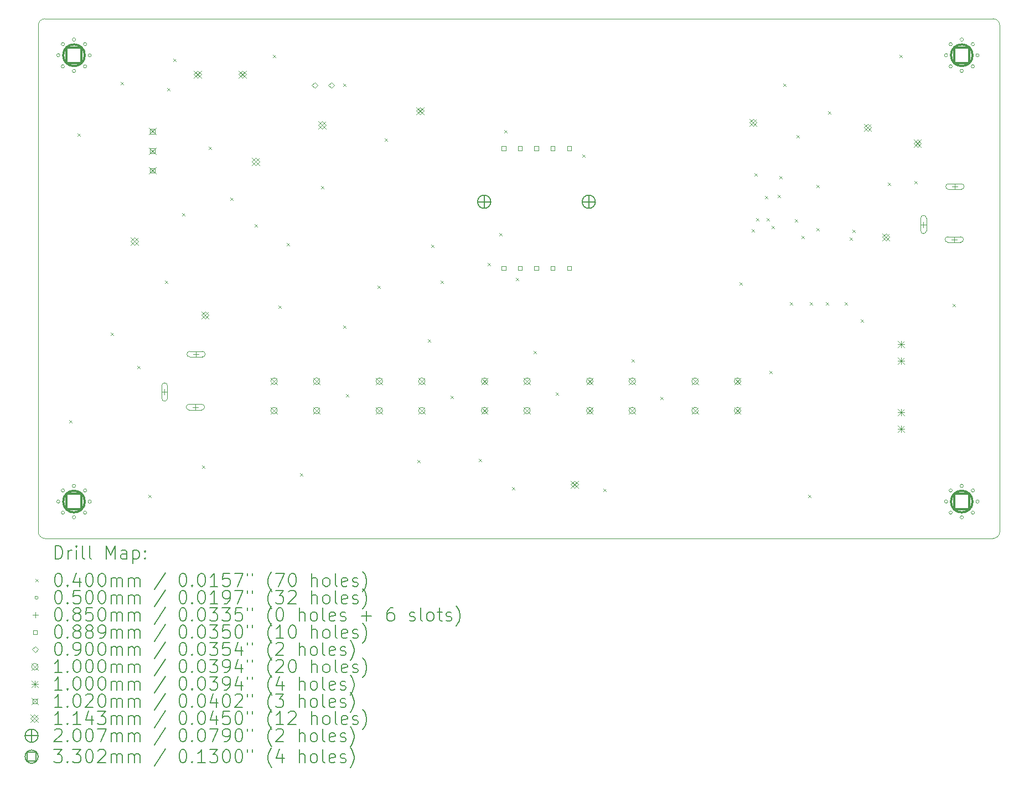
<source format=gbr>
%TF.GenerationSoftware,KiCad,Pcbnew,8.0.2*%
%TF.CreationDate,2024-05-21T21:06:25-07:00*%
%TF.ProjectId,voltage ref calibration tool,766f6c74-6167-4652-9072-65662063616c,rev?*%
%TF.SameCoordinates,Original*%
%TF.FileFunction,Drillmap*%
%TF.FilePolarity,Positive*%
%FSLAX45Y45*%
G04 Gerber Fmt 4.5, Leading zero omitted, Abs format (unit mm)*
G04 Created by KiCad (PCBNEW 8.0.2) date 2024-05-21 21:06:25*
%MOMM*%
%LPD*%
G01*
G04 APERTURE LIST*
%ADD10C,0.050000*%
%ADD11C,0.200000*%
%ADD12C,0.100000*%
%ADD13C,0.102000*%
%ADD14C,0.114300*%
%ADD15C,0.200660*%
%ADD16C,0.330200*%
G04 APERTURE END LIST*
D10*
X3733800Y-11252200D02*
G75*
G02*
X3632200Y-11150600I0J101600D01*
G01*
X3733800Y-11252200D02*
X18237200Y-11252200D01*
X18237200Y-3302000D02*
G75*
G02*
X18338800Y-3403600I0J-101600D01*
G01*
X3632200Y-3403600D02*
X3632200Y-11150600D01*
X18237200Y-3302000D02*
X3733800Y-3302000D01*
X18338800Y-11150600D02*
X18338800Y-3403600D01*
X3632200Y-3403600D02*
G75*
G02*
X3733800Y-3302000I101600J0D01*
G01*
X18338800Y-11150600D02*
G75*
G02*
X18237200Y-11252200I-101600J0D01*
G01*
D11*
D12*
X4107500Y-9441500D02*
X4147500Y-9481500D01*
X4147500Y-9441500D02*
X4107500Y-9481500D01*
X4234500Y-5060000D02*
X4274500Y-5100000D01*
X4274500Y-5060000D02*
X4234500Y-5100000D01*
X4742500Y-8108000D02*
X4782500Y-8148000D01*
X4782500Y-8108000D02*
X4742500Y-8148000D01*
X4894900Y-4272600D02*
X4934900Y-4312600D01*
X4934900Y-4272600D02*
X4894900Y-4312600D01*
X5148900Y-8616000D02*
X5188900Y-8656000D01*
X5188900Y-8616000D02*
X5148900Y-8656000D01*
X5314000Y-10584500D02*
X5354000Y-10624500D01*
X5354000Y-10584500D02*
X5314000Y-10624500D01*
X5568000Y-7307900D02*
X5608000Y-7347900D01*
X5608000Y-7307900D02*
X5568000Y-7347900D01*
X5606100Y-4361500D02*
X5646100Y-4401500D01*
X5646100Y-4361500D02*
X5606100Y-4401500D01*
X5695000Y-3917000D02*
X5735000Y-3957000D01*
X5735000Y-3917000D02*
X5695000Y-3957000D01*
X5834700Y-6279200D02*
X5874700Y-6319200D01*
X5874700Y-6279200D02*
X5834700Y-6319200D01*
X6139500Y-10140000D02*
X6179500Y-10180000D01*
X6179500Y-10140000D02*
X6139500Y-10180000D01*
X6241100Y-5263200D02*
X6281100Y-5303200D01*
X6281100Y-5263200D02*
X6241100Y-5303200D01*
X6571300Y-6037900D02*
X6611300Y-6077900D01*
X6611300Y-6037900D02*
X6571300Y-6077900D01*
X6939600Y-6444300D02*
X6979600Y-6484300D01*
X6979600Y-6444300D02*
X6939600Y-6484300D01*
X7219000Y-3853500D02*
X7259000Y-3893500D01*
X7259000Y-3853500D02*
X7219000Y-3893500D01*
X7307900Y-7688900D02*
X7347900Y-7728900D01*
X7347900Y-7688900D02*
X7307900Y-7728900D01*
X7434900Y-6736400D02*
X7474900Y-6776400D01*
X7474900Y-6736400D02*
X7434900Y-6776400D01*
X7638100Y-10254300D02*
X7678100Y-10294300D01*
X7678100Y-10254300D02*
X7638100Y-10294300D01*
X7955600Y-5860100D02*
X7995600Y-5900100D01*
X7995600Y-5860100D02*
X7955600Y-5900100D01*
X8298500Y-4298000D02*
X8338500Y-4338000D01*
X8338500Y-4298000D02*
X8298500Y-4338000D01*
X8298500Y-7993700D02*
X8338500Y-8033700D01*
X8338500Y-7993700D02*
X8298500Y-8033700D01*
X8336600Y-9047800D02*
X8376600Y-9087800D01*
X8376600Y-9047800D02*
X8336600Y-9087800D01*
X8819200Y-7384100D02*
X8859200Y-7424100D01*
X8859200Y-7384100D02*
X8819200Y-7424100D01*
X8933500Y-5136200D02*
X8973500Y-5176200D01*
X8973500Y-5136200D02*
X8933500Y-5176200D01*
X9428800Y-10051100D02*
X9468800Y-10091100D01*
X9468800Y-10051100D02*
X9428800Y-10091100D01*
X9593900Y-8209600D02*
X9633900Y-8249600D01*
X9633900Y-8209600D02*
X9593900Y-8249600D01*
X9644700Y-6761800D02*
X9684700Y-6801800D01*
X9684700Y-6761800D02*
X9644700Y-6801800D01*
X9784400Y-7307900D02*
X9824400Y-7347900D01*
X9824400Y-7307900D02*
X9784400Y-7347900D01*
X9936800Y-9073200D02*
X9976800Y-9113200D01*
X9976800Y-9073200D02*
X9936800Y-9113200D01*
X10368600Y-10038400D02*
X10408600Y-10078400D01*
X10408600Y-10038400D02*
X10368600Y-10078400D01*
X10508300Y-7041200D02*
X10548300Y-7081200D01*
X10548300Y-7041200D02*
X10508300Y-7081200D01*
X10686100Y-6584000D02*
X10726100Y-6624000D01*
X10726100Y-6584000D02*
X10686100Y-6624000D01*
X10762300Y-5009200D02*
X10802300Y-5049200D01*
X10802300Y-5009200D02*
X10762300Y-5049200D01*
X10876600Y-10470200D02*
X10916600Y-10510200D01*
X10916600Y-10470200D02*
X10876600Y-10510200D01*
X10940100Y-7269800D02*
X10980100Y-7309800D01*
X10980100Y-7269800D02*
X10940100Y-7309800D01*
X11206800Y-8387400D02*
X11246800Y-8427400D01*
X11246800Y-8387400D02*
X11206800Y-8427400D01*
X11549700Y-9022400D02*
X11589700Y-9062400D01*
X11589700Y-9022400D02*
X11549700Y-9062400D01*
X11956100Y-5377500D02*
X11996100Y-5417500D01*
X11996100Y-5377500D02*
X11956100Y-5417500D01*
X12273600Y-10495600D02*
X12313600Y-10535600D01*
X12313600Y-10495600D02*
X12273600Y-10535600D01*
X12705400Y-8514400D02*
X12745400Y-8554400D01*
X12745400Y-8514400D02*
X12705400Y-8554400D01*
X13149900Y-9085900D02*
X13189900Y-9125900D01*
X13189900Y-9085900D02*
X13149900Y-9125900D01*
X14356400Y-7333300D02*
X14396400Y-7373300D01*
X14396400Y-7333300D02*
X14356400Y-7373300D01*
X14546900Y-6520500D02*
X14586900Y-6560500D01*
X14586900Y-6520500D02*
X14546900Y-6560500D01*
X14585000Y-5669600D02*
X14625000Y-5709600D01*
X14625000Y-5669600D02*
X14585000Y-5709600D01*
X14610400Y-6355400D02*
X14650400Y-6395400D01*
X14650400Y-6355400D02*
X14610400Y-6395400D01*
X14750100Y-6012500D02*
X14790100Y-6052500D01*
X14790100Y-6012500D02*
X14750100Y-6052500D01*
X14775500Y-6355400D02*
X14815500Y-6395400D01*
X14815500Y-6355400D02*
X14775500Y-6395400D01*
X14813600Y-8692200D02*
X14853600Y-8732200D01*
X14853600Y-8692200D02*
X14813600Y-8732200D01*
X14851700Y-6469700D02*
X14891700Y-6509700D01*
X14891700Y-6469700D02*
X14851700Y-6509700D01*
X14940600Y-5999800D02*
X14980600Y-6039800D01*
X14980600Y-5999800D02*
X14940600Y-6039800D01*
X14966000Y-5707700D02*
X15006000Y-5747700D01*
X15006000Y-5707700D02*
X14966000Y-5747700D01*
X15029500Y-4298000D02*
X15069500Y-4338000D01*
X15069500Y-4298000D02*
X15029500Y-4338000D01*
X15131100Y-7638100D02*
X15171100Y-7678100D01*
X15171100Y-7638100D02*
X15131100Y-7678100D01*
X15207300Y-6368100D02*
X15247300Y-6408100D01*
X15247300Y-6368100D02*
X15207300Y-6408100D01*
X15232700Y-5085400D02*
X15272700Y-5125400D01*
X15272700Y-5085400D02*
X15232700Y-5125400D01*
X15308900Y-6622100D02*
X15348900Y-6662100D01*
X15348900Y-6622100D02*
X15308900Y-6662100D01*
X15410500Y-10584500D02*
X15450500Y-10624500D01*
X15450500Y-10584500D02*
X15410500Y-10624500D01*
X15435900Y-7638100D02*
X15475900Y-7678100D01*
X15475900Y-7638100D02*
X15435900Y-7678100D01*
X15537500Y-5847400D02*
X15577500Y-5887400D01*
X15577500Y-5847400D02*
X15537500Y-5887400D01*
X15537500Y-6507800D02*
X15577500Y-6547800D01*
X15577500Y-6507800D02*
X15537500Y-6547800D01*
X15677200Y-7638100D02*
X15717200Y-7678100D01*
X15717200Y-7638100D02*
X15677200Y-7678100D01*
X15715300Y-4717100D02*
X15755300Y-4757100D01*
X15755300Y-4717100D02*
X15715300Y-4757100D01*
X15969300Y-7638100D02*
X16009300Y-7678100D01*
X16009300Y-7638100D02*
X15969300Y-7678100D01*
X16045500Y-6647500D02*
X16085500Y-6687500D01*
X16085500Y-6647500D02*
X16045500Y-6687500D01*
X16083600Y-6533200D02*
X16123600Y-6573200D01*
X16123600Y-6533200D02*
X16083600Y-6573200D01*
X16210600Y-7904800D02*
X16250600Y-7944800D01*
X16250600Y-7904800D02*
X16210600Y-7944800D01*
X16629700Y-5809300D02*
X16669700Y-5849300D01*
X16669700Y-5809300D02*
X16629700Y-5849300D01*
X16807500Y-3853500D02*
X16847500Y-3893500D01*
X16847500Y-3853500D02*
X16807500Y-3893500D01*
X17036100Y-5783900D02*
X17076100Y-5823900D01*
X17076100Y-5783900D02*
X17036100Y-5823900D01*
X17620300Y-7663500D02*
X17660300Y-7703500D01*
X17660300Y-7663500D02*
X17620300Y-7703500D01*
X3963300Y-3860800D02*
G75*
G02*
X3913300Y-3860800I-25000J0D01*
G01*
X3913300Y-3860800D02*
G75*
G02*
X3963300Y-3860800I25000J0D01*
G01*
X3963300Y-10688700D02*
G75*
G02*
X3913300Y-10688700I-25000J0D01*
G01*
X3913300Y-10688700D02*
G75*
G02*
X3963300Y-10688700I25000J0D01*
G01*
X4033594Y-3691094D02*
G75*
G02*
X3983594Y-3691094I-25000J0D01*
G01*
X3983594Y-3691094D02*
G75*
G02*
X4033594Y-3691094I25000J0D01*
G01*
X4033594Y-4030506D02*
G75*
G02*
X3983594Y-4030506I-25000J0D01*
G01*
X3983594Y-4030506D02*
G75*
G02*
X4033594Y-4030506I25000J0D01*
G01*
X4033594Y-10518994D02*
G75*
G02*
X3983594Y-10518994I-25000J0D01*
G01*
X3983594Y-10518994D02*
G75*
G02*
X4033594Y-10518994I25000J0D01*
G01*
X4033594Y-10858406D02*
G75*
G02*
X3983594Y-10858406I-25000J0D01*
G01*
X3983594Y-10858406D02*
G75*
G02*
X4033594Y-10858406I25000J0D01*
G01*
X4203300Y-3620800D02*
G75*
G02*
X4153300Y-3620800I-25000J0D01*
G01*
X4153300Y-3620800D02*
G75*
G02*
X4203300Y-3620800I25000J0D01*
G01*
X4203300Y-4100800D02*
G75*
G02*
X4153300Y-4100800I-25000J0D01*
G01*
X4153300Y-4100800D02*
G75*
G02*
X4203300Y-4100800I25000J0D01*
G01*
X4203300Y-10448700D02*
G75*
G02*
X4153300Y-10448700I-25000J0D01*
G01*
X4153300Y-10448700D02*
G75*
G02*
X4203300Y-10448700I25000J0D01*
G01*
X4203300Y-10928700D02*
G75*
G02*
X4153300Y-10928700I-25000J0D01*
G01*
X4153300Y-10928700D02*
G75*
G02*
X4203300Y-10928700I25000J0D01*
G01*
X4373006Y-3691094D02*
G75*
G02*
X4323006Y-3691094I-25000J0D01*
G01*
X4323006Y-3691094D02*
G75*
G02*
X4373006Y-3691094I25000J0D01*
G01*
X4373006Y-4030506D02*
G75*
G02*
X4323006Y-4030506I-25000J0D01*
G01*
X4323006Y-4030506D02*
G75*
G02*
X4373006Y-4030506I25000J0D01*
G01*
X4373006Y-10518994D02*
G75*
G02*
X4323006Y-10518994I-25000J0D01*
G01*
X4323006Y-10518994D02*
G75*
G02*
X4373006Y-10518994I25000J0D01*
G01*
X4373006Y-10858406D02*
G75*
G02*
X4323006Y-10858406I-25000J0D01*
G01*
X4323006Y-10858406D02*
G75*
G02*
X4373006Y-10858406I25000J0D01*
G01*
X4443300Y-3860800D02*
G75*
G02*
X4393300Y-3860800I-25000J0D01*
G01*
X4393300Y-3860800D02*
G75*
G02*
X4443300Y-3860800I25000J0D01*
G01*
X4443300Y-10688700D02*
G75*
G02*
X4393300Y-10688700I-25000J0D01*
G01*
X4393300Y-10688700D02*
G75*
G02*
X4443300Y-10688700I25000J0D01*
G01*
X17542800Y-3860800D02*
G75*
G02*
X17492800Y-3860800I-25000J0D01*
G01*
X17492800Y-3860800D02*
G75*
G02*
X17542800Y-3860800I25000J0D01*
G01*
X17542800Y-10688700D02*
G75*
G02*
X17492800Y-10688700I-25000J0D01*
G01*
X17492800Y-10688700D02*
G75*
G02*
X17542800Y-10688700I25000J0D01*
G01*
X17613094Y-3691094D02*
G75*
G02*
X17563094Y-3691094I-25000J0D01*
G01*
X17563094Y-3691094D02*
G75*
G02*
X17613094Y-3691094I25000J0D01*
G01*
X17613094Y-4030506D02*
G75*
G02*
X17563094Y-4030506I-25000J0D01*
G01*
X17563094Y-4030506D02*
G75*
G02*
X17613094Y-4030506I25000J0D01*
G01*
X17613094Y-10518994D02*
G75*
G02*
X17563094Y-10518994I-25000J0D01*
G01*
X17563094Y-10518994D02*
G75*
G02*
X17613094Y-10518994I25000J0D01*
G01*
X17613094Y-10858406D02*
G75*
G02*
X17563094Y-10858406I-25000J0D01*
G01*
X17563094Y-10858406D02*
G75*
G02*
X17613094Y-10858406I25000J0D01*
G01*
X17782800Y-3620800D02*
G75*
G02*
X17732800Y-3620800I-25000J0D01*
G01*
X17732800Y-3620800D02*
G75*
G02*
X17782800Y-3620800I25000J0D01*
G01*
X17782800Y-4100800D02*
G75*
G02*
X17732800Y-4100800I-25000J0D01*
G01*
X17732800Y-4100800D02*
G75*
G02*
X17782800Y-4100800I25000J0D01*
G01*
X17782800Y-10448700D02*
G75*
G02*
X17732800Y-10448700I-25000J0D01*
G01*
X17732800Y-10448700D02*
G75*
G02*
X17782800Y-10448700I25000J0D01*
G01*
X17782800Y-10928700D02*
G75*
G02*
X17732800Y-10928700I-25000J0D01*
G01*
X17732800Y-10928700D02*
G75*
G02*
X17782800Y-10928700I25000J0D01*
G01*
X17952506Y-3691094D02*
G75*
G02*
X17902506Y-3691094I-25000J0D01*
G01*
X17902506Y-3691094D02*
G75*
G02*
X17952506Y-3691094I25000J0D01*
G01*
X17952506Y-4030506D02*
G75*
G02*
X17902506Y-4030506I-25000J0D01*
G01*
X17902506Y-4030506D02*
G75*
G02*
X17952506Y-4030506I25000J0D01*
G01*
X17952506Y-10518994D02*
G75*
G02*
X17902506Y-10518994I-25000J0D01*
G01*
X17902506Y-10518994D02*
G75*
G02*
X17952506Y-10518994I25000J0D01*
G01*
X17952506Y-10858406D02*
G75*
G02*
X17902506Y-10858406I-25000J0D01*
G01*
X17902506Y-10858406D02*
G75*
G02*
X17952506Y-10858406I25000J0D01*
G01*
X18022800Y-3860800D02*
G75*
G02*
X17972800Y-3860800I-25000J0D01*
G01*
X17972800Y-3860800D02*
G75*
G02*
X18022800Y-3860800I25000J0D01*
G01*
X18022800Y-10688700D02*
G75*
G02*
X17972800Y-10688700I-25000J0D01*
G01*
X17972800Y-10688700D02*
G75*
G02*
X18022800Y-10688700I25000J0D01*
G01*
X5565200Y-8970300D02*
X5565200Y-9055300D01*
X5522700Y-9012800D02*
X5607700Y-9012800D01*
X5607700Y-9110300D02*
X5607700Y-8915300D01*
X5522700Y-8915300D02*
G75*
G02*
X5607700Y-8915300I42500J0D01*
G01*
X5522700Y-8915300D02*
X5522700Y-9110300D01*
X5522700Y-9110300D02*
G75*
G03*
X5607700Y-9110300I42500J0D01*
G01*
X6035192Y-9200300D02*
X6035192Y-9285300D01*
X5992692Y-9242800D02*
X6077692Y-9242800D01*
X5937692Y-9285300D02*
X6132692Y-9285300D01*
X6132692Y-9200300D02*
G75*
G02*
X6132692Y-9285300I0J-42500D01*
G01*
X6132692Y-9200300D02*
X5937692Y-9200300D01*
X5937692Y-9200300D02*
G75*
G03*
X5937692Y-9285300I0J-42500D01*
G01*
X6045200Y-8390300D02*
X6045200Y-8475300D01*
X6002700Y-8432800D02*
X6087700Y-8432800D01*
X5947700Y-8475300D02*
X6142700Y-8475300D01*
X6142700Y-8390300D02*
G75*
G02*
X6142700Y-8475300I0J-42500D01*
G01*
X6142700Y-8390300D02*
X5947700Y-8390300D01*
X5947700Y-8390300D02*
G75*
G03*
X5947700Y-8475300I0J-42500D01*
G01*
X17173114Y-6406790D02*
X17173114Y-6491790D01*
X17130614Y-6449290D02*
X17215614Y-6449290D01*
X17215614Y-6546790D02*
X17215614Y-6351790D01*
X17130614Y-6351790D02*
G75*
G02*
X17215614Y-6351790I42500J0D01*
G01*
X17130614Y-6351790D02*
X17130614Y-6546790D01*
X17130614Y-6546790D02*
G75*
G03*
X17215614Y-6546790I42500J0D01*
G01*
X17643106Y-6636790D02*
X17643106Y-6721790D01*
X17600606Y-6679290D02*
X17685606Y-6679290D01*
X17545606Y-6721790D02*
X17740606Y-6721790D01*
X17740606Y-6636790D02*
G75*
G02*
X17740606Y-6721790I0J-42500D01*
G01*
X17740606Y-6636790D02*
X17545606Y-6636790D01*
X17545606Y-6636790D02*
G75*
G03*
X17545606Y-6721790I0J-42500D01*
G01*
X17653114Y-5826790D02*
X17653114Y-5911790D01*
X17610614Y-5869290D02*
X17695614Y-5869290D01*
X17555614Y-5911790D02*
X17750614Y-5911790D01*
X17750614Y-5826790D02*
G75*
G02*
X17750614Y-5911790I0J-42500D01*
G01*
X17750614Y-5826790D02*
X17555614Y-5826790D01*
X17555614Y-5826790D02*
G75*
G03*
X17555614Y-5911790I0J-42500D01*
G01*
X10783631Y-5316731D02*
X10783631Y-5253869D01*
X10720769Y-5253869D01*
X10720769Y-5316731D01*
X10783631Y-5316731D01*
X10783631Y-7146731D02*
X10783631Y-7083869D01*
X10720769Y-7083869D01*
X10720769Y-7146731D01*
X10783631Y-7146731D01*
X11033631Y-5316731D02*
X11033631Y-5253869D01*
X10970769Y-5253869D01*
X10970769Y-5316731D01*
X11033631Y-5316731D01*
X11033631Y-7146731D02*
X11033631Y-7083869D01*
X10970769Y-7083869D01*
X10970769Y-7146731D01*
X11033631Y-7146731D01*
X11283631Y-5316731D02*
X11283631Y-5253869D01*
X11220769Y-5253869D01*
X11220769Y-5316731D01*
X11283631Y-5316731D01*
X11283631Y-7146731D02*
X11283631Y-7083869D01*
X11220769Y-7083869D01*
X11220769Y-7146731D01*
X11283631Y-7146731D01*
X11533631Y-5316731D02*
X11533631Y-5253869D01*
X11470769Y-5253869D01*
X11470769Y-5316731D01*
X11533631Y-5316731D01*
X11533631Y-7146731D02*
X11533631Y-7083869D01*
X11470769Y-7083869D01*
X11470769Y-7146731D01*
X11533631Y-7146731D01*
X11783631Y-5316731D02*
X11783631Y-5253869D01*
X11720769Y-5253869D01*
X11720769Y-5316731D01*
X11783631Y-5316731D01*
X11783631Y-7146731D02*
X11783631Y-7083869D01*
X11720769Y-7083869D01*
X11720769Y-7146731D01*
X11783631Y-7146731D01*
X7861300Y-4363000D02*
X7906300Y-4318000D01*
X7861300Y-4273000D01*
X7816300Y-4318000D01*
X7861300Y-4363000D01*
X8115300Y-4363000D02*
X8160300Y-4318000D01*
X8115300Y-4273000D01*
X8070300Y-4318000D01*
X8115300Y-4363000D01*
X7189000Y-8796400D02*
X7289000Y-8896400D01*
X7289000Y-8796400D02*
X7189000Y-8896400D01*
X7289000Y-8846400D02*
G75*
G02*
X7189000Y-8846400I-50000J0D01*
G01*
X7189000Y-8846400D02*
G75*
G02*
X7289000Y-8846400I50000J0D01*
G01*
X7189000Y-9246400D02*
X7289000Y-9346400D01*
X7289000Y-9246400D02*
X7189000Y-9346400D01*
X7289000Y-9296400D02*
G75*
G02*
X7189000Y-9296400I-50000J0D01*
G01*
X7189000Y-9296400D02*
G75*
G02*
X7289000Y-9296400I50000J0D01*
G01*
X7839000Y-8796400D02*
X7939000Y-8896400D01*
X7939000Y-8796400D02*
X7839000Y-8896400D01*
X7939000Y-8846400D02*
G75*
G02*
X7839000Y-8846400I-50000J0D01*
G01*
X7839000Y-8846400D02*
G75*
G02*
X7939000Y-8846400I50000J0D01*
G01*
X7839000Y-9246400D02*
X7939000Y-9346400D01*
X7939000Y-9246400D02*
X7839000Y-9346400D01*
X7939000Y-9296400D02*
G75*
G02*
X7839000Y-9296400I-50000J0D01*
G01*
X7839000Y-9296400D02*
G75*
G02*
X7939000Y-9296400I50000J0D01*
G01*
X8798725Y-8796400D02*
X8898725Y-8896400D01*
X8898725Y-8796400D02*
X8798725Y-8896400D01*
X8898725Y-8846400D02*
G75*
G02*
X8798725Y-8846400I-50000J0D01*
G01*
X8798725Y-8846400D02*
G75*
G02*
X8898725Y-8846400I50000J0D01*
G01*
X8798725Y-9246400D02*
X8898725Y-9346400D01*
X8898725Y-9246400D02*
X8798725Y-9346400D01*
X8898725Y-9296400D02*
G75*
G02*
X8798725Y-9296400I-50000J0D01*
G01*
X8798725Y-9296400D02*
G75*
G02*
X8898725Y-9296400I50000J0D01*
G01*
X9448725Y-8796400D02*
X9548725Y-8896400D01*
X9548725Y-8796400D02*
X9448725Y-8896400D01*
X9548725Y-8846400D02*
G75*
G02*
X9448725Y-8846400I-50000J0D01*
G01*
X9448725Y-8846400D02*
G75*
G02*
X9548725Y-8846400I50000J0D01*
G01*
X9448725Y-9246400D02*
X9548725Y-9346400D01*
X9548725Y-9246400D02*
X9448725Y-9346400D01*
X9548725Y-9296400D02*
G75*
G02*
X9448725Y-9296400I-50000J0D01*
G01*
X9448725Y-9296400D02*
G75*
G02*
X9548725Y-9296400I50000J0D01*
G01*
X10408450Y-8796400D02*
X10508450Y-8896400D01*
X10508450Y-8796400D02*
X10408450Y-8896400D01*
X10508450Y-8846400D02*
G75*
G02*
X10408450Y-8846400I-50000J0D01*
G01*
X10408450Y-8846400D02*
G75*
G02*
X10508450Y-8846400I50000J0D01*
G01*
X10408450Y-9246400D02*
X10508450Y-9346400D01*
X10508450Y-9246400D02*
X10408450Y-9346400D01*
X10508450Y-9296400D02*
G75*
G02*
X10408450Y-9296400I-50000J0D01*
G01*
X10408450Y-9296400D02*
G75*
G02*
X10508450Y-9296400I50000J0D01*
G01*
X11058450Y-8796400D02*
X11158450Y-8896400D01*
X11158450Y-8796400D02*
X11058450Y-8896400D01*
X11158450Y-8846400D02*
G75*
G02*
X11058450Y-8846400I-50000J0D01*
G01*
X11058450Y-8846400D02*
G75*
G02*
X11158450Y-8846400I50000J0D01*
G01*
X11058450Y-9246400D02*
X11158450Y-9346400D01*
X11158450Y-9246400D02*
X11058450Y-9346400D01*
X11158450Y-9296400D02*
G75*
G02*
X11058450Y-9296400I-50000J0D01*
G01*
X11058450Y-9296400D02*
G75*
G02*
X11158450Y-9296400I50000J0D01*
G01*
X12018175Y-8796400D02*
X12118175Y-8896400D01*
X12118175Y-8796400D02*
X12018175Y-8896400D01*
X12118175Y-8846400D02*
G75*
G02*
X12018175Y-8846400I-50000J0D01*
G01*
X12018175Y-8846400D02*
G75*
G02*
X12118175Y-8846400I50000J0D01*
G01*
X12018175Y-9246400D02*
X12118175Y-9346400D01*
X12118175Y-9246400D02*
X12018175Y-9346400D01*
X12118175Y-9296400D02*
G75*
G02*
X12018175Y-9296400I-50000J0D01*
G01*
X12018175Y-9296400D02*
G75*
G02*
X12118175Y-9296400I50000J0D01*
G01*
X12668175Y-8796400D02*
X12768175Y-8896400D01*
X12768175Y-8796400D02*
X12668175Y-8896400D01*
X12768175Y-8846400D02*
G75*
G02*
X12668175Y-8846400I-50000J0D01*
G01*
X12668175Y-8846400D02*
G75*
G02*
X12768175Y-8846400I50000J0D01*
G01*
X12668175Y-9246400D02*
X12768175Y-9346400D01*
X12768175Y-9246400D02*
X12668175Y-9346400D01*
X12768175Y-9296400D02*
G75*
G02*
X12668175Y-9296400I-50000J0D01*
G01*
X12668175Y-9296400D02*
G75*
G02*
X12768175Y-9296400I50000J0D01*
G01*
X13627900Y-8796400D02*
X13727900Y-8896400D01*
X13727900Y-8796400D02*
X13627900Y-8896400D01*
X13727900Y-8846400D02*
G75*
G02*
X13627900Y-8846400I-50000J0D01*
G01*
X13627900Y-8846400D02*
G75*
G02*
X13727900Y-8846400I50000J0D01*
G01*
X13627900Y-9246400D02*
X13727900Y-9346400D01*
X13727900Y-9246400D02*
X13627900Y-9346400D01*
X13727900Y-9296400D02*
G75*
G02*
X13627900Y-9296400I-50000J0D01*
G01*
X13627900Y-9296400D02*
G75*
G02*
X13727900Y-9296400I50000J0D01*
G01*
X14277900Y-8796400D02*
X14377900Y-8896400D01*
X14377900Y-8796400D02*
X14277900Y-8896400D01*
X14377900Y-8846400D02*
G75*
G02*
X14277900Y-8846400I-50000J0D01*
G01*
X14277900Y-8846400D02*
G75*
G02*
X14377900Y-8846400I50000J0D01*
G01*
X14277900Y-9246400D02*
X14377900Y-9346400D01*
X14377900Y-9246400D02*
X14277900Y-9346400D01*
X14377900Y-9296400D02*
G75*
G02*
X14277900Y-9296400I-50000J0D01*
G01*
X14277900Y-9296400D02*
G75*
G02*
X14377900Y-9296400I50000J0D01*
G01*
X16777500Y-8229900D02*
X16877500Y-8329900D01*
X16877500Y-8229900D02*
X16777500Y-8329900D01*
X16827500Y-8229900D02*
X16827500Y-8329900D01*
X16777500Y-8279900D02*
X16877500Y-8279900D01*
X16777500Y-8483900D02*
X16877500Y-8583900D01*
X16877500Y-8483900D02*
X16777500Y-8583900D01*
X16827500Y-8483900D02*
X16827500Y-8583900D01*
X16777500Y-8533900D02*
X16877500Y-8533900D01*
X16777500Y-9271800D02*
X16877500Y-9371800D01*
X16877500Y-9271800D02*
X16777500Y-9371800D01*
X16827500Y-9271800D02*
X16827500Y-9371800D01*
X16777500Y-9321800D02*
X16877500Y-9321800D01*
X16777500Y-9525800D02*
X16877500Y-9625800D01*
X16877500Y-9525800D02*
X16777500Y-9625800D01*
X16827500Y-9525800D02*
X16827500Y-9625800D01*
X16777500Y-9575800D02*
X16877500Y-9575800D01*
D13*
X5328300Y-4973400D02*
X5430300Y-5075400D01*
X5430300Y-4973400D02*
X5328300Y-5075400D01*
X5415363Y-5060463D02*
X5415363Y-4988337D01*
X5343237Y-4988337D01*
X5343237Y-5060463D01*
X5415363Y-5060463D01*
X5328300Y-5273400D02*
X5430300Y-5375400D01*
X5430300Y-5273400D02*
X5328300Y-5375400D01*
X5415363Y-5360463D02*
X5415363Y-5288337D01*
X5343237Y-5288337D01*
X5343237Y-5360463D01*
X5415363Y-5360463D01*
X5328300Y-5573400D02*
X5430300Y-5675400D01*
X5430300Y-5573400D02*
X5328300Y-5675400D01*
X5415363Y-5660462D02*
X5415363Y-5588337D01*
X5343237Y-5588337D01*
X5343237Y-5660462D01*
X5415363Y-5660462D01*
D14*
X5048250Y-6648450D02*
X5162550Y-6762750D01*
X5162550Y-6648450D02*
X5048250Y-6762750D01*
X5105400Y-6762750D02*
X5162550Y-6705600D01*
X5105400Y-6648450D01*
X5048250Y-6705600D01*
X5105400Y-6762750D01*
X6013450Y-4095750D02*
X6127750Y-4210050D01*
X6127750Y-4095750D02*
X6013450Y-4210050D01*
X6070600Y-4210050D02*
X6127750Y-4152900D01*
X6070600Y-4095750D01*
X6013450Y-4152900D01*
X6070600Y-4210050D01*
X6127750Y-7778750D02*
X6242050Y-7893050D01*
X6242050Y-7778750D02*
X6127750Y-7893050D01*
X6184900Y-7893050D02*
X6242050Y-7835900D01*
X6184900Y-7778750D01*
X6127750Y-7835900D01*
X6184900Y-7893050D01*
X6699250Y-4095750D02*
X6813550Y-4210050D01*
X6813550Y-4095750D02*
X6699250Y-4210050D01*
X6756400Y-4210050D02*
X6813550Y-4152900D01*
X6756400Y-4095750D01*
X6699250Y-4152900D01*
X6756400Y-4210050D01*
X6902450Y-5429250D02*
X7016750Y-5543550D01*
X7016750Y-5429250D02*
X6902450Y-5543550D01*
X6959600Y-5543550D02*
X7016750Y-5486400D01*
X6959600Y-5429250D01*
X6902450Y-5486400D01*
X6959600Y-5543550D01*
X7918450Y-4870450D02*
X8032750Y-4984750D01*
X8032750Y-4870450D02*
X7918450Y-4984750D01*
X7975600Y-4984750D02*
X8032750Y-4927600D01*
X7975600Y-4870450D01*
X7918450Y-4927600D01*
X7975600Y-4984750D01*
X9417050Y-4654550D02*
X9531350Y-4768850D01*
X9531350Y-4654550D02*
X9417050Y-4768850D01*
X9474200Y-4768850D02*
X9531350Y-4711700D01*
X9474200Y-4654550D01*
X9417050Y-4711700D01*
X9474200Y-4768850D01*
X11779250Y-10369550D02*
X11893550Y-10483850D01*
X11893550Y-10369550D02*
X11779250Y-10483850D01*
X11836400Y-10483850D02*
X11893550Y-10426700D01*
X11836400Y-10369550D01*
X11779250Y-10426700D01*
X11836400Y-10483850D01*
X14509750Y-4832350D02*
X14624050Y-4946650D01*
X14624050Y-4832350D02*
X14509750Y-4946650D01*
X14566900Y-4946650D02*
X14624050Y-4889500D01*
X14566900Y-4832350D01*
X14509750Y-4889500D01*
X14566900Y-4946650D01*
X16262350Y-4908550D02*
X16376650Y-5022850D01*
X16376650Y-4908550D02*
X16262350Y-5022850D01*
X16319500Y-5022850D02*
X16376650Y-4965700D01*
X16319500Y-4908550D01*
X16262350Y-4965700D01*
X16319500Y-5022850D01*
X16541750Y-6584950D02*
X16656050Y-6699250D01*
X16656050Y-6584950D02*
X16541750Y-6699250D01*
X16598900Y-6699250D02*
X16656050Y-6642100D01*
X16598900Y-6584950D01*
X16541750Y-6642100D01*
X16598900Y-6699250D01*
X17024350Y-5149850D02*
X17138650Y-5264150D01*
X17138650Y-5149850D02*
X17024350Y-5264150D01*
X17081500Y-5264150D02*
X17138650Y-5207000D01*
X17081500Y-5149850D01*
X17024350Y-5207000D01*
X17081500Y-5264150D01*
D15*
X10452200Y-6001977D02*
X10452200Y-6202637D01*
X10351870Y-6102307D02*
X10552530Y-6102307D01*
X10552530Y-6102307D02*
G75*
G02*
X10351870Y-6102307I-100330J0D01*
G01*
X10351870Y-6102307D02*
G75*
G02*
X10552530Y-6102307I100330J0D01*
G01*
X12052200Y-6001977D02*
X12052200Y-6202637D01*
X11951870Y-6102307D02*
X12152530Y-6102307D01*
X12152530Y-6102307D02*
G75*
G02*
X11951870Y-6102307I-100330J0D01*
G01*
X11951870Y-6102307D02*
G75*
G02*
X12152530Y-6102307I100330J0D01*
G01*
D16*
X4295044Y-3977544D02*
X4295044Y-3744056D01*
X4061556Y-3744056D01*
X4061556Y-3977544D01*
X4295044Y-3977544D01*
X4343400Y-3860800D02*
G75*
G02*
X4013200Y-3860800I-165100J0D01*
G01*
X4013200Y-3860800D02*
G75*
G02*
X4343400Y-3860800I165100J0D01*
G01*
X4295044Y-10805444D02*
X4295044Y-10571956D01*
X4061556Y-10571956D01*
X4061556Y-10805444D01*
X4295044Y-10805444D01*
X4343400Y-10688700D02*
G75*
G02*
X4013200Y-10688700I-165100J0D01*
G01*
X4013200Y-10688700D02*
G75*
G02*
X4343400Y-10688700I165100J0D01*
G01*
X17874544Y-3977544D02*
X17874544Y-3744056D01*
X17641056Y-3744056D01*
X17641056Y-3977544D01*
X17874544Y-3977544D01*
X17922900Y-3860800D02*
G75*
G02*
X17592700Y-3860800I-165100J0D01*
G01*
X17592700Y-3860800D02*
G75*
G02*
X17922900Y-3860800I165100J0D01*
G01*
X17874544Y-10805444D02*
X17874544Y-10571956D01*
X17641056Y-10571956D01*
X17641056Y-10805444D01*
X17874544Y-10805444D01*
X17922900Y-10688700D02*
G75*
G02*
X17592700Y-10688700I-165100J0D01*
G01*
X17592700Y-10688700D02*
G75*
G02*
X17922900Y-10688700I165100J0D01*
G01*
D11*
X3890477Y-11566184D02*
X3890477Y-11366184D01*
X3890477Y-11366184D02*
X3938096Y-11366184D01*
X3938096Y-11366184D02*
X3966667Y-11375708D01*
X3966667Y-11375708D02*
X3985715Y-11394755D01*
X3985715Y-11394755D02*
X3995239Y-11413803D01*
X3995239Y-11413803D02*
X4004762Y-11451898D01*
X4004762Y-11451898D02*
X4004762Y-11480469D01*
X4004762Y-11480469D02*
X3995239Y-11518565D01*
X3995239Y-11518565D02*
X3985715Y-11537612D01*
X3985715Y-11537612D02*
X3966667Y-11556660D01*
X3966667Y-11556660D02*
X3938096Y-11566184D01*
X3938096Y-11566184D02*
X3890477Y-11566184D01*
X4090477Y-11566184D02*
X4090477Y-11432850D01*
X4090477Y-11470946D02*
X4100001Y-11451898D01*
X4100001Y-11451898D02*
X4109524Y-11442374D01*
X4109524Y-11442374D02*
X4128572Y-11432850D01*
X4128572Y-11432850D02*
X4147620Y-11432850D01*
X4214286Y-11566184D02*
X4214286Y-11432850D01*
X4214286Y-11366184D02*
X4204763Y-11375708D01*
X4204763Y-11375708D02*
X4214286Y-11385231D01*
X4214286Y-11385231D02*
X4223810Y-11375708D01*
X4223810Y-11375708D02*
X4214286Y-11366184D01*
X4214286Y-11366184D02*
X4214286Y-11385231D01*
X4338096Y-11566184D02*
X4319048Y-11556660D01*
X4319048Y-11556660D02*
X4309524Y-11537612D01*
X4309524Y-11537612D02*
X4309524Y-11366184D01*
X4442858Y-11566184D02*
X4423810Y-11556660D01*
X4423810Y-11556660D02*
X4414286Y-11537612D01*
X4414286Y-11537612D02*
X4414286Y-11366184D01*
X4671429Y-11566184D02*
X4671429Y-11366184D01*
X4671429Y-11366184D02*
X4738096Y-11509041D01*
X4738096Y-11509041D02*
X4804763Y-11366184D01*
X4804763Y-11366184D02*
X4804763Y-11566184D01*
X4985715Y-11566184D02*
X4985715Y-11461422D01*
X4985715Y-11461422D02*
X4976191Y-11442374D01*
X4976191Y-11442374D02*
X4957144Y-11432850D01*
X4957144Y-11432850D02*
X4919048Y-11432850D01*
X4919048Y-11432850D02*
X4900001Y-11442374D01*
X4985715Y-11556660D02*
X4966667Y-11566184D01*
X4966667Y-11566184D02*
X4919048Y-11566184D01*
X4919048Y-11566184D02*
X4900001Y-11556660D01*
X4900001Y-11556660D02*
X4890477Y-11537612D01*
X4890477Y-11537612D02*
X4890477Y-11518565D01*
X4890477Y-11518565D02*
X4900001Y-11499517D01*
X4900001Y-11499517D02*
X4919048Y-11489993D01*
X4919048Y-11489993D02*
X4966667Y-11489993D01*
X4966667Y-11489993D02*
X4985715Y-11480469D01*
X5080953Y-11432850D02*
X5080953Y-11632850D01*
X5080953Y-11442374D02*
X5100001Y-11432850D01*
X5100001Y-11432850D02*
X5138096Y-11432850D01*
X5138096Y-11432850D02*
X5157144Y-11442374D01*
X5157144Y-11442374D02*
X5166667Y-11451898D01*
X5166667Y-11451898D02*
X5176191Y-11470946D01*
X5176191Y-11470946D02*
X5176191Y-11528088D01*
X5176191Y-11528088D02*
X5166667Y-11547136D01*
X5166667Y-11547136D02*
X5157144Y-11556660D01*
X5157144Y-11556660D02*
X5138096Y-11566184D01*
X5138096Y-11566184D02*
X5100001Y-11566184D01*
X5100001Y-11566184D02*
X5080953Y-11556660D01*
X5261905Y-11547136D02*
X5271429Y-11556660D01*
X5271429Y-11556660D02*
X5261905Y-11566184D01*
X5261905Y-11566184D02*
X5252382Y-11556660D01*
X5252382Y-11556660D02*
X5261905Y-11547136D01*
X5261905Y-11547136D02*
X5261905Y-11566184D01*
X5261905Y-11442374D02*
X5271429Y-11451898D01*
X5271429Y-11451898D02*
X5261905Y-11461422D01*
X5261905Y-11461422D02*
X5252382Y-11451898D01*
X5252382Y-11451898D02*
X5261905Y-11442374D01*
X5261905Y-11442374D02*
X5261905Y-11461422D01*
D12*
X3589700Y-11874700D02*
X3629700Y-11914700D01*
X3629700Y-11874700D02*
X3589700Y-11914700D01*
D11*
X3928572Y-11786184D02*
X3947620Y-11786184D01*
X3947620Y-11786184D02*
X3966667Y-11795708D01*
X3966667Y-11795708D02*
X3976191Y-11805231D01*
X3976191Y-11805231D02*
X3985715Y-11824279D01*
X3985715Y-11824279D02*
X3995239Y-11862374D01*
X3995239Y-11862374D02*
X3995239Y-11909993D01*
X3995239Y-11909993D02*
X3985715Y-11948088D01*
X3985715Y-11948088D02*
X3976191Y-11967136D01*
X3976191Y-11967136D02*
X3966667Y-11976660D01*
X3966667Y-11976660D02*
X3947620Y-11986184D01*
X3947620Y-11986184D02*
X3928572Y-11986184D01*
X3928572Y-11986184D02*
X3909524Y-11976660D01*
X3909524Y-11976660D02*
X3900001Y-11967136D01*
X3900001Y-11967136D02*
X3890477Y-11948088D01*
X3890477Y-11948088D02*
X3880953Y-11909993D01*
X3880953Y-11909993D02*
X3880953Y-11862374D01*
X3880953Y-11862374D02*
X3890477Y-11824279D01*
X3890477Y-11824279D02*
X3900001Y-11805231D01*
X3900001Y-11805231D02*
X3909524Y-11795708D01*
X3909524Y-11795708D02*
X3928572Y-11786184D01*
X4080953Y-11967136D02*
X4090477Y-11976660D01*
X4090477Y-11976660D02*
X4080953Y-11986184D01*
X4080953Y-11986184D02*
X4071429Y-11976660D01*
X4071429Y-11976660D02*
X4080953Y-11967136D01*
X4080953Y-11967136D02*
X4080953Y-11986184D01*
X4261905Y-11852850D02*
X4261905Y-11986184D01*
X4214286Y-11776660D02*
X4166667Y-11919517D01*
X4166667Y-11919517D02*
X4290477Y-11919517D01*
X4404763Y-11786184D02*
X4423810Y-11786184D01*
X4423810Y-11786184D02*
X4442858Y-11795708D01*
X4442858Y-11795708D02*
X4452382Y-11805231D01*
X4452382Y-11805231D02*
X4461905Y-11824279D01*
X4461905Y-11824279D02*
X4471429Y-11862374D01*
X4471429Y-11862374D02*
X4471429Y-11909993D01*
X4471429Y-11909993D02*
X4461905Y-11948088D01*
X4461905Y-11948088D02*
X4452382Y-11967136D01*
X4452382Y-11967136D02*
X4442858Y-11976660D01*
X4442858Y-11976660D02*
X4423810Y-11986184D01*
X4423810Y-11986184D02*
X4404763Y-11986184D01*
X4404763Y-11986184D02*
X4385715Y-11976660D01*
X4385715Y-11976660D02*
X4376191Y-11967136D01*
X4376191Y-11967136D02*
X4366667Y-11948088D01*
X4366667Y-11948088D02*
X4357144Y-11909993D01*
X4357144Y-11909993D02*
X4357144Y-11862374D01*
X4357144Y-11862374D02*
X4366667Y-11824279D01*
X4366667Y-11824279D02*
X4376191Y-11805231D01*
X4376191Y-11805231D02*
X4385715Y-11795708D01*
X4385715Y-11795708D02*
X4404763Y-11786184D01*
X4595239Y-11786184D02*
X4614286Y-11786184D01*
X4614286Y-11786184D02*
X4633334Y-11795708D01*
X4633334Y-11795708D02*
X4642858Y-11805231D01*
X4642858Y-11805231D02*
X4652382Y-11824279D01*
X4652382Y-11824279D02*
X4661905Y-11862374D01*
X4661905Y-11862374D02*
X4661905Y-11909993D01*
X4661905Y-11909993D02*
X4652382Y-11948088D01*
X4652382Y-11948088D02*
X4642858Y-11967136D01*
X4642858Y-11967136D02*
X4633334Y-11976660D01*
X4633334Y-11976660D02*
X4614286Y-11986184D01*
X4614286Y-11986184D02*
X4595239Y-11986184D01*
X4595239Y-11986184D02*
X4576191Y-11976660D01*
X4576191Y-11976660D02*
X4566667Y-11967136D01*
X4566667Y-11967136D02*
X4557144Y-11948088D01*
X4557144Y-11948088D02*
X4547620Y-11909993D01*
X4547620Y-11909993D02*
X4547620Y-11862374D01*
X4547620Y-11862374D02*
X4557144Y-11824279D01*
X4557144Y-11824279D02*
X4566667Y-11805231D01*
X4566667Y-11805231D02*
X4576191Y-11795708D01*
X4576191Y-11795708D02*
X4595239Y-11786184D01*
X4747620Y-11986184D02*
X4747620Y-11852850D01*
X4747620Y-11871898D02*
X4757144Y-11862374D01*
X4757144Y-11862374D02*
X4776191Y-11852850D01*
X4776191Y-11852850D02*
X4804763Y-11852850D01*
X4804763Y-11852850D02*
X4823810Y-11862374D01*
X4823810Y-11862374D02*
X4833334Y-11881422D01*
X4833334Y-11881422D02*
X4833334Y-11986184D01*
X4833334Y-11881422D02*
X4842858Y-11862374D01*
X4842858Y-11862374D02*
X4861905Y-11852850D01*
X4861905Y-11852850D02*
X4890477Y-11852850D01*
X4890477Y-11852850D02*
X4909525Y-11862374D01*
X4909525Y-11862374D02*
X4919048Y-11881422D01*
X4919048Y-11881422D02*
X4919048Y-11986184D01*
X5014286Y-11986184D02*
X5014286Y-11852850D01*
X5014286Y-11871898D02*
X5023810Y-11862374D01*
X5023810Y-11862374D02*
X5042858Y-11852850D01*
X5042858Y-11852850D02*
X5071429Y-11852850D01*
X5071429Y-11852850D02*
X5090477Y-11862374D01*
X5090477Y-11862374D02*
X5100001Y-11881422D01*
X5100001Y-11881422D02*
X5100001Y-11986184D01*
X5100001Y-11881422D02*
X5109525Y-11862374D01*
X5109525Y-11862374D02*
X5128572Y-11852850D01*
X5128572Y-11852850D02*
X5157144Y-11852850D01*
X5157144Y-11852850D02*
X5176191Y-11862374D01*
X5176191Y-11862374D02*
X5185715Y-11881422D01*
X5185715Y-11881422D02*
X5185715Y-11986184D01*
X5576191Y-11776660D02*
X5404763Y-12033803D01*
X5833334Y-11786184D02*
X5852382Y-11786184D01*
X5852382Y-11786184D02*
X5871429Y-11795708D01*
X5871429Y-11795708D02*
X5880953Y-11805231D01*
X5880953Y-11805231D02*
X5890477Y-11824279D01*
X5890477Y-11824279D02*
X5900001Y-11862374D01*
X5900001Y-11862374D02*
X5900001Y-11909993D01*
X5900001Y-11909993D02*
X5890477Y-11948088D01*
X5890477Y-11948088D02*
X5880953Y-11967136D01*
X5880953Y-11967136D02*
X5871429Y-11976660D01*
X5871429Y-11976660D02*
X5852382Y-11986184D01*
X5852382Y-11986184D02*
X5833334Y-11986184D01*
X5833334Y-11986184D02*
X5814286Y-11976660D01*
X5814286Y-11976660D02*
X5804763Y-11967136D01*
X5804763Y-11967136D02*
X5795239Y-11948088D01*
X5795239Y-11948088D02*
X5785715Y-11909993D01*
X5785715Y-11909993D02*
X5785715Y-11862374D01*
X5785715Y-11862374D02*
X5795239Y-11824279D01*
X5795239Y-11824279D02*
X5804763Y-11805231D01*
X5804763Y-11805231D02*
X5814286Y-11795708D01*
X5814286Y-11795708D02*
X5833334Y-11786184D01*
X5985715Y-11967136D02*
X5995239Y-11976660D01*
X5995239Y-11976660D02*
X5985715Y-11986184D01*
X5985715Y-11986184D02*
X5976191Y-11976660D01*
X5976191Y-11976660D02*
X5985715Y-11967136D01*
X5985715Y-11967136D02*
X5985715Y-11986184D01*
X6119048Y-11786184D02*
X6138096Y-11786184D01*
X6138096Y-11786184D02*
X6157144Y-11795708D01*
X6157144Y-11795708D02*
X6166667Y-11805231D01*
X6166667Y-11805231D02*
X6176191Y-11824279D01*
X6176191Y-11824279D02*
X6185715Y-11862374D01*
X6185715Y-11862374D02*
X6185715Y-11909993D01*
X6185715Y-11909993D02*
X6176191Y-11948088D01*
X6176191Y-11948088D02*
X6166667Y-11967136D01*
X6166667Y-11967136D02*
X6157144Y-11976660D01*
X6157144Y-11976660D02*
X6138096Y-11986184D01*
X6138096Y-11986184D02*
X6119048Y-11986184D01*
X6119048Y-11986184D02*
X6100001Y-11976660D01*
X6100001Y-11976660D02*
X6090477Y-11967136D01*
X6090477Y-11967136D02*
X6080953Y-11948088D01*
X6080953Y-11948088D02*
X6071429Y-11909993D01*
X6071429Y-11909993D02*
X6071429Y-11862374D01*
X6071429Y-11862374D02*
X6080953Y-11824279D01*
X6080953Y-11824279D02*
X6090477Y-11805231D01*
X6090477Y-11805231D02*
X6100001Y-11795708D01*
X6100001Y-11795708D02*
X6119048Y-11786184D01*
X6376191Y-11986184D02*
X6261906Y-11986184D01*
X6319048Y-11986184D02*
X6319048Y-11786184D01*
X6319048Y-11786184D02*
X6300001Y-11814755D01*
X6300001Y-11814755D02*
X6280953Y-11833803D01*
X6280953Y-11833803D02*
X6261906Y-11843327D01*
X6557144Y-11786184D02*
X6461906Y-11786184D01*
X6461906Y-11786184D02*
X6452382Y-11881422D01*
X6452382Y-11881422D02*
X6461906Y-11871898D01*
X6461906Y-11871898D02*
X6480953Y-11862374D01*
X6480953Y-11862374D02*
X6528572Y-11862374D01*
X6528572Y-11862374D02*
X6547620Y-11871898D01*
X6547620Y-11871898D02*
X6557144Y-11881422D01*
X6557144Y-11881422D02*
X6566667Y-11900469D01*
X6566667Y-11900469D02*
X6566667Y-11948088D01*
X6566667Y-11948088D02*
X6557144Y-11967136D01*
X6557144Y-11967136D02*
X6547620Y-11976660D01*
X6547620Y-11976660D02*
X6528572Y-11986184D01*
X6528572Y-11986184D02*
X6480953Y-11986184D01*
X6480953Y-11986184D02*
X6461906Y-11976660D01*
X6461906Y-11976660D02*
X6452382Y-11967136D01*
X6633334Y-11786184D02*
X6766667Y-11786184D01*
X6766667Y-11786184D02*
X6680953Y-11986184D01*
X6833334Y-11786184D02*
X6833334Y-11824279D01*
X6909525Y-11786184D02*
X6909525Y-11824279D01*
X7204763Y-12062374D02*
X7195239Y-12052850D01*
X7195239Y-12052850D02*
X7176191Y-12024279D01*
X7176191Y-12024279D02*
X7166668Y-12005231D01*
X7166668Y-12005231D02*
X7157144Y-11976660D01*
X7157144Y-11976660D02*
X7147620Y-11929041D01*
X7147620Y-11929041D02*
X7147620Y-11890946D01*
X7147620Y-11890946D02*
X7157144Y-11843327D01*
X7157144Y-11843327D02*
X7166668Y-11814755D01*
X7166668Y-11814755D02*
X7176191Y-11795708D01*
X7176191Y-11795708D02*
X7195239Y-11767136D01*
X7195239Y-11767136D02*
X7204763Y-11757612D01*
X7261906Y-11786184D02*
X7395239Y-11786184D01*
X7395239Y-11786184D02*
X7309525Y-11986184D01*
X7509525Y-11786184D02*
X7528572Y-11786184D01*
X7528572Y-11786184D02*
X7547620Y-11795708D01*
X7547620Y-11795708D02*
X7557144Y-11805231D01*
X7557144Y-11805231D02*
X7566668Y-11824279D01*
X7566668Y-11824279D02*
X7576191Y-11862374D01*
X7576191Y-11862374D02*
X7576191Y-11909993D01*
X7576191Y-11909993D02*
X7566668Y-11948088D01*
X7566668Y-11948088D02*
X7557144Y-11967136D01*
X7557144Y-11967136D02*
X7547620Y-11976660D01*
X7547620Y-11976660D02*
X7528572Y-11986184D01*
X7528572Y-11986184D02*
X7509525Y-11986184D01*
X7509525Y-11986184D02*
X7490477Y-11976660D01*
X7490477Y-11976660D02*
X7480953Y-11967136D01*
X7480953Y-11967136D02*
X7471429Y-11948088D01*
X7471429Y-11948088D02*
X7461906Y-11909993D01*
X7461906Y-11909993D02*
X7461906Y-11862374D01*
X7461906Y-11862374D02*
X7471429Y-11824279D01*
X7471429Y-11824279D02*
X7480953Y-11805231D01*
X7480953Y-11805231D02*
X7490477Y-11795708D01*
X7490477Y-11795708D02*
X7509525Y-11786184D01*
X7814287Y-11986184D02*
X7814287Y-11786184D01*
X7900001Y-11986184D02*
X7900001Y-11881422D01*
X7900001Y-11881422D02*
X7890477Y-11862374D01*
X7890477Y-11862374D02*
X7871430Y-11852850D01*
X7871430Y-11852850D02*
X7842858Y-11852850D01*
X7842858Y-11852850D02*
X7823810Y-11862374D01*
X7823810Y-11862374D02*
X7814287Y-11871898D01*
X8023810Y-11986184D02*
X8004763Y-11976660D01*
X8004763Y-11976660D02*
X7995239Y-11967136D01*
X7995239Y-11967136D02*
X7985715Y-11948088D01*
X7985715Y-11948088D02*
X7985715Y-11890946D01*
X7985715Y-11890946D02*
X7995239Y-11871898D01*
X7995239Y-11871898D02*
X8004763Y-11862374D01*
X8004763Y-11862374D02*
X8023810Y-11852850D01*
X8023810Y-11852850D02*
X8052382Y-11852850D01*
X8052382Y-11852850D02*
X8071430Y-11862374D01*
X8071430Y-11862374D02*
X8080953Y-11871898D01*
X8080953Y-11871898D02*
X8090477Y-11890946D01*
X8090477Y-11890946D02*
X8090477Y-11948088D01*
X8090477Y-11948088D02*
X8080953Y-11967136D01*
X8080953Y-11967136D02*
X8071430Y-11976660D01*
X8071430Y-11976660D02*
X8052382Y-11986184D01*
X8052382Y-11986184D02*
X8023810Y-11986184D01*
X8204763Y-11986184D02*
X8185715Y-11976660D01*
X8185715Y-11976660D02*
X8176191Y-11957612D01*
X8176191Y-11957612D02*
X8176191Y-11786184D01*
X8357144Y-11976660D02*
X8338096Y-11986184D01*
X8338096Y-11986184D02*
X8300001Y-11986184D01*
X8300001Y-11986184D02*
X8280953Y-11976660D01*
X8280953Y-11976660D02*
X8271430Y-11957612D01*
X8271430Y-11957612D02*
X8271430Y-11881422D01*
X8271430Y-11881422D02*
X8280953Y-11862374D01*
X8280953Y-11862374D02*
X8300001Y-11852850D01*
X8300001Y-11852850D02*
X8338096Y-11852850D01*
X8338096Y-11852850D02*
X8357144Y-11862374D01*
X8357144Y-11862374D02*
X8366668Y-11881422D01*
X8366668Y-11881422D02*
X8366668Y-11900469D01*
X8366668Y-11900469D02*
X8271430Y-11919517D01*
X8442858Y-11976660D02*
X8461906Y-11986184D01*
X8461906Y-11986184D02*
X8500001Y-11986184D01*
X8500001Y-11986184D02*
X8519049Y-11976660D01*
X8519049Y-11976660D02*
X8528573Y-11957612D01*
X8528573Y-11957612D02*
X8528573Y-11948088D01*
X8528573Y-11948088D02*
X8519049Y-11929041D01*
X8519049Y-11929041D02*
X8500001Y-11919517D01*
X8500001Y-11919517D02*
X8471430Y-11919517D01*
X8471430Y-11919517D02*
X8452382Y-11909993D01*
X8452382Y-11909993D02*
X8442858Y-11890946D01*
X8442858Y-11890946D02*
X8442858Y-11881422D01*
X8442858Y-11881422D02*
X8452382Y-11862374D01*
X8452382Y-11862374D02*
X8471430Y-11852850D01*
X8471430Y-11852850D02*
X8500001Y-11852850D01*
X8500001Y-11852850D02*
X8519049Y-11862374D01*
X8595239Y-12062374D02*
X8604763Y-12052850D01*
X8604763Y-12052850D02*
X8623811Y-12024279D01*
X8623811Y-12024279D02*
X8633334Y-12005231D01*
X8633334Y-12005231D02*
X8642858Y-11976660D01*
X8642858Y-11976660D02*
X8652382Y-11929041D01*
X8652382Y-11929041D02*
X8652382Y-11890946D01*
X8652382Y-11890946D02*
X8642858Y-11843327D01*
X8642858Y-11843327D02*
X8633334Y-11814755D01*
X8633334Y-11814755D02*
X8623811Y-11795708D01*
X8623811Y-11795708D02*
X8604763Y-11767136D01*
X8604763Y-11767136D02*
X8595239Y-11757612D01*
D12*
X3629700Y-12158700D02*
G75*
G02*
X3579700Y-12158700I-25000J0D01*
G01*
X3579700Y-12158700D02*
G75*
G02*
X3629700Y-12158700I25000J0D01*
G01*
D11*
X3928572Y-12050184D02*
X3947620Y-12050184D01*
X3947620Y-12050184D02*
X3966667Y-12059708D01*
X3966667Y-12059708D02*
X3976191Y-12069231D01*
X3976191Y-12069231D02*
X3985715Y-12088279D01*
X3985715Y-12088279D02*
X3995239Y-12126374D01*
X3995239Y-12126374D02*
X3995239Y-12173993D01*
X3995239Y-12173993D02*
X3985715Y-12212088D01*
X3985715Y-12212088D02*
X3976191Y-12231136D01*
X3976191Y-12231136D02*
X3966667Y-12240660D01*
X3966667Y-12240660D02*
X3947620Y-12250184D01*
X3947620Y-12250184D02*
X3928572Y-12250184D01*
X3928572Y-12250184D02*
X3909524Y-12240660D01*
X3909524Y-12240660D02*
X3900001Y-12231136D01*
X3900001Y-12231136D02*
X3890477Y-12212088D01*
X3890477Y-12212088D02*
X3880953Y-12173993D01*
X3880953Y-12173993D02*
X3880953Y-12126374D01*
X3880953Y-12126374D02*
X3890477Y-12088279D01*
X3890477Y-12088279D02*
X3900001Y-12069231D01*
X3900001Y-12069231D02*
X3909524Y-12059708D01*
X3909524Y-12059708D02*
X3928572Y-12050184D01*
X4080953Y-12231136D02*
X4090477Y-12240660D01*
X4090477Y-12240660D02*
X4080953Y-12250184D01*
X4080953Y-12250184D02*
X4071429Y-12240660D01*
X4071429Y-12240660D02*
X4080953Y-12231136D01*
X4080953Y-12231136D02*
X4080953Y-12250184D01*
X4271429Y-12050184D02*
X4176191Y-12050184D01*
X4176191Y-12050184D02*
X4166667Y-12145422D01*
X4166667Y-12145422D02*
X4176191Y-12135898D01*
X4176191Y-12135898D02*
X4195239Y-12126374D01*
X4195239Y-12126374D02*
X4242858Y-12126374D01*
X4242858Y-12126374D02*
X4261905Y-12135898D01*
X4261905Y-12135898D02*
X4271429Y-12145422D01*
X4271429Y-12145422D02*
X4280953Y-12164469D01*
X4280953Y-12164469D02*
X4280953Y-12212088D01*
X4280953Y-12212088D02*
X4271429Y-12231136D01*
X4271429Y-12231136D02*
X4261905Y-12240660D01*
X4261905Y-12240660D02*
X4242858Y-12250184D01*
X4242858Y-12250184D02*
X4195239Y-12250184D01*
X4195239Y-12250184D02*
X4176191Y-12240660D01*
X4176191Y-12240660D02*
X4166667Y-12231136D01*
X4404763Y-12050184D02*
X4423810Y-12050184D01*
X4423810Y-12050184D02*
X4442858Y-12059708D01*
X4442858Y-12059708D02*
X4452382Y-12069231D01*
X4452382Y-12069231D02*
X4461905Y-12088279D01*
X4461905Y-12088279D02*
X4471429Y-12126374D01*
X4471429Y-12126374D02*
X4471429Y-12173993D01*
X4471429Y-12173993D02*
X4461905Y-12212088D01*
X4461905Y-12212088D02*
X4452382Y-12231136D01*
X4452382Y-12231136D02*
X4442858Y-12240660D01*
X4442858Y-12240660D02*
X4423810Y-12250184D01*
X4423810Y-12250184D02*
X4404763Y-12250184D01*
X4404763Y-12250184D02*
X4385715Y-12240660D01*
X4385715Y-12240660D02*
X4376191Y-12231136D01*
X4376191Y-12231136D02*
X4366667Y-12212088D01*
X4366667Y-12212088D02*
X4357144Y-12173993D01*
X4357144Y-12173993D02*
X4357144Y-12126374D01*
X4357144Y-12126374D02*
X4366667Y-12088279D01*
X4366667Y-12088279D02*
X4376191Y-12069231D01*
X4376191Y-12069231D02*
X4385715Y-12059708D01*
X4385715Y-12059708D02*
X4404763Y-12050184D01*
X4595239Y-12050184D02*
X4614286Y-12050184D01*
X4614286Y-12050184D02*
X4633334Y-12059708D01*
X4633334Y-12059708D02*
X4642858Y-12069231D01*
X4642858Y-12069231D02*
X4652382Y-12088279D01*
X4652382Y-12088279D02*
X4661905Y-12126374D01*
X4661905Y-12126374D02*
X4661905Y-12173993D01*
X4661905Y-12173993D02*
X4652382Y-12212088D01*
X4652382Y-12212088D02*
X4642858Y-12231136D01*
X4642858Y-12231136D02*
X4633334Y-12240660D01*
X4633334Y-12240660D02*
X4614286Y-12250184D01*
X4614286Y-12250184D02*
X4595239Y-12250184D01*
X4595239Y-12250184D02*
X4576191Y-12240660D01*
X4576191Y-12240660D02*
X4566667Y-12231136D01*
X4566667Y-12231136D02*
X4557144Y-12212088D01*
X4557144Y-12212088D02*
X4547620Y-12173993D01*
X4547620Y-12173993D02*
X4547620Y-12126374D01*
X4547620Y-12126374D02*
X4557144Y-12088279D01*
X4557144Y-12088279D02*
X4566667Y-12069231D01*
X4566667Y-12069231D02*
X4576191Y-12059708D01*
X4576191Y-12059708D02*
X4595239Y-12050184D01*
X4747620Y-12250184D02*
X4747620Y-12116850D01*
X4747620Y-12135898D02*
X4757144Y-12126374D01*
X4757144Y-12126374D02*
X4776191Y-12116850D01*
X4776191Y-12116850D02*
X4804763Y-12116850D01*
X4804763Y-12116850D02*
X4823810Y-12126374D01*
X4823810Y-12126374D02*
X4833334Y-12145422D01*
X4833334Y-12145422D02*
X4833334Y-12250184D01*
X4833334Y-12145422D02*
X4842858Y-12126374D01*
X4842858Y-12126374D02*
X4861905Y-12116850D01*
X4861905Y-12116850D02*
X4890477Y-12116850D01*
X4890477Y-12116850D02*
X4909525Y-12126374D01*
X4909525Y-12126374D02*
X4919048Y-12145422D01*
X4919048Y-12145422D02*
X4919048Y-12250184D01*
X5014286Y-12250184D02*
X5014286Y-12116850D01*
X5014286Y-12135898D02*
X5023810Y-12126374D01*
X5023810Y-12126374D02*
X5042858Y-12116850D01*
X5042858Y-12116850D02*
X5071429Y-12116850D01*
X5071429Y-12116850D02*
X5090477Y-12126374D01*
X5090477Y-12126374D02*
X5100001Y-12145422D01*
X5100001Y-12145422D02*
X5100001Y-12250184D01*
X5100001Y-12145422D02*
X5109525Y-12126374D01*
X5109525Y-12126374D02*
X5128572Y-12116850D01*
X5128572Y-12116850D02*
X5157144Y-12116850D01*
X5157144Y-12116850D02*
X5176191Y-12126374D01*
X5176191Y-12126374D02*
X5185715Y-12145422D01*
X5185715Y-12145422D02*
X5185715Y-12250184D01*
X5576191Y-12040660D02*
X5404763Y-12297803D01*
X5833334Y-12050184D02*
X5852382Y-12050184D01*
X5852382Y-12050184D02*
X5871429Y-12059708D01*
X5871429Y-12059708D02*
X5880953Y-12069231D01*
X5880953Y-12069231D02*
X5890477Y-12088279D01*
X5890477Y-12088279D02*
X5900001Y-12126374D01*
X5900001Y-12126374D02*
X5900001Y-12173993D01*
X5900001Y-12173993D02*
X5890477Y-12212088D01*
X5890477Y-12212088D02*
X5880953Y-12231136D01*
X5880953Y-12231136D02*
X5871429Y-12240660D01*
X5871429Y-12240660D02*
X5852382Y-12250184D01*
X5852382Y-12250184D02*
X5833334Y-12250184D01*
X5833334Y-12250184D02*
X5814286Y-12240660D01*
X5814286Y-12240660D02*
X5804763Y-12231136D01*
X5804763Y-12231136D02*
X5795239Y-12212088D01*
X5795239Y-12212088D02*
X5785715Y-12173993D01*
X5785715Y-12173993D02*
X5785715Y-12126374D01*
X5785715Y-12126374D02*
X5795239Y-12088279D01*
X5795239Y-12088279D02*
X5804763Y-12069231D01*
X5804763Y-12069231D02*
X5814286Y-12059708D01*
X5814286Y-12059708D02*
X5833334Y-12050184D01*
X5985715Y-12231136D02*
X5995239Y-12240660D01*
X5995239Y-12240660D02*
X5985715Y-12250184D01*
X5985715Y-12250184D02*
X5976191Y-12240660D01*
X5976191Y-12240660D02*
X5985715Y-12231136D01*
X5985715Y-12231136D02*
X5985715Y-12250184D01*
X6119048Y-12050184D02*
X6138096Y-12050184D01*
X6138096Y-12050184D02*
X6157144Y-12059708D01*
X6157144Y-12059708D02*
X6166667Y-12069231D01*
X6166667Y-12069231D02*
X6176191Y-12088279D01*
X6176191Y-12088279D02*
X6185715Y-12126374D01*
X6185715Y-12126374D02*
X6185715Y-12173993D01*
X6185715Y-12173993D02*
X6176191Y-12212088D01*
X6176191Y-12212088D02*
X6166667Y-12231136D01*
X6166667Y-12231136D02*
X6157144Y-12240660D01*
X6157144Y-12240660D02*
X6138096Y-12250184D01*
X6138096Y-12250184D02*
X6119048Y-12250184D01*
X6119048Y-12250184D02*
X6100001Y-12240660D01*
X6100001Y-12240660D02*
X6090477Y-12231136D01*
X6090477Y-12231136D02*
X6080953Y-12212088D01*
X6080953Y-12212088D02*
X6071429Y-12173993D01*
X6071429Y-12173993D02*
X6071429Y-12126374D01*
X6071429Y-12126374D02*
X6080953Y-12088279D01*
X6080953Y-12088279D02*
X6090477Y-12069231D01*
X6090477Y-12069231D02*
X6100001Y-12059708D01*
X6100001Y-12059708D02*
X6119048Y-12050184D01*
X6376191Y-12250184D02*
X6261906Y-12250184D01*
X6319048Y-12250184D02*
X6319048Y-12050184D01*
X6319048Y-12050184D02*
X6300001Y-12078755D01*
X6300001Y-12078755D02*
X6280953Y-12097803D01*
X6280953Y-12097803D02*
X6261906Y-12107327D01*
X6471429Y-12250184D02*
X6509525Y-12250184D01*
X6509525Y-12250184D02*
X6528572Y-12240660D01*
X6528572Y-12240660D02*
X6538096Y-12231136D01*
X6538096Y-12231136D02*
X6557144Y-12202565D01*
X6557144Y-12202565D02*
X6566667Y-12164469D01*
X6566667Y-12164469D02*
X6566667Y-12088279D01*
X6566667Y-12088279D02*
X6557144Y-12069231D01*
X6557144Y-12069231D02*
X6547620Y-12059708D01*
X6547620Y-12059708D02*
X6528572Y-12050184D01*
X6528572Y-12050184D02*
X6490477Y-12050184D01*
X6490477Y-12050184D02*
X6471429Y-12059708D01*
X6471429Y-12059708D02*
X6461906Y-12069231D01*
X6461906Y-12069231D02*
X6452382Y-12088279D01*
X6452382Y-12088279D02*
X6452382Y-12135898D01*
X6452382Y-12135898D02*
X6461906Y-12154946D01*
X6461906Y-12154946D02*
X6471429Y-12164469D01*
X6471429Y-12164469D02*
X6490477Y-12173993D01*
X6490477Y-12173993D02*
X6528572Y-12173993D01*
X6528572Y-12173993D02*
X6547620Y-12164469D01*
X6547620Y-12164469D02*
X6557144Y-12154946D01*
X6557144Y-12154946D02*
X6566667Y-12135898D01*
X6633334Y-12050184D02*
X6766667Y-12050184D01*
X6766667Y-12050184D02*
X6680953Y-12250184D01*
X6833334Y-12050184D02*
X6833334Y-12088279D01*
X6909525Y-12050184D02*
X6909525Y-12088279D01*
X7204763Y-12326374D02*
X7195239Y-12316850D01*
X7195239Y-12316850D02*
X7176191Y-12288279D01*
X7176191Y-12288279D02*
X7166668Y-12269231D01*
X7166668Y-12269231D02*
X7157144Y-12240660D01*
X7157144Y-12240660D02*
X7147620Y-12193041D01*
X7147620Y-12193041D02*
X7147620Y-12154946D01*
X7147620Y-12154946D02*
X7157144Y-12107327D01*
X7157144Y-12107327D02*
X7166668Y-12078755D01*
X7166668Y-12078755D02*
X7176191Y-12059708D01*
X7176191Y-12059708D02*
X7195239Y-12031136D01*
X7195239Y-12031136D02*
X7204763Y-12021612D01*
X7261906Y-12050184D02*
X7385715Y-12050184D01*
X7385715Y-12050184D02*
X7319048Y-12126374D01*
X7319048Y-12126374D02*
X7347620Y-12126374D01*
X7347620Y-12126374D02*
X7366668Y-12135898D01*
X7366668Y-12135898D02*
X7376191Y-12145422D01*
X7376191Y-12145422D02*
X7385715Y-12164469D01*
X7385715Y-12164469D02*
X7385715Y-12212088D01*
X7385715Y-12212088D02*
X7376191Y-12231136D01*
X7376191Y-12231136D02*
X7366668Y-12240660D01*
X7366668Y-12240660D02*
X7347620Y-12250184D01*
X7347620Y-12250184D02*
X7290477Y-12250184D01*
X7290477Y-12250184D02*
X7271429Y-12240660D01*
X7271429Y-12240660D02*
X7261906Y-12231136D01*
X7461906Y-12069231D02*
X7471429Y-12059708D01*
X7471429Y-12059708D02*
X7490477Y-12050184D01*
X7490477Y-12050184D02*
X7538096Y-12050184D01*
X7538096Y-12050184D02*
X7557144Y-12059708D01*
X7557144Y-12059708D02*
X7566668Y-12069231D01*
X7566668Y-12069231D02*
X7576191Y-12088279D01*
X7576191Y-12088279D02*
X7576191Y-12107327D01*
X7576191Y-12107327D02*
X7566668Y-12135898D01*
X7566668Y-12135898D02*
X7452382Y-12250184D01*
X7452382Y-12250184D02*
X7576191Y-12250184D01*
X7814287Y-12250184D02*
X7814287Y-12050184D01*
X7900001Y-12250184D02*
X7900001Y-12145422D01*
X7900001Y-12145422D02*
X7890477Y-12126374D01*
X7890477Y-12126374D02*
X7871430Y-12116850D01*
X7871430Y-12116850D02*
X7842858Y-12116850D01*
X7842858Y-12116850D02*
X7823810Y-12126374D01*
X7823810Y-12126374D02*
X7814287Y-12135898D01*
X8023810Y-12250184D02*
X8004763Y-12240660D01*
X8004763Y-12240660D02*
X7995239Y-12231136D01*
X7995239Y-12231136D02*
X7985715Y-12212088D01*
X7985715Y-12212088D02*
X7985715Y-12154946D01*
X7985715Y-12154946D02*
X7995239Y-12135898D01*
X7995239Y-12135898D02*
X8004763Y-12126374D01*
X8004763Y-12126374D02*
X8023810Y-12116850D01*
X8023810Y-12116850D02*
X8052382Y-12116850D01*
X8052382Y-12116850D02*
X8071430Y-12126374D01*
X8071430Y-12126374D02*
X8080953Y-12135898D01*
X8080953Y-12135898D02*
X8090477Y-12154946D01*
X8090477Y-12154946D02*
X8090477Y-12212088D01*
X8090477Y-12212088D02*
X8080953Y-12231136D01*
X8080953Y-12231136D02*
X8071430Y-12240660D01*
X8071430Y-12240660D02*
X8052382Y-12250184D01*
X8052382Y-12250184D02*
X8023810Y-12250184D01*
X8204763Y-12250184D02*
X8185715Y-12240660D01*
X8185715Y-12240660D02*
X8176191Y-12221612D01*
X8176191Y-12221612D02*
X8176191Y-12050184D01*
X8357144Y-12240660D02*
X8338096Y-12250184D01*
X8338096Y-12250184D02*
X8300001Y-12250184D01*
X8300001Y-12250184D02*
X8280953Y-12240660D01*
X8280953Y-12240660D02*
X8271430Y-12221612D01*
X8271430Y-12221612D02*
X8271430Y-12145422D01*
X8271430Y-12145422D02*
X8280953Y-12126374D01*
X8280953Y-12126374D02*
X8300001Y-12116850D01*
X8300001Y-12116850D02*
X8338096Y-12116850D01*
X8338096Y-12116850D02*
X8357144Y-12126374D01*
X8357144Y-12126374D02*
X8366668Y-12145422D01*
X8366668Y-12145422D02*
X8366668Y-12164469D01*
X8366668Y-12164469D02*
X8271430Y-12183517D01*
X8442858Y-12240660D02*
X8461906Y-12250184D01*
X8461906Y-12250184D02*
X8500001Y-12250184D01*
X8500001Y-12250184D02*
X8519049Y-12240660D01*
X8519049Y-12240660D02*
X8528573Y-12221612D01*
X8528573Y-12221612D02*
X8528573Y-12212088D01*
X8528573Y-12212088D02*
X8519049Y-12193041D01*
X8519049Y-12193041D02*
X8500001Y-12183517D01*
X8500001Y-12183517D02*
X8471430Y-12183517D01*
X8471430Y-12183517D02*
X8452382Y-12173993D01*
X8452382Y-12173993D02*
X8442858Y-12154946D01*
X8442858Y-12154946D02*
X8442858Y-12145422D01*
X8442858Y-12145422D02*
X8452382Y-12126374D01*
X8452382Y-12126374D02*
X8471430Y-12116850D01*
X8471430Y-12116850D02*
X8500001Y-12116850D01*
X8500001Y-12116850D02*
X8519049Y-12126374D01*
X8595239Y-12326374D02*
X8604763Y-12316850D01*
X8604763Y-12316850D02*
X8623811Y-12288279D01*
X8623811Y-12288279D02*
X8633334Y-12269231D01*
X8633334Y-12269231D02*
X8642858Y-12240660D01*
X8642858Y-12240660D02*
X8652382Y-12193041D01*
X8652382Y-12193041D02*
X8652382Y-12154946D01*
X8652382Y-12154946D02*
X8642858Y-12107327D01*
X8642858Y-12107327D02*
X8633334Y-12078755D01*
X8633334Y-12078755D02*
X8623811Y-12059708D01*
X8623811Y-12059708D02*
X8604763Y-12031136D01*
X8604763Y-12031136D02*
X8595239Y-12021612D01*
D12*
X3587200Y-12380200D02*
X3587200Y-12465200D01*
X3544700Y-12422700D02*
X3629700Y-12422700D01*
D11*
X3928572Y-12314184D02*
X3947620Y-12314184D01*
X3947620Y-12314184D02*
X3966667Y-12323708D01*
X3966667Y-12323708D02*
X3976191Y-12333231D01*
X3976191Y-12333231D02*
X3985715Y-12352279D01*
X3985715Y-12352279D02*
X3995239Y-12390374D01*
X3995239Y-12390374D02*
X3995239Y-12437993D01*
X3995239Y-12437993D02*
X3985715Y-12476088D01*
X3985715Y-12476088D02*
X3976191Y-12495136D01*
X3976191Y-12495136D02*
X3966667Y-12504660D01*
X3966667Y-12504660D02*
X3947620Y-12514184D01*
X3947620Y-12514184D02*
X3928572Y-12514184D01*
X3928572Y-12514184D02*
X3909524Y-12504660D01*
X3909524Y-12504660D02*
X3900001Y-12495136D01*
X3900001Y-12495136D02*
X3890477Y-12476088D01*
X3890477Y-12476088D02*
X3880953Y-12437993D01*
X3880953Y-12437993D02*
X3880953Y-12390374D01*
X3880953Y-12390374D02*
X3890477Y-12352279D01*
X3890477Y-12352279D02*
X3900001Y-12333231D01*
X3900001Y-12333231D02*
X3909524Y-12323708D01*
X3909524Y-12323708D02*
X3928572Y-12314184D01*
X4080953Y-12495136D02*
X4090477Y-12504660D01*
X4090477Y-12504660D02*
X4080953Y-12514184D01*
X4080953Y-12514184D02*
X4071429Y-12504660D01*
X4071429Y-12504660D02*
X4080953Y-12495136D01*
X4080953Y-12495136D02*
X4080953Y-12514184D01*
X4204763Y-12399898D02*
X4185715Y-12390374D01*
X4185715Y-12390374D02*
X4176191Y-12380850D01*
X4176191Y-12380850D02*
X4166667Y-12361803D01*
X4166667Y-12361803D02*
X4166667Y-12352279D01*
X4166667Y-12352279D02*
X4176191Y-12333231D01*
X4176191Y-12333231D02*
X4185715Y-12323708D01*
X4185715Y-12323708D02*
X4204763Y-12314184D01*
X4204763Y-12314184D02*
X4242858Y-12314184D01*
X4242858Y-12314184D02*
X4261905Y-12323708D01*
X4261905Y-12323708D02*
X4271429Y-12333231D01*
X4271429Y-12333231D02*
X4280953Y-12352279D01*
X4280953Y-12352279D02*
X4280953Y-12361803D01*
X4280953Y-12361803D02*
X4271429Y-12380850D01*
X4271429Y-12380850D02*
X4261905Y-12390374D01*
X4261905Y-12390374D02*
X4242858Y-12399898D01*
X4242858Y-12399898D02*
X4204763Y-12399898D01*
X4204763Y-12399898D02*
X4185715Y-12409422D01*
X4185715Y-12409422D02*
X4176191Y-12418946D01*
X4176191Y-12418946D02*
X4166667Y-12437993D01*
X4166667Y-12437993D02*
X4166667Y-12476088D01*
X4166667Y-12476088D02*
X4176191Y-12495136D01*
X4176191Y-12495136D02*
X4185715Y-12504660D01*
X4185715Y-12504660D02*
X4204763Y-12514184D01*
X4204763Y-12514184D02*
X4242858Y-12514184D01*
X4242858Y-12514184D02*
X4261905Y-12504660D01*
X4261905Y-12504660D02*
X4271429Y-12495136D01*
X4271429Y-12495136D02*
X4280953Y-12476088D01*
X4280953Y-12476088D02*
X4280953Y-12437993D01*
X4280953Y-12437993D02*
X4271429Y-12418946D01*
X4271429Y-12418946D02*
X4261905Y-12409422D01*
X4261905Y-12409422D02*
X4242858Y-12399898D01*
X4461905Y-12314184D02*
X4366667Y-12314184D01*
X4366667Y-12314184D02*
X4357144Y-12409422D01*
X4357144Y-12409422D02*
X4366667Y-12399898D01*
X4366667Y-12399898D02*
X4385715Y-12390374D01*
X4385715Y-12390374D02*
X4433334Y-12390374D01*
X4433334Y-12390374D02*
X4452382Y-12399898D01*
X4452382Y-12399898D02*
X4461905Y-12409422D01*
X4461905Y-12409422D02*
X4471429Y-12428469D01*
X4471429Y-12428469D02*
X4471429Y-12476088D01*
X4471429Y-12476088D02*
X4461905Y-12495136D01*
X4461905Y-12495136D02*
X4452382Y-12504660D01*
X4452382Y-12504660D02*
X4433334Y-12514184D01*
X4433334Y-12514184D02*
X4385715Y-12514184D01*
X4385715Y-12514184D02*
X4366667Y-12504660D01*
X4366667Y-12504660D02*
X4357144Y-12495136D01*
X4595239Y-12314184D02*
X4614286Y-12314184D01*
X4614286Y-12314184D02*
X4633334Y-12323708D01*
X4633334Y-12323708D02*
X4642858Y-12333231D01*
X4642858Y-12333231D02*
X4652382Y-12352279D01*
X4652382Y-12352279D02*
X4661905Y-12390374D01*
X4661905Y-12390374D02*
X4661905Y-12437993D01*
X4661905Y-12437993D02*
X4652382Y-12476088D01*
X4652382Y-12476088D02*
X4642858Y-12495136D01*
X4642858Y-12495136D02*
X4633334Y-12504660D01*
X4633334Y-12504660D02*
X4614286Y-12514184D01*
X4614286Y-12514184D02*
X4595239Y-12514184D01*
X4595239Y-12514184D02*
X4576191Y-12504660D01*
X4576191Y-12504660D02*
X4566667Y-12495136D01*
X4566667Y-12495136D02*
X4557144Y-12476088D01*
X4557144Y-12476088D02*
X4547620Y-12437993D01*
X4547620Y-12437993D02*
X4547620Y-12390374D01*
X4547620Y-12390374D02*
X4557144Y-12352279D01*
X4557144Y-12352279D02*
X4566667Y-12333231D01*
X4566667Y-12333231D02*
X4576191Y-12323708D01*
X4576191Y-12323708D02*
X4595239Y-12314184D01*
X4747620Y-12514184D02*
X4747620Y-12380850D01*
X4747620Y-12399898D02*
X4757144Y-12390374D01*
X4757144Y-12390374D02*
X4776191Y-12380850D01*
X4776191Y-12380850D02*
X4804763Y-12380850D01*
X4804763Y-12380850D02*
X4823810Y-12390374D01*
X4823810Y-12390374D02*
X4833334Y-12409422D01*
X4833334Y-12409422D02*
X4833334Y-12514184D01*
X4833334Y-12409422D02*
X4842858Y-12390374D01*
X4842858Y-12390374D02*
X4861905Y-12380850D01*
X4861905Y-12380850D02*
X4890477Y-12380850D01*
X4890477Y-12380850D02*
X4909525Y-12390374D01*
X4909525Y-12390374D02*
X4919048Y-12409422D01*
X4919048Y-12409422D02*
X4919048Y-12514184D01*
X5014286Y-12514184D02*
X5014286Y-12380850D01*
X5014286Y-12399898D02*
X5023810Y-12390374D01*
X5023810Y-12390374D02*
X5042858Y-12380850D01*
X5042858Y-12380850D02*
X5071429Y-12380850D01*
X5071429Y-12380850D02*
X5090477Y-12390374D01*
X5090477Y-12390374D02*
X5100001Y-12409422D01*
X5100001Y-12409422D02*
X5100001Y-12514184D01*
X5100001Y-12409422D02*
X5109525Y-12390374D01*
X5109525Y-12390374D02*
X5128572Y-12380850D01*
X5128572Y-12380850D02*
X5157144Y-12380850D01*
X5157144Y-12380850D02*
X5176191Y-12390374D01*
X5176191Y-12390374D02*
X5185715Y-12409422D01*
X5185715Y-12409422D02*
X5185715Y-12514184D01*
X5576191Y-12304660D02*
X5404763Y-12561803D01*
X5833334Y-12314184D02*
X5852382Y-12314184D01*
X5852382Y-12314184D02*
X5871429Y-12323708D01*
X5871429Y-12323708D02*
X5880953Y-12333231D01*
X5880953Y-12333231D02*
X5890477Y-12352279D01*
X5890477Y-12352279D02*
X5900001Y-12390374D01*
X5900001Y-12390374D02*
X5900001Y-12437993D01*
X5900001Y-12437993D02*
X5890477Y-12476088D01*
X5890477Y-12476088D02*
X5880953Y-12495136D01*
X5880953Y-12495136D02*
X5871429Y-12504660D01*
X5871429Y-12504660D02*
X5852382Y-12514184D01*
X5852382Y-12514184D02*
X5833334Y-12514184D01*
X5833334Y-12514184D02*
X5814286Y-12504660D01*
X5814286Y-12504660D02*
X5804763Y-12495136D01*
X5804763Y-12495136D02*
X5795239Y-12476088D01*
X5795239Y-12476088D02*
X5785715Y-12437993D01*
X5785715Y-12437993D02*
X5785715Y-12390374D01*
X5785715Y-12390374D02*
X5795239Y-12352279D01*
X5795239Y-12352279D02*
X5804763Y-12333231D01*
X5804763Y-12333231D02*
X5814286Y-12323708D01*
X5814286Y-12323708D02*
X5833334Y-12314184D01*
X5985715Y-12495136D02*
X5995239Y-12504660D01*
X5995239Y-12504660D02*
X5985715Y-12514184D01*
X5985715Y-12514184D02*
X5976191Y-12504660D01*
X5976191Y-12504660D02*
X5985715Y-12495136D01*
X5985715Y-12495136D02*
X5985715Y-12514184D01*
X6119048Y-12314184D02*
X6138096Y-12314184D01*
X6138096Y-12314184D02*
X6157144Y-12323708D01*
X6157144Y-12323708D02*
X6166667Y-12333231D01*
X6166667Y-12333231D02*
X6176191Y-12352279D01*
X6176191Y-12352279D02*
X6185715Y-12390374D01*
X6185715Y-12390374D02*
X6185715Y-12437993D01*
X6185715Y-12437993D02*
X6176191Y-12476088D01*
X6176191Y-12476088D02*
X6166667Y-12495136D01*
X6166667Y-12495136D02*
X6157144Y-12504660D01*
X6157144Y-12504660D02*
X6138096Y-12514184D01*
X6138096Y-12514184D02*
X6119048Y-12514184D01*
X6119048Y-12514184D02*
X6100001Y-12504660D01*
X6100001Y-12504660D02*
X6090477Y-12495136D01*
X6090477Y-12495136D02*
X6080953Y-12476088D01*
X6080953Y-12476088D02*
X6071429Y-12437993D01*
X6071429Y-12437993D02*
X6071429Y-12390374D01*
X6071429Y-12390374D02*
X6080953Y-12352279D01*
X6080953Y-12352279D02*
X6090477Y-12333231D01*
X6090477Y-12333231D02*
X6100001Y-12323708D01*
X6100001Y-12323708D02*
X6119048Y-12314184D01*
X6252382Y-12314184D02*
X6376191Y-12314184D01*
X6376191Y-12314184D02*
X6309525Y-12390374D01*
X6309525Y-12390374D02*
X6338096Y-12390374D01*
X6338096Y-12390374D02*
X6357144Y-12399898D01*
X6357144Y-12399898D02*
X6366667Y-12409422D01*
X6366667Y-12409422D02*
X6376191Y-12428469D01*
X6376191Y-12428469D02*
X6376191Y-12476088D01*
X6376191Y-12476088D02*
X6366667Y-12495136D01*
X6366667Y-12495136D02*
X6357144Y-12504660D01*
X6357144Y-12504660D02*
X6338096Y-12514184D01*
X6338096Y-12514184D02*
X6280953Y-12514184D01*
X6280953Y-12514184D02*
X6261906Y-12504660D01*
X6261906Y-12504660D02*
X6252382Y-12495136D01*
X6442858Y-12314184D02*
X6566667Y-12314184D01*
X6566667Y-12314184D02*
X6500001Y-12390374D01*
X6500001Y-12390374D02*
X6528572Y-12390374D01*
X6528572Y-12390374D02*
X6547620Y-12399898D01*
X6547620Y-12399898D02*
X6557144Y-12409422D01*
X6557144Y-12409422D02*
X6566667Y-12428469D01*
X6566667Y-12428469D02*
X6566667Y-12476088D01*
X6566667Y-12476088D02*
X6557144Y-12495136D01*
X6557144Y-12495136D02*
X6547620Y-12504660D01*
X6547620Y-12504660D02*
X6528572Y-12514184D01*
X6528572Y-12514184D02*
X6471429Y-12514184D01*
X6471429Y-12514184D02*
X6452382Y-12504660D01*
X6452382Y-12504660D02*
X6442858Y-12495136D01*
X6747620Y-12314184D02*
X6652382Y-12314184D01*
X6652382Y-12314184D02*
X6642858Y-12409422D01*
X6642858Y-12409422D02*
X6652382Y-12399898D01*
X6652382Y-12399898D02*
X6671429Y-12390374D01*
X6671429Y-12390374D02*
X6719048Y-12390374D01*
X6719048Y-12390374D02*
X6738096Y-12399898D01*
X6738096Y-12399898D02*
X6747620Y-12409422D01*
X6747620Y-12409422D02*
X6757144Y-12428469D01*
X6757144Y-12428469D02*
X6757144Y-12476088D01*
X6757144Y-12476088D02*
X6747620Y-12495136D01*
X6747620Y-12495136D02*
X6738096Y-12504660D01*
X6738096Y-12504660D02*
X6719048Y-12514184D01*
X6719048Y-12514184D02*
X6671429Y-12514184D01*
X6671429Y-12514184D02*
X6652382Y-12504660D01*
X6652382Y-12504660D02*
X6642858Y-12495136D01*
X6833334Y-12314184D02*
X6833334Y-12352279D01*
X6909525Y-12314184D02*
X6909525Y-12352279D01*
X7204763Y-12590374D02*
X7195239Y-12580850D01*
X7195239Y-12580850D02*
X7176191Y-12552279D01*
X7176191Y-12552279D02*
X7166668Y-12533231D01*
X7166668Y-12533231D02*
X7157144Y-12504660D01*
X7157144Y-12504660D02*
X7147620Y-12457041D01*
X7147620Y-12457041D02*
X7147620Y-12418946D01*
X7147620Y-12418946D02*
X7157144Y-12371327D01*
X7157144Y-12371327D02*
X7166668Y-12342755D01*
X7166668Y-12342755D02*
X7176191Y-12323708D01*
X7176191Y-12323708D02*
X7195239Y-12295136D01*
X7195239Y-12295136D02*
X7204763Y-12285612D01*
X7319048Y-12314184D02*
X7338096Y-12314184D01*
X7338096Y-12314184D02*
X7357144Y-12323708D01*
X7357144Y-12323708D02*
X7366668Y-12333231D01*
X7366668Y-12333231D02*
X7376191Y-12352279D01*
X7376191Y-12352279D02*
X7385715Y-12390374D01*
X7385715Y-12390374D02*
X7385715Y-12437993D01*
X7385715Y-12437993D02*
X7376191Y-12476088D01*
X7376191Y-12476088D02*
X7366668Y-12495136D01*
X7366668Y-12495136D02*
X7357144Y-12504660D01*
X7357144Y-12504660D02*
X7338096Y-12514184D01*
X7338096Y-12514184D02*
X7319048Y-12514184D01*
X7319048Y-12514184D02*
X7300001Y-12504660D01*
X7300001Y-12504660D02*
X7290477Y-12495136D01*
X7290477Y-12495136D02*
X7280953Y-12476088D01*
X7280953Y-12476088D02*
X7271429Y-12437993D01*
X7271429Y-12437993D02*
X7271429Y-12390374D01*
X7271429Y-12390374D02*
X7280953Y-12352279D01*
X7280953Y-12352279D02*
X7290477Y-12333231D01*
X7290477Y-12333231D02*
X7300001Y-12323708D01*
X7300001Y-12323708D02*
X7319048Y-12314184D01*
X7623810Y-12514184D02*
X7623810Y-12314184D01*
X7709525Y-12514184D02*
X7709525Y-12409422D01*
X7709525Y-12409422D02*
X7700001Y-12390374D01*
X7700001Y-12390374D02*
X7680953Y-12380850D01*
X7680953Y-12380850D02*
X7652382Y-12380850D01*
X7652382Y-12380850D02*
X7633334Y-12390374D01*
X7633334Y-12390374D02*
X7623810Y-12399898D01*
X7833334Y-12514184D02*
X7814287Y-12504660D01*
X7814287Y-12504660D02*
X7804763Y-12495136D01*
X7804763Y-12495136D02*
X7795239Y-12476088D01*
X7795239Y-12476088D02*
X7795239Y-12418946D01*
X7795239Y-12418946D02*
X7804763Y-12399898D01*
X7804763Y-12399898D02*
X7814287Y-12390374D01*
X7814287Y-12390374D02*
X7833334Y-12380850D01*
X7833334Y-12380850D02*
X7861906Y-12380850D01*
X7861906Y-12380850D02*
X7880953Y-12390374D01*
X7880953Y-12390374D02*
X7890477Y-12399898D01*
X7890477Y-12399898D02*
X7900001Y-12418946D01*
X7900001Y-12418946D02*
X7900001Y-12476088D01*
X7900001Y-12476088D02*
X7890477Y-12495136D01*
X7890477Y-12495136D02*
X7880953Y-12504660D01*
X7880953Y-12504660D02*
X7861906Y-12514184D01*
X7861906Y-12514184D02*
X7833334Y-12514184D01*
X8014287Y-12514184D02*
X7995239Y-12504660D01*
X7995239Y-12504660D02*
X7985715Y-12485612D01*
X7985715Y-12485612D02*
X7985715Y-12314184D01*
X8166668Y-12504660D02*
X8147620Y-12514184D01*
X8147620Y-12514184D02*
X8109525Y-12514184D01*
X8109525Y-12514184D02*
X8090477Y-12504660D01*
X8090477Y-12504660D02*
X8080953Y-12485612D01*
X8080953Y-12485612D02*
X8080953Y-12409422D01*
X8080953Y-12409422D02*
X8090477Y-12390374D01*
X8090477Y-12390374D02*
X8109525Y-12380850D01*
X8109525Y-12380850D02*
X8147620Y-12380850D01*
X8147620Y-12380850D02*
X8166668Y-12390374D01*
X8166668Y-12390374D02*
X8176191Y-12409422D01*
X8176191Y-12409422D02*
X8176191Y-12428469D01*
X8176191Y-12428469D02*
X8080953Y-12447517D01*
X8252382Y-12504660D02*
X8271430Y-12514184D01*
X8271430Y-12514184D02*
X8309525Y-12514184D01*
X8309525Y-12514184D02*
X8328572Y-12504660D01*
X8328572Y-12504660D02*
X8338096Y-12485612D01*
X8338096Y-12485612D02*
X8338096Y-12476088D01*
X8338096Y-12476088D02*
X8328572Y-12457041D01*
X8328572Y-12457041D02*
X8309525Y-12447517D01*
X8309525Y-12447517D02*
X8280953Y-12447517D01*
X8280953Y-12447517D02*
X8261906Y-12437993D01*
X8261906Y-12437993D02*
X8252382Y-12418946D01*
X8252382Y-12418946D02*
X8252382Y-12409422D01*
X8252382Y-12409422D02*
X8261906Y-12390374D01*
X8261906Y-12390374D02*
X8280953Y-12380850D01*
X8280953Y-12380850D02*
X8309525Y-12380850D01*
X8309525Y-12380850D02*
X8328572Y-12390374D01*
X8576192Y-12437993D02*
X8728573Y-12437993D01*
X8652382Y-12514184D02*
X8652382Y-12361803D01*
X9061906Y-12314184D02*
X9023811Y-12314184D01*
X9023811Y-12314184D02*
X9004763Y-12323708D01*
X9004763Y-12323708D02*
X8995239Y-12333231D01*
X8995239Y-12333231D02*
X8976192Y-12361803D01*
X8976192Y-12361803D02*
X8966668Y-12399898D01*
X8966668Y-12399898D02*
X8966668Y-12476088D01*
X8966668Y-12476088D02*
X8976192Y-12495136D01*
X8976192Y-12495136D02*
X8985715Y-12504660D01*
X8985715Y-12504660D02*
X9004763Y-12514184D01*
X9004763Y-12514184D02*
X9042858Y-12514184D01*
X9042858Y-12514184D02*
X9061906Y-12504660D01*
X9061906Y-12504660D02*
X9071430Y-12495136D01*
X9071430Y-12495136D02*
X9080954Y-12476088D01*
X9080954Y-12476088D02*
X9080954Y-12428469D01*
X9080954Y-12428469D02*
X9071430Y-12409422D01*
X9071430Y-12409422D02*
X9061906Y-12399898D01*
X9061906Y-12399898D02*
X9042858Y-12390374D01*
X9042858Y-12390374D02*
X9004763Y-12390374D01*
X9004763Y-12390374D02*
X8985715Y-12399898D01*
X8985715Y-12399898D02*
X8976192Y-12409422D01*
X8976192Y-12409422D02*
X8966668Y-12428469D01*
X9309525Y-12504660D02*
X9328573Y-12514184D01*
X9328573Y-12514184D02*
X9366668Y-12514184D01*
X9366668Y-12514184D02*
X9385716Y-12504660D01*
X9385716Y-12504660D02*
X9395239Y-12485612D01*
X9395239Y-12485612D02*
X9395239Y-12476088D01*
X9395239Y-12476088D02*
X9385716Y-12457041D01*
X9385716Y-12457041D02*
X9366668Y-12447517D01*
X9366668Y-12447517D02*
X9338096Y-12447517D01*
X9338096Y-12447517D02*
X9319049Y-12437993D01*
X9319049Y-12437993D02*
X9309525Y-12418946D01*
X9309525Y-12418946D02*
X9309525Y-12409422D01*
X9309525Y-12409422D02*
X9319049Y-12390374D01*
X9319049Y-12390374D02*
X9338096Y-12380850D01*
X9338096Y-12380850D02*
X9366668Y-12380850D01*
X9366668Y-12380850D02*
X9385716Y-12390374D01*
X9509525Y-12514184D02*
X9490477Y-12504660D01*
X9490477Y-12504660D02*
X9480954Y-12485612D01*
X9480954Y-12485612D02*
X9480954Y-12314184D01*
X9614287Y-12514184D02*
X9595239Y-12504660D01*
X9595239Y-12504660D02*
X9585716Y-12495136D01*
X9585716Y-12495136D02*
X9576192Y-12476088D01*
X9576192Y-12476088D02*
X9576192Y-12418946D01*
X9576192Y-12418946D02*
X9585716Y-12399898D01*
X9585716Y-12399898D02*
X9595239Y-12390374D01*
X9595239Y-12390374D02*
X9614287Y-12380850D01*
X9614287Y-12380850D02*
X9642858Y-12380850D01*
X9642858Y-12380850D02*
X9661906Y-12390374D01*
X9661906Y-12390374D02*
X9671430Y-12399898D01*
X9671430Y-12399898D02*
X9680954Y-12418946D01*
X9680954Y-12418946D02*
X9680954Y-12476088D01*
X9680954Y-12476088D02*
X9671430Y-12495136D01*
X9671430Y-12495136D02*
X9661906Y-12504660D01*
X9661906Y-12504660D02*
X9642858Y-12514184D01*
X9642858Y-12514184D02*
X9614287Y-12514184D01*
X9738097Y-12380850D02*
X9814287Y-12380850D01*
X9766668Y-12314184D02*
X9766668Y-12485612D01*
X9766668Y-12485612D02*
X9776192Y-12504660D01*
X9776192Y-12504660D02*
X9795239Y-12514184D01*
X9795239Y-12514184D02*
X9814287Y-12514184D01*
X9871430Y-12504660D02*
X9890477Y-12514184D01*
X9890477Y-12514184D02*
X9928573Y-12514184D01*
X9928573Y-12514184D02*
X9947620Y-12504660D01*
X9947620Y-12504660D02*
X9957144Y-12485612D01*
X9957144Y-12485612D02*
X9957144Y-12476088D01*
X9957144Y-12476088D02*
X9947620Y-12457041D01*
X9947620Y-12457041D02*
X9928573Y-12447517D01*
X9928573Y-12447517D02*
X9900001Y-12447517D01*
X9900001Y-12447517D02*
X9880954Y-12437993D01*
X9880954Y-12437993D02*
X9871430Y-12418946D01*
X9871430Y-12418946D02*
X9871430Y-12409422D01*
X9871430Y-12409422D02*
X9880954Y-12390374D01*
X9880954Y-12390374D02*
X9900001Y-12380850D01*
X9900001Y-12380850D02*
X9928573Y-12380850D01*
X9928573Y-12380850D02*
X9947620Y-12390374D01*
X10023811Y-12590374D02*
X10033335Y-12580850D01*
X10033335Y-12580850D02*
X10052382Y-12552279D01*
X10052382Y-12552279D02*
X10061906Y-12533231D01*
X10061906Y-12533231D02*
X10071430Y-12504660D01*
X10071430Y-12504660D02*
X10080954Y-12457041D01*
X10080954Y-12457041D02*
X10080954Y-12418946D01*
X10080954Y-12418946D02*
X10071430Y-12371327D01*
X10071430Y-12371327D02*
X10061906Y-12342755D01*
X10061906Y-12342755D02*
X10052382Y-12323708D01*
X10052382Y-12323708D02*
X10033335Y-12295136D01*
X10033335Y-12295136D02*
X10023811Y-12285612D01*
D12*
X3616681Y-12718131D02*
X3616681Y-12655269D01*
X3553819Y-12655269D01*
X3553819Y-12718131D01*
X3616681Y-12718131D01*
D11*
X3928572Y-12578184D02*
X3947620Y-12578184D01*
X3947620Y-12578184D02*
X3966667Y-12587708D01*
X3966667Y-12587708D02*
X3976191Y-12597231D01*
X3976191Y-12597231D02*
X3985715Y-12616279D01*
X3985715Y-12616279D02*
X3995239Y-12654374D01*
X3995239Y-12654374D02*
X3995239Y-12701993D01*
X3995239Y-12701993D02*
X3985715Y-12740088D01*
X3985715Y-12740088D02*
X3976191Y-12759136D01*
X3976191Y-12759136D02*
X3966667Y-12768660D01*
X3966667Y-12768660D02*
X3947620Y-12778184D01*
X3947620Y-12778184D02*
X3928572Y-12778184D01*
X3928572Y-12778184D02*
X3909524Y-12768660D01*
X3909524Y-12768660D02*
X3900001Y-12759136D01*
X3900001Y-12759136D02*
X3890477Y-12740088D01*
X3890477Y-12740088D02*
X3880953Y-12701993D01*
X3880953Y-12701993D02*
X3880953Y-12654374D01*
X3880953Y-12654374D02*
X3890477Y-12616279D01*
X3890477Y-12616279D02*
X3900001Y-12597231D01*
X3900001Y-12597231D02*
X3909524Y-12587708D01*
X3909524Y-12587708D02*
X3928572Y-12578184D01*
X4080953Y-12759136D02*
X4090477Y-12768660D01*
X4090477Y-12768660D02*
X4080953Y-12778184D01*
X4080953Y-12778184D02*
X4071429Y-12768660D01*
X4071429Y-12768660D02*
X4080953Y-12759136D01*
X4080953Y-12759136D02*
X4080953Y-12778184D01*
X4204763Y-12663898D02*
X4185715Y-12654374D01*
X4185715Y-12654374D02*
X4176191Y-12644850D01*
X4176191Y-12644850D02*
X4166667Y-12625803D01*
X4166667Y-12625803D02*
X4166667Y-12616279D01*
X4166667Y-12616279D02*
X4176191Y-12597231D01*
X4176191Y-12597231D02*
X4185715Y-12587708D01*
X4185715Y-12587708D02*
X4204763Y-12578184D01*
X4204763Y-12578184D02*
X4242858Y-12578184D01*
X4242858Y-12578184D02*
X4261905Y-12587708D01*
X4261905Y-12587708D02*
X4271429Y-12597231D01*
X4271429Y-12597231D02*
X4280953Y-12616279D01*
X4280953Y-12616279D02*
X4280953Y-12625803D01*
X4280953Y-12625803D02*
X4271429Y-12644850D01*
X4271429Y-12644850D02*
X4261905Y-12654374D01*
X4261905Y-12654374D02*
X4242858Y-12663898D01*
X4242858Y-12663898D02*
X4204763Y-12663898D01*
X4204763Y-12663898D02*
X4185715Y-12673422D01*
X4185715Y-12673422D02*
X4176191Y-12682946D01*
X4176191Y-12682946D02*
X4166667Y-12701993D01*
X4166667Y-12701993D02*
X4166667Y-12740088D01*
X4166667Y-12740088D02*
X4176191Y-12759136D01*
X4176191Y-12759136D02*
X4185715Y-12768660D01*
X4185715Y-12768660D02*
X4204763Y-12778184D01*
X4204763Y-12778184D02*
X4242858Y-12778184D01*
X4242858Y-12778184D02*
X4261905Y-12768660D01*
X4261905Y-12768660D02*
X4271429Y-12759136D01*
X4271429Y-12759136D02*
X4280953Y-12740088D01*
X4280953Y-12740088D02*
X4280953Y-12701993D01*
X4280953Y-12701993D02*
X4271429Y-12682946D01*
X4271429Y-12682946D02*
X4261905Y-12673422D01*
X4261905Y-12673422D02*
X4242858Y-12663898D01*
X4395239Y-12663898D02*
X4376191Y-12654374D01*
X4376191Y-12654374D02*
X4366667Y-12644850D01*
X4366667Y-12644850D02*
X4357144Y-12625803D01*
X4357144Y-12625803D02*
X4357144Y-12616279D01*
X4357144Y-12616279D02*
X4366667Y-12597231D01*
X4366667Y-12597231D02*
X4376191Y-12587708D01*
X4376191Y-12587708D02*
X4395239Y-12578184D01*
X4395239Y-12578184D02*
X4433334Y-12578184D01*
X4433334Y-12578184D02*
X4452382Y-12587708D01*
X4452382Y-12587708D02*
X4461905Y-12597231D01*
X4461905Y-12597231D02*
X4471429Y-12616279D01*
X4471429Y-12616279D02*
X4471429Y-12625803D01*
X4471429Y-12625803D02*
X4461905Y-12644850D01*
X4461905Y-12644850D02*
X4452382Y-12654374D01*
X4452382Y-12654374D02*
X4433334Y-12663898D01*
X4433334Y-12663898D02*
X4395239Y-12663898D01*
X4395239Y-12663898D02*
X4376191Y-12673422D01*
X4376191Y-12673422D02*
X4366667Y-12682946D01*
X4366667Y-12682946D02*
X4357144Y-12701993D01*
X4357144Y-12701993D02*
X4357144Y-12740088D01*
X4357144Y-12740088D02*
X4366667Y-12759136D01*
X4366667Y-12759136D02*
X4376191Y-12768660D01*
X4376191Y-12768660D02*
X4395239Y-12778184D01*
X4395239Y-12778184D02*
X4433334Y-12778184D01*
X4433334Y-12778184D02*
X4452382Y-12768660D01*
X4452382Y-12768660D02*
X4461905Y-12759136D01*
X4461905Y-12759136D02*
X4471429Y-12740088D01*
X4471429Y-12740088D02*
X4471429Y-12701993D01*
X4471429Y-12701993D02*
X4461905Y-12682946D01*
X4461905Y-12682946D02*
X4452382Y-12673422D01*
X4452382Y-12673422D02*
X4433334Y-12663898D01*
X4566667Y-12778184D02*
X4604763Y-12778184D01*
X4604763Y-12778184D02*
X4623810Y-12768660D01*
X4623810Y-12768660D02*
X4633334Y-12759136D01*
X4633334Y-12759136D02*
X4652382Y-12730565D01*
X4652382Y-12730565D02*
X4661905Y-12692469D01*
X4661905Y-12692469D02*
X4661905Y-12616279D01*
X4661905Y-12616279D02*
X4652382Y-12597231D01*
X4652382Y-12597231D02*
X4642858Y-12587708D01*
X4642858Y-12587708D02*
X4623810Y-12578184D01*
X4623810Y-12578184D02*
X4585715Y-12578184D01*
X4585715Y-12578184D02*
X4566667Y-12587708D01*
X4566667Y-12587708D02*
X4557144Y-12597231D01*
X4557144Y-12597231D02*
X4547620Y-12616279D01*
X4547620Y-12616279D02*
X4547620Y-12663898D01*
X4547620Y-12663898D02*
X4557144Y-12682946D01*
X4557144Y-12682946D02*
X4566667Y-12692469D01*
X4566667Y-12692469D02*
X4585715Y-12701993D01*
X4585715Y-12701993D02*
X4623810Y-12701993D01*
X4623810Y-12701993D02*
X4642858Y-12692469D01*
X4642858Y-12692469D02*
X4652382Y-12682946D01*
X4652382Y-12682946D02*
X4661905Y-12663898D01*
X4747620Y-12778184D02*
X4747620Y-12644850D01*
X4747620Y-12663898D02*
X4757144Y-12654374D01*
X4757144Y-12654374D02*
X4776191Y-12644850D01*
X4776191Y-12644850D02*
X4804763Y-12644850D01*
X4804763Y-12644850D02*
X4823810Y-12654374D01*
X4823810Y-12654374D02*
X4833334Y-12673422D01*
X4833334Y-12673422D02*
X4833334Y-12778184D01*
X4833334Y-12673422D02*
X4842858Y-12654374D01*
X4842858Y-12654374D02*
X4861905Y-12644850D01*
X4861905Y-12644850D02*
X4890477Y-12644850D01*
X4890477Y-12644850D02*
X4909525Y-12654374D01*
X4909525Y-12654374D02*
X4919048Y-12673422D01*
X4919048Y-12673422D02*
X4919048Y-12778184D01*
X5014286Y-12778184D02*
X5014286Y-12644850D01*
X5014286Y-12663898D02*
X5023810Y-12654374D01*
X5023810Y-12654374D02*
X5042858Y-12644850D01*
X5042858Y-12644850D02*
X5071429Y-12644850D01*
X5071429Y-12644850D02*
X5090477Y-12654374D01*
X5090477Y-12654374D02*
X5100001Y-12673422D01*
X5100001Y-12673422D02*
X5100001Y-12778184D01*
X5100001Y-12673422D02*
X5109525Y-12654374D01*
X5109525Y-12654374D02*
X5128572Y-12644850D01*
X5128572Y-12644850D02*
X5157144Y-12644850D01*
X5157144Y-12644850D02*
X5176191Y-12654374D01*
X5176191Y-12654374D02*
X5185715Y-12673422D01*
X5185715Y-12673422D02*
X5185715Y-12778184D01*
X5576191Y-12568660D02*
X5404763Y-12825803D01*
X5833334Y-12578184D02*
X5852382Y-12578184D01*
X5852382Y-12578184D02*
X5871429Y-12587708D01*
X5871429Y-12587708D02*
X5880953Y-12597231D01*
X5880953Y-12597231D02*
X5890477Y-12616279D01*
X5890477Y-12616279D02*
X5900001Y-12654374D01*
X5900001Y-12654374D02*
X5900001Y-12701993D01*
X5900001Y-12701993D02*
X5890477Y-12740088D01*
X5890477Y-12740088D02*
X5880953Y-12759136D01*
X5880953Y-12759136D02*
X5871429Y-12768660D01*
X5871429Y-12768660D02*
X5852382Y-12778184D01*
X5852382Y-12778184D02*
X5833334Y-12778184D01*
X5833334Y-12778184D02*
X5814286Y-12768660D01*
X5814286Y-12768660D02*
X5804763Y-12759136D01*
X5804763Y-12759136D02*
X5795239Y-12740088D01*
X5795239Y-12740088D02*
X5785715Y-12701993D01*
X5785715Y-12701993D02*
X5785715Y-12654374D01*
X5785715Y-12654374D02*
X5795239Y-12616279D01*
X5795239Y-12616279D02*
X5804763Y-12597231D01*
X5804763Y-12597231D02*
X5814286Y-12587708D01*
X5814286Y-12587708D02*
X5833334Y-12578184D01*
X5985715Y-12759136D02*
X5995239Y-12768660D01*
X5995239Y-12768660D02*
X5985715Y-12778184D01*
X5985715Y-12778184D02*
X5976191Y-12768660D01*
X5976191Y-12768660D02*
X5985715Y-12759136D01*
X5985715Y-12759136D02*
X5985715Y-12778184D01*
X6119048Y-12578184D02*
X6138096Y-12578184D01*
X6138096Y-12578184D02*
X6157144Y-12587708D01*
X6157144Y-12587708D02*
X6166667Y-12597231D01*
X6166667Y-12597231D02*
X6176191Y-12616279D01*
X6176191Y-12616279D02*
X6185715Y-12654374D01*
X6185715Y-12654374D02*
X6185715Y-12701993D01*
X6185715Y-12701993D02*
X6176191Y-12740088D01*
X6176191Y-12740088D02*
X6166667Y-12759136D01*
X6166667Y-12759136D02*
X6157144Y-12768660D01*
X6157144Y-12768660D02*
X6138096Y-12778184D01*
X6138096Y-12778184D02*
X6119048Y-12778184D01*
X6119048Y-12778184D02*
X6100001Y-12768660D01*
X6100001Y-12768660D02*
X6090477Y-12759136D01*
X6090477Y-12759136D02*
X6080953Y-12740088D01*
X6080953Y-12740088D02*
X6071429Y-12701993D01*
X6071429Y-12701993D02*
X6071429Y-12654374D01*
X6071429Y-12654374D02*
X6080953Y-12616279D01*
X6080953Y-12616279D02*
X6090477Y-12597231D01*
X6090477Y-12597231D02*
X6100001Y-12587708D01*
X6100001Y-12587708D02*
X6119048Y-12578184D01*
X6252382Y-12578184D02*
X6376191Y-12578184D01*
X6376191Y-12578184D02*
X6309525Y-12654374D01*
X6309525Y-12654374D02*
X6338096Y-12654374D01*
X6338096Y-12654374D02*
X6357144Y-12663898D01*
X6357144Y-12663898D02*
X6366667Y-12673422D01*
X6366667Y-12673422D02*
X6376191Y-12692469D01*
X6376191Y-12692469D02*
X6376191Y-12740088D01*
X6376191Y-12740088D02*
X6366667Y-12759136D01*
X6366667Y-12759136D02*
X6357144Y-12768660D01*
X6357144Y-12768660D02*
X6338096Y-12778184D01*
X6338096Y-12778184D02*
X6280953Y-12778184D01*
X6280953Y-12778184D02*
X6261906Y-12768660D01*
X6261906Y-12768660D02*
X6252382Y-12759136D01*
X6557144Y-12578184D02*
X6461906Y-12578184D01*
X6461906Y-12578184D02*
X6452382Y-12673422D01*
X6452382Y-12673422D02*
X6461906Y-12663898D01*
X6461906Y-12663898D02*
X6480953Y-12654374D01*
X6480953Y-12654374D02*
X6528572Y-12654374D01*
X6528572Y-12654374D02*
X6547620Y-12663898D01*
X6547620Y-12663898D02*
X6557144Y-12673422D01*
X6557144Y-12673422D02*
X6566667Y-12692469D01*
X6566667Y-12692469D02*
X6566667Y-12740088D01*
X6566667Y-12740088D02*
X6557144Y-12759136D01*
X6557144Y-12759136D02*
X6547620Y-12768660D01*
X6547620Y-12768660D02*
X6528572Y-12778184D01*
X6528572Y-12778184D02*
X6480953Y-12778184D01*
X6480953Y-12778184D02*
X6461906Y-12768660D01*
X6461906Y-12768660D02*
X6452382Y-12759136D01*
X6690477Y-12578184D02*
X6709525Y-12578184D01*
X6709525Y-12578184D02*
X6728572Y-12587708D01*
X6728572Y-12587708D02*
X6738096Y-12597231D01*
X6738096Y-12597231D02*
X6747620Y-12616279D01*
X6747620Y-12616279D02*
X6757144Y-12654374D01*
X6757144Y-12654374D02*
X6757144Y-12701993D01*
X6757144Y-12701993D02*
X6747620Y-12740088D01*
X6747620Y-12740088D02*
X6738096Y-12759136D01*
X6738096Y-12759136D02*
X6728572Y-12768660D01*
X6728572Y-12768660D02*
X6709525Y-12778184D01*
X6709525Y-12778184D02*
X6690477Y-12778184D01*
X6690477Y-12778184D02*
X6671429Y-12768660D01*
X6671429Y-12768660D02*
X6661906Y-12759136D01*
X6661906Y-12759136D02*
X6652382Y-12740088D01*
X6652382Y-12740088D02*
X6642858Y-12701993D01*
X6642858Y-12701993D02*
X6642858Y-12654374D01*
X6642858Y-12654374D02*
X6652382Y-12616279D01*
X6652382Y-12616279D02*
X6661906Y-12597231D01*
X6661906Y-12597231D02*
X6671429Y-12587708D01*
X6671429Y-12587708D02*
X6690477Y-12578184D01*
X6833334Y-12578184D02*
X6833334Y-12616279D01*
X6909525Y-12578184D02*
X6909525Y-12616279D01*
X7204763Y-12854374D02*
X7195239Y-12844850D01*
X7195239Y-12844850D02*
X7176191Y-12816279D01*
X7176191Y-12816279D02*
X7166668Y-12797231D01*
X7166668Y-12797231D02*
X7157144Y-12768660D01*
X7157144Y-12768660D02*
X7147620Y-12721041D01*
X7147620Y-12721041D02*
X7147620Y-12682946D01*
X7147620Y-12682946D02*
X7157144Y-12635327D01*
X7157144Y-12635327D02*
X7166668Y-12606755D01*
X7166668Y-12606755D02*
X7176191Y-12587708D01*
X7176191Y-12587708D02*
X7195239Y-12559136D01*
X7195239Y-12559136D02*
X7204763Y-12549612D01*
X7385715Y-12778184D02*
X7271429Y-12778184D01*
X7328572Y-12778184D02*
X7328572Y-12578184D01*
X7328572Y-12578184D02*
X7309525Y-12606755D01*
X7309525Y-12606755D02*
X7290477Y-12625803D01*
X7290477Y-12625803D02*
X7271429Y-12635327D01*
X7509525Y-12578184D02*
X7528572Y-12578184D01*
X7528572Y-12578184D02*
X7547620Y-12587708D01*
X7547620Y-12587708D02*
X7557144Y-12597231D01*
X7557144Y-12597231D02*
X7566668Y-12616279D01*
X7566668Y-12616279D02*
X7576191Y-12654374D01*
X7576191Y-12654374D02*
X7576191Y-12701993D01*
X7576191Y-12701993D02*
X7566668Y-12740088D01*
X7566668Y-12740088D02*
X7557144Y-12759136D01*
X7557144Y-12759136D02*
X7547620Y-12768660D01*
X7547620Y-12768660D02*
X7528572Y-12778184D01*
X7528572Y-12778184D02*
X7509525Y-12778184D01*
X7509525Y-12778184D02*
X7490477Y-12768660D01*
X7490477Y-12768660D02*
X7480953Y-12759136D01*
X7480953Y-12759136D02*
X7471429Y-12740088D01*
X7471429Y-12740088D02*
X7461906Y-12701993D01*
X7461906Y-12701993D02*
X7461906Y-12654374D01*
X7461906Y-12654374D02*
X7471429Y-12616279D01*
X7471429Y-12616279D02*
X7480953Y-12597231D01*
X7480953Y-12597231D02*
X7490477Y-12587708D01*
X7490477Y-12587708D02*
X7509525Y-12578184D01*
X7814287Y-12778184D02*
X7814287Y-12578184D01*
X7900001Y-12778184D02*
X7900001Y-12673422D01*
X7900001Y-12673422D02*
X7890477Y-12654374D01*
X7890477Y-12654374D02*
X7871430Y-12644850D01*
X7871430Y-12644850D02*
X7842858Y-12644850D01*
X7842858Y-12644850D02*
X7823810Y-12654374D01*
X7823810Y-12654374D02*
X7814287Y-12663898D01*
X8023810Y-12778184D02*
X8004763Y-12768660D01*
X8004763Y-12768660D02*
X7995239Y-12759136D01*
X7995239Y-12759136D02*
X7985715Y-12740088D01*
X7985715Y-12740088D02*
X7985715Y-12682946D01*
X7985715Y-12682946D02*
X7995239Y-12663898D01*
X7995239Y-12663898D02*
X8004763Y-12654374D01*
X8004763Y-12654374D02*
X8023810Y-12644850D01*
X8023810Y-12644850D02*
X8052382Y-12644850D01*
X8052382Y-12644850D02*
X8071430Y-12654374D01*
X8071430Y-12654374D02*
X8080953Y-12663898D01*
X8080953Y-12663898D02*
X8090477Y-12682946D01*
X8090477Y-12682946D02*
X8090477Y-12740088D01*
X8090477Y-12740088D02*
X8080953Y-12759136D01*
X8080953Y-12759136D02*
X8071430Y-12768660D01*
X8071430Y-12768660D02*
X8052382Y-12778184D01*
X8052382Y-12778184D02*
X8023810Y-12778184D01*
X8204763Y-12778184D02*
X8185715Y-12768660D01*
X8185715Y-12768660D02*
X8176191Y-12749612D01*
X8176191Y-12749612D02*
X8176191Y-12578184D01*
X8357144Y-12768660D02*
X8338096Y-12778184D01*
X8338096Y-12778184D02*
X8300001Y-12778184D01*
X8300001Y-12778184D02*
X8280953Y-12768660D01*
X8280953Y-12768660D02*
X8271430Y-12749612D01*
X8271430Y-12749612D02*
X8271430Y-12673422D01*
X8271430Y-12673422D02*
X8280953Y-12654374D01*
X8280953Y-12654374D02*
X8300001Y-12644850D01*
X8300001Y-12644850D02*
X8338096Y-12644850D01*
X8338096Y-12644850D02*
X8357144Y-12654374D01*
X8357144Y-12654374D02*
X8366668Y-12673422D01*
X8366668Y-12673422D02*
X8366668Y-12692469D01*
X8366668Y-12692469D02*
X8271430Y-12711517D01*
X8442858Y-12768660D02*
X8461906Y-12778184D01*
X8461906Y-12778184D02*
X8500001Y-12778184D01*
X8500001Y-12778184D02*
X8519049Y-12768660D01*
X8519049Y-12768660D02*
X8528573Y-12749612D01*
X8528573Y-12749612D02*
X8528573Y-12740088D01*
X8528573Y-12740088D02*
X8519049Y-12721041D01*
X8519049Y-12721041D02*
X8500001Y-12711517D01*
X8500001Y-12711517D02*
X8471430Y-12711517D01*
X8471430Y-12711517D02*
X8452382Y-12701993D01*
X8452382Y-12701993D02*
X8442858Y-12682946D01*
X8442858Y-12682946D02*
X8442858Y-12673422D01*
X8442858Y-12673422D02*
X8452382Y-12654374D01*
X8452382Y-12654374D02*
X8471430Y-12644850D01*
X8471430Y-12644850D02*
X8500001Y-12644850D01*
X8500001Y-12644850D02*
X8519049Y-12654374D01*
X8595239Y-12854374D02*
X8604763Y-12844850D01*
X8604763Y-12844850D02*
X8623811Y-12816279D01*
X8623811Y-12816279D02*
X8633334Y-12797231D01*
X8633334Y-12797231D02*
X8642858Y-12768660D01*
X8642858Y-12768660D02*
X8652382Y-12721041D01*
X8652382Y-12721041D02*
X8652382Y-12682946D01*
X8652382Y-12682946D02*
X8642858Y-12635327D01*
X8642858Y-12635327D02*
X8633334Y-12606755D01*
X8633334Y-12606755D02*
X8623811Y-12587708D01*
X8623811Y-12587708D02*
X8604763Y-12559136D01*
X8604763Y-12559136D02*
X8595239Y-12549612D01*
D12*
X3584700Y-12995700D02*
X3629700Y-12950700D01*
X3584700Y-12905700D01*
X3539700Y-12950700D01*
X3584700Y-12995700D01*
D11*
X3928572Y-12842184D02*
X3947620Y-12842184D01*
X3947620Y-12842184D02*
X3966667Y-12851708D01*
X3966667Y-12851708D02*
X3976191Y-12861231D01*
X3976191Y-12861231D02*
X3985715Y-12880279D01*
X3985715Y-12880279D02*
X3995239Y-12918374D01*
X3995239Y-12918374D02*
X3995239Y-12965993D01*
X3995239Y-12965993D02*
X3985715Y-13004088D01*
X3985715Y-13004088D02*
X3976191Y-13023136D01*
X3976191Y-13023136D02*
X3966667Y-13032660D01*
X3966667Y-13032660D02*
X3947620Y-13042184D01*
X3947620Y-13042184D02*
X3928572Y-13042184D01*
X3928572Y-13042184D02*
X3909524Y-13032660D01*
X3909524Y-13032660D02*
X3900001Y-13023136D01*
X3900001Y-13023136D02*
X3890477Y-13004088D01*
X3890477Y-13004088D02*
X3880953Y-12965993D01*
X3880953Y-12965993D02*
X3880953Y-12918374D01*
X3880953Y-12918374D02*
X3890477Y-12880279D01*
X3890477Y-12880279D02*
X3900001Y-12861231D01*
X3900001Y-12861231D02*
X3909524Y-12851708D01*
X3909524Y-12851708D02*
X3928572Y-12842184D01*
X4080953Y-13023136D02*
X4090477Y-13032660D01*
X4090477Y-13032660D02*
X4080953Y-13042184D01*
X4080953Y-13042184D02*
X4071429Y-13032660D01*
X4071429Y-13032660D02*
X4080953Y-13023136D01*
X4080953Y-13023136D02*
X4080953Y-13042184D01*
X4185715Y-13042184D02*
X4223810Y-13042184D01*
X4223810Y-13042184D02*
X4242858Y-13032660D01*
X4242858Y-13032660D02*
X4252382Y-13023136D01*
X4252382Y-13023136D02*
X4271429Y-12994565D01*
X4271429Y-12994565D02*
X4280953Y-12956469D01*
X4280953Y-12956469D02*
X4280953Y-12880279D01*
X4280953Y-12880279D02*
X4271429Y-12861231D01*
X4271429Y-12861231D02*
X4261905Y-12851708D01*
X4261905Y-12851708D02*
X4242858Y-12842184D01*
X4242858Y-12842184D02*
X4204763Y-12842184D01*
X4204763Y-12842184D02*
X4185715Y-12851708D01*
X4185715Y-12851708D02*
X4176191Y-12861231D01*
X4176191Y-12861231D02*
X4166667Y-12880279D01*
X4166667Y-12880279D02*
X4166667Y-12927898D01*
X4166667Y-12927898D02*
X4176191Y-12946946D01*
X4176191Y-12946946D02*
X4185715Y-12956469D01*
X4185715Y-12956469D02*
X4204763Y-12965993D01*
X4204763Y-12965993D02*
X4242858Y-12965993D01*
X4242858Y-12965993D02*
X4261905Y-12956469D01*
X4261905Y-12956469D02*
X4271429Y-12946946D01*
X4271429Y-12946946D02*
X4280953Y-12927898D01*
X4404763Y-12842184D02*
X4423810Y-12842184D01*
X4423810Y-12842184D02*
X4442858Y-12851708D01*
X4442858Y-12851708D02*
X4452382Y-12861231D01*
X4452382Y-12861231D02*
X4461905Y-12880279D01*
X4461905Y-12880279D02*
X4471429Y-12918374D01*
X4471429Y-12918374D02*
X4471429Y-12965993D01*
X4471429Y-12965993D02*
X4461905Y-13004088D01*
X4461905Y-13004088D02*
X4452382Y-13023136D01*
X4452382Y-13023136D02*
X4442858Y-13032660D01*
X4442858Y-13032660D02*
X4423810Y-13042184D01*
X4423810Y-13042184D02*
X4404763Y-13042184D01*
X4404763Y-13042184D02*
X4385715Y-13032660D01*
X4385715Y-13032660D02*
X4376191Y-13023136D01*
X4376191Y-13023136D02*
X4366667Y-13004088D01*
X4366667Y-13004088D02*
X4357144Y-12965993D01*
X4357144Y-12965993D02*
X4357144Y-12918374D01*
X4357144Y-12918374D02*
X4366667Y-12880279D01*
X4366667Y-12880279D02*
X4376191Y-12861231D01*
X4376191Y-12861231D02*
X4385715Y-12851708D01*
X4385715Y-12851708D02*
X4404763Y-12842184D01*
X4595239Y-12842184D02*
X4614286Y-12842184D01*
X4614286Y-12842184D02*
X4633334Y-12851708D01*
X4633334Y-12851708D02*
X4642858Y-12861231D01*
X4642858Y-12861231D02*
X4652382Y-12880279D01*
X4652382Y-12880279D02*
X4661905Y-12918374D01*
X4661905Y-12918374D02*
X4661905Y-12965993D01*
X4661905Y-12965993D02*
X4652382Y-13004088D01*
X4652382Y-13004088D02*
X4642858Y-13023136D01*
X4642858Y-13023136D02*
X4633334Y-13032660D01*
X4633334Y-13032660D02*
X4614286Y-13042184D01*
X4614286Y-13042184D02*
X4595239Y-13042184D01*
X4595239Y-13042184D02*
X4576191Y-13032660D01*
X4576191Y-13032660D02*
X4566667Y-13023136D01*
X4566667Y-13023136D02*
X4557144Y-13004088D01*
X4557144Y-13004088D02*
X4547620Y-12965993D01*
X4547620Y-12965993D02*
X4547620Y-12918374D01*
X4547620Y-12918374D02*
X4557144Y-12880279D01*
X4557144Y-12880279D02*
X4566667Y-12861231D01*
X4566667Y-12861231D02*
X4576191Y-12851708D01*
X4576191Y-12851708D02*
X4595239Y-12842184D01*
X4747620Y-13042184D02*
X4747620Y-12908850D01*
X4747620Y-12927898D02*
X4757144Y-12918374D01*
X4757144Y-12918374D02*
X4776191Y-12908850D01*
X4776191Y-12908850D02*
X4804763Y-12908850D01*
X4804763Y-12908850D02*
X4823810Y-12918374D01*
X4823810Y-12918374D02*
X4833334Y-12937422D01*
X4833334Y-12937422D02*
X4833334Y-13042184D01*
X4833334Y-12937422D02*
X4842858Y-12918374D01*
X4842858Y-12918374D02*
X4861905Y-12908850D01*
X4861905Y-12908850D02*
X4890477Y-12908850D01*
X4890477Y-12908850D02*
X4909525Y-12918374D01*
X4909525Y-12918374D02*
X4919048Y-12937422D01*
X4919048Y-12937422D02*
X4919048Y-13042184D01*
X5014286Y-13042184D02*
X5014286Y-12908850D01*
X5014286Y-12927898D02*
X5023810Y-12918374D01*
X5023810Y-12918374D02*
X5042858Y-12908850D01*
X5042858Y-12908850D02*
X5071429Y-12908850D01*
X5071429Y-12908850D02*
X5090477Y-12918374D01*
X5090477Y-12918374D02*
X5100001Y-12937422D01*
X5100001Y-12937422D02*
X5100001Y-13042184D01*
X5100001Y-12937422D02*
X5109525Y-12918374D01*
X5109525Y-12918374D02*
X5128572Y-12908850D01*
X5128572Y-12908850D02*
X5157144Y-12908850D01*
X5157144Y-12908850D02*
X5176191Y-12918374D01*
X5176191Y-12918374D02*
X5185715Y-12937422D01*
X5185715Y-12937422D02*
X5185715Y-13042184D01*
X5576191Y-12832660D02*
X5404763Y-13089803D01*
X5833334Y-12842184D02*
X5852382Y-12842184D01*
X5852382Y-12842184D02*
X5871429Y-12851708D01*
X5871429Y-12851708D02*
X5880953Y-12861231D01*
X5880953Y-12861231D02*
X5890477Y-12880279D01*
X5890477Y-12880279D02*
X5900001Y-12918374D01*
X5900001Y-12918374D02*
X5900001Y-12965993D01*
X5900001Y-12965993D02*
X5890477Y-13004088D01*
X5890477Y-13004088D02*
X5880953Y-13023136D01*
X5880953Y-13023136D02*
X5871429Y-13032660D01*
X5871429Y-13032660D02*
X5852382Y-13042184D01*
X5852382Y-13042184D02*
X5833334Y-13042184D01*
X5833334Y-13042184D02*
X5814286Y-13032660D01*
X5814286Y-13032660D02*
X5804763Y-13023136D01*
X5804763Y-13023136D02*
X5795239Y-13004088D01*
X5795239Y-13004088D02*
X5785715Y-12965993D01*
X5785715Y-12965993D02*
X5785715Y-12918374D01*
X5785715Y-12918374D02*
X5795239Y-12880279D01*
X5795239Y-12880279D02*
X5804763Y-12861231D01*
X5804763Y-12861231D02*
X5814286Y-12851708D01*
X5814286Y-12851708D02*
X5833334Y-12842184D01*
X5985715Y-13023136D02*
X5995239Y-13032660D01*
X5995239Y-13032660D02*
X5985715Y-13042184D01*
X5985715Y-13042184D02*
X5976191Y-13032660D01*
X5976191Y-13032660D02*
X5985715Y-13023136D01*
X5985715Y-13023136D02*
X5985715Y-13042184D01*
X6119048Y-12842184D02*
X6138096Y-12842184D01*
X6138096Y-12842184D02*
X6157144Y-12851708D01*
X6157144Y-12851708D02*
X6166667Y-12861231D01*
X6166667Y-12861231D02*
X6176191Y-12880279D01*
X6176191Y-12880279D02*
X6185715Y-12918374D01*
X6185715Y-12918374D02*
X6185715Y-12965993D01*
X6185715Y-12965993D02*
X6176191Y-13004088D01*
X6176191Y-13004088D02*
X6166667Y-13023136D01*
X6166667Y-13023136D02*
X6157144Y-13032660D01*
X6157144Y-13032660D02*
X6138096Y-13042184D01*
X6138096Y-13042184D02*
X6119048Y-13042184D01*
X6119048Y-13042184D02*
X6100001Y-13032660D01*
X6100001Y-13032660D02*
X6090477Y-13023136D01*
X6090477Y-13023136D02*
X6080953Y-13004088D01*
X6080953Y-13004088D02*
X6071429Y-12965993D01*
X6071429Y-12965993D02*
X6071429Y-12918374D01*
X6071429Y-12918374D02*
X6080953Y-12880279D01*
X6080953Y-12880279D02*
X6090477Y-12861231D01*
X6090477Y-12861231D02*
X6100001Y-12851708D01*
X6100001Y-12851708D02*
X6119048Y-12842184D01*
X6252382Y-12842184D02*
X6376191Y-12842184D01*
X6376191Y-12842184D02*
X6309525Y-12918374D01*
X6309525Y-12918374D02*
X6338096Y-12918374D01*
X6338096Y-12918374D02*
X6357144Y-12927898D01*
X6357144Y-12927898D02*
X6366667Y-12937422D01*
X6366667Y-12937422D02*
X6376191Y-12956469D01*
X6376191Y-12956469D02*
X6376191Y-13004088D01*
X6376191Y-13004088D02*
X6366667Y-13023136D01*
X6366667Y-13023136D02*
X6357144Y-13032660D01*
X6357144Y-13032660D02*
X6338096Y-13042184D01*
X6338096Y-13042184D02*
X6280953Y-13042184D01*
X6280953Y-13042184D02*
X6261906Y-13032660D01*
X6261906Y-13032660D02*
X6252382Y-13023136D01*
X6557144Y-12842184D02*
X6461906Y-12842184D01*
X6461906Y-12842184D02*
X6452382Y-12937422D01*
X6452382Y-12937422D02*
X6461906Y-12927898D01*
X6461906Y-12927898D02*
X6480953Y-12918374D01*
X6480953Y-12918374D02*
X6528572Y-12918374D01*
X6528572Y-12918374D02*
X6547620Y-12927898D01*
X6547620Y-12927898D02*
X6557144Y-12937422D01*
X6557144Y-12937422D02*
X6566667Y-12956469D01*
X6566667Y-12956469D02*
X6566667Y-13004088D01*
X6566667Y-13004088D02*
X6557144Y-13023136D01*
X6557144Y-13023136D02*
X6547620Y-13032660D01*
X6547620Y-13032660D02*
X6528572Y-13042184D01*
X6528572Y-13042184D02*
X6480953Y-13042184D01*
X6480953Y-13042184D02*
X6461906Y-13032660D01*
X6461906Y-13032660D02*
X6452382Y-13023136D01*
X6738096Y-12908850D02*
X6738096Y-13042184D01*
X6690477Y-12832660D02*
X6642858Y-12975517D01*
X6642858Y-12975517D02*
X6766667Y-12975517D01*
X6833334Y-12842184D02*
X6833334Y-12880279D01*
X6909525Y-12842184D02*
X6909525Y-12880279D01*
X7204763Y-13118374D02*
X7195239Y-13108850D01*
X7195239Y-13108850D02*
X7176191Y-13080279D01*
X7176191Y-13080279D02*
X7166668Y-13061231D01*
X7166668Y-13061231D02*
X7157144Y-13032660D01*
X7157144Y-13032660D02*
X7147620Y-12985041D01*
X7147620Y-12985041D02*
X7147620Y-12946946D01*
X7147620Y-12946946D02*
X7157144Y-12899327D01*
X7157144Y-12899327D02*
X7166668Y-12870755D01*
X7166668Y-12870755D02*
X7176191Y-12851708D01*
X7176191Y-12851708D02*
X7195239Y-12823136D01*
X7195239Y-12823136D02*
X7204763Y-12813612D01*
X7271429Y-12861231D02*
X7280953Y-12851708D01*
X7280953Y-12851708D02*
X7300001Y-12842184D01*
X7300001Y-12842184D02*
X7347620Y-12842184D01*
X7347620Y-12842184D02*
X7366668Y-12851708D01*
X7366668Y-12851708D02*
X7376191Y-12861231D01*
X7376191Y-12861231D02*
X7385715Y-12880279D01*
X7385715Y-12880279D02*
X7385715Y-12899327D01*
X7385715Y-12899327D02*
X7376191Y-12927898D01*
X7376191Y-12927898D02*
X7261906Y-13042184D01*
X7261906Y-13042184D02*
X7385715Y-13042184D01*
X7623810Y-13042184D02*
X7623810Y-12842184D01*
X7709525Y-13042184D02*
X7709525Y-12937422D01*
X7709525Y-12937422D02*
X7700001Y-12918374D01*
X7700001Y-12918374D02*
X7680953Y-12908850D01*
X7680953Y-12908850D02*
X7652382Y-12908850D01*
X7652382Y-12908850D02*
X7633334Y-12918374D01*
X7633334Y-12918374D02*
X7623810Y-12927898D01*
X7833334Y-13042184D02*
X7814287Y-13032660D01*
X7814287Y-13032660D02*
X7804763Y-13023136D01*
X7804763Y-13023136D02*
X7795239Y-13004088D01*
X7795239Y-13004088D02*
X7795239Y-12946946D01*
X7795239Y-12946946D02*
X7804763Y-12927898D01*
X7804763Y-12927898D02*
X7814287Y-12918374D01*
X7814287Y-12918374D02*
X7833334Y-12908850D01*
X7833334Y-12908850D02*
X7861906Y-12908850D01*
X7861906Y-12908850D02*
X7880953Y-12918374D01*
X7880953Y-12918374D02*
X7890477Y-12927898D01*
X7890477Y-12927898D02*
X7900001Y-12946946D01*
X7900001Y-12946946D02*
X7900001Y-13004088D01*
X7900001Y-13004088D02*
X7890477Y-13023136D01*
X7890477Y-13023136D02*
X7880953Y-13032660D01*
X7880953Y-13032660D02*
X7861906Y-13042184D01*
X7861906Y-13042184D02*
X7833334Y-13042184D01*
X8014287Y-13042184D02*
X7995239Y-13032660D01*
X7995239Y-13032660D02*
X7985715Y-13013612D01*
X7985715Y-13013612D02*
X7985715Y-12842184D01*
X8166668Y-13032660D02*
X8147620Y-13042184D01*
X8147620Y-13042184D02*
X8109525Y-13042184D01*
X8109525Y-13042184D02*
X8090477Y-13032660D01*
X8090477Y-13032660D02*
X8080953Y-13013612D01*
X8080953Y-13013612D02*
X8080953Y-12937422D01*
X8080953Y-12937422D02*
X8090477Y-12918374D01*
X8090477Y-12918374D02*
X8109525Y-12908850D01*
X8109525Y-12908850D02*
X8147620Y-12908850D01*
X8147620Y-12908850D02*
X8166668Y-12918374D01*
X8166668Y-12918374D02*
X8176191Y-12937422D01*
X8176191Y-12937422D02*
X8176191Y-12956469D01*
X8176191Y-12956469D02*
X8080953Y-12975517D01*
X8252382Y-13032660D02*
X8271430Y-13042184D01*
X8271430Y-13042184D02*
X8309525Y-13042184D01*
X8309525Y-13042184D02*
X8328572Y-13032660D01*
X8328572Y-13032660D02*
X8338096Y-13013612D01*
X8338096Y-13013612D02*
X8338096Y-13004088D01*
X8338096Y-13004088D02*
X8328572Y-12985041D01*
X8328572Y-12985041D02*
X8309525Y-12975517D01*
X8309525Y-12975517D02*
X8280953Y-12975517D01*
X8280953Y-12975517D02*
X8261906Y-12965993D01*
X8261906Y-12965993D02*
X8252382Y-12946946D01*
X8252382Y-12946946D02*
X8252382Y-12937422D01*
X8252382Y-12937422D02*
X8261906Y-12918374D01*
X8261906Y-12918374D02*
X8280953Y-12908850D01*
X8280953Y-12908850D02*
X8309525Y-12908850D01*
X8309525Y-12908850D02*
X8328572Y-12918374D01*
X8404763Y-13118374D02*
X8414287Y-13108850D01*
X8414287Y-13108850D02*
X8433334Y-13080279D01*
X8433334Y-13080279D02*
X8442858Y-13061231D01*
X8442858Y-13061231D02*
X8452382Y-13032660D01*
X8452382Y-13032660D02*
X8461906Y-12985041D01*
X8461906Y-12985041D02*
X8461906Y-12946946D01*
X8461906Y-12946946D02*
X8452382Y-12899327D01*
X8452382Y-12899327D02*
X8442858Y-12870755D01*
X8442858Y-12870755D02*
X8433334Y-12851708D01*
X8433334Y-12851708D02*
X8414287Y-12823136D01*
X8414287Y-12823136D02*
X8404763Y-12813612D01*
D12*
X3529700Y-13164700D02*
X3629700Y-13264700D01*
X3629700Y-13164700D02*
X3529700Y-13264700D01*
X3629700Y-13214700D02*
G75*
G02*
X3529700Y-13214700I-50000J0D01*
G01*
X3529700Y-13214700D02*
G75*
G02*
X3629700Y-13214700I50000J0D01*
G01*
D11*
X3995239Y-13306184D02*
X3880953Y-13306184D01*
X3938096Y-13306184D02*
X3938096Y-13106184D01*
X3938096Y-13106184D02*
X3919048Y-13134755D01*
X3919048Y-13134755D02*
X3900001Y-13153803D01*
X3900001Y-13153803D02*
X3880953Y-13163327D01*
X4080953Y-13287136D02*
X4090477Y-13296660D01*
X4090477Y-13296660D02*
X4080953Y-13306184D01*
X4080953Y-13306184D02*
X4071429Y-13296660D01*
X4071429Y-13296660D02*
X4080953Y-13287136D01*
X4080953Y-13287136D02*
X4080953Y-13306184D01*
X4214286Y-13106184D02*
X4233334Y-13106184D01*
X4233334Y-13106184D02*
X4252382Y-13115708D01*
X4252382Y-13115708D02*
X4261905Y-13125231D01*
X4261905Y-13125231D02*
X4271429Y-13144279D01*
X4271429Y-13144279D02*
X4280953Y-13182374D01*
X4280953Y-13182374D02*
X4280953Y-13229993D01*
X4280953Y-13229993D02*
X4271429Y-13268088D01*
X4271429Y-13268088D02*
X4261905Y-13287136D01*
X4261905Y-13287136D02*
X4252382Y-13296660D01*
X4252382Y-13296660D02*
X4233334Y-13306184D01*
X4233334Y-13306184D02*
X4214286Y-13306184D01*
X4214286Y-13306184D02*
X4195239Y-13296660D01*
X4195239Y-13296660D02*
X4185715Y-13287136D01*
X4185715Y-13287136D02*
X4176191Y-13268088D01*
X4176191Y-13268088D02*
X4166667Y-13229993D01*
X4166667Y-13229993D02*
X4166667Y-13182374D01*
X4166667Y-13182374D02*
X4176191Y-13144279D01*
X4176191Y-13144279D02*
X4185715Y-13125231D01*
X4185715Y-13125231D02*
X4195239Y-13115708D01*
X4195239Y-13115708D02*
X4214286Y-13106184D01*
X4404763Y-13106184D02*
X4423810Y-13106184D01*
X4423810Y-13106184D02*
X4442858Y-13115708D01*
X4442858Y-13115708D02*
X4452382Y-13125231D01*
X4452382Y-13125231D02*
X4461905Y-13144279D01*
X4461905Y-13144279D02*
X4471429Y-13182374D01*
X4471429Y-13182374D02*
X4471429Y-13229993D01*
X4471429Y-13229993D02*
X4461905Y-13268088D01*
X4461905Y-13268088D02*
X4452382Y-13287136D01*
X4452382Y-13287136D02*
X4442858Y-13296660D01*
X4442858Y-13296660D02*
X4423810Y-13306184D01*
X4423810Y-13306184D02*
X4404763Y-13306184D01*
X4404763Y-13306184D02*
X4385715Y-13296660D01*
X4385715Y-13296660D02*
X4376191Y-13287136D01*
X4376191Y-13287136D02*
X4366667Y-13268088D01*
X4366667Y-13268088D02*
X4357144Y-13229993D01*
X4357144Y-13229993D02*
X4357144Y-13182374D01*
X4357144Y-13182374D02*
X4366667Y-13144279D01*
X4366667Y-13144279D02*
X4376191Y-13125231D01*
X4376191Y-13125231D02*
X4385715Y-13115708D01*
X4385715Y-13115708D02*
X4404763Y-13106184D01*
X4595239Y-13106184D02*
X4614286Y-13106184D01*
X4614286Y-13106184D02*
X4633334Y-13115708D01*
X4633334Y-13115708D02*
X4642858Y-13125231D01*
X4642858Y-13125231D02*
X4652382Y-13144279D01*
X4652382Y-13144279D02*
X4661905Y-13182374D01*
X4661905Y-13182374D02*
X4661905Y-13229993D01*
X4661905Y-13229993D02*
X4652382Y-13268088D01*
X4652382Y-13268088D02*
X4642858Y-13287136D01*
X4642858Y-13287136D02*
X4633334Y-13296660D01*
X4633334Y-13296660D02*
X4614286Y-13306184D01*
X4614286Y-13306184D02*
X4595239Y-13306184D01*
X4595239Y-13306184D02*
X4576191Y-13296660D01*
X4576191Y-13296660D02*
X4566667Y-13287136D01*
X4566667Y-13287136D02*
X4557144Y-13268088D01*
X4557144Y-13268088D02*
X4547620Y-13229993D01*
X4547620Y-13229993D02*
X4547620Y-13182374D01*
X4547620Y-13182374D02*
X4557144Y-13144279D01*
X4557144Y-13144279D02*
X4566667Y-13125231D01*
X4566667Y-13125231D02*
X4576191Y-13115708D01*
X4576191Y-13115708D02*
X4595239Y-13106184D01*
X4747620Y-13306184D02*
X4747620Y-13172850D01*
X4747620Y-13191898D02*
X4757144Y-13182374D01*
X4757144Y-13182374D02*
X4776191Y-13172850D01*
X4776191Y-13172850D02*
X4804763Y-13172850D01*
X4804763Y-13172850D02*
X4823810Y-13182374D01*
X4823810Y-13182374D02*
X4833334Y-13201422D01*
X4833334Y-13201422D02*
X4833334Y-13306184D01*
X4833334Y-13201422D02*
X4842858Y-13182374D01*
X4842858Y-13182374D02*
X4861905Y-13172850D01*
X4861905Y-13172850D02*
X4890477Y-13172850D01*
X4890477Y-13172850D02*
X4909525Y-13182374D01*
X4909525Y-13182374D02*
X4919048Y-13201422D01*
X4919048Y-13201422D02*
X4919048Y-13306184D01*
X5014286Y-13306184D02*
X5014286Y-13172850D01*
X5014286Y-13191898D02*
X5023810Y-13182374D01*
X5023810Y-13182374D02*
X5042858Y-13172850D01*
X5042858Y-13172850D02*
X5071429Y-13172850D01*
X5071429Y-13172850D02*
X5090477Y-13182374D01*
X5090477Y-13182374D02*
X5100001Y-13201422D01*
X5100001Y-13201422D02*
X5100001Y-13306184D01*
X5100001Y-13201422D02*
X5109525Y-13182374D01*
X5109525Y-13182374D02*
X5128572Y-13172850D01*
X5128572Y-13172850D02*
X5157144Y-13172850D01*
X5157144Y-13172850D02*
X5176191Y-13182374D01*
X5176191Y-13182374D02*
X5185715Y-13201422D01*
X5185715Y-13201422D02*
X5185715Y-13306184D01*
X5576191Y-13096660D02*
X5404763Y-13353803D01*
X5833334Y-13106184D02*
X5852382Y-13106184D01*
X5852382Y-13106184D02*
X5871429Y-13115708D01*
X5871429Y-13115708D02*
X5880953Y-13125231D01*
X5880953Y-13125231D02*
X5890477Y-13144279D01*
X5890477Y-13144279D02*
X5900001Y-13182374D01*
X5900001Y-13182374D02*
X5900001Y-13229993D01*
X5900001Y-13229993D02*
X5890477Y-13268088D01*
X5890477Y-13268088D02*
X5880953Y-13287136D01*
X5880953Y-13287136D02*
X5871429Y-13296660D01*
X5871429Y-13296660D02*
X5852382Y-13306184D01*
X5852382Y-13306184D02*
X5833334Y-13306184D01*
X5833334Y-13306184D02*
X5814286Y-13296660D01*
X5814286Y-13296660D02*
X5804763Y-13287136D01*
X5804763Y-13287136D02*
X5795239Y-13268088D01*
X5795239Y-13268088D02*
X5785715Y-13229993D01*
X5785715Y-13229993D02*
X5785715Y-13182374D01*
X5785715Y-13182374D02*
X5795239Y-13144279D01*
X5795239Y-13144279D02*
X5804763Y-13125231D01*
X5804763Y-13125231D02*
X5814286Y-13115708D01*
X5814286Y-13115708D02*
X5833334Y-13106184D01*
X5985715Y-13287136D02*
X5995239Y-13296660D01*
X5995239Y-13296660D02*
X5985715Y-13306184D01*
X5985715Y-13306184D02*
X5976191Y-13296660D01*
X5976191Y-13296660D02*
X5985715Y-13287136D01*
X5985715Y-13287136D02*
X5985715Y-13306184D01*
X6119048Y-13106184D02*
X6138096Y-13106184D01*
X6138096Y-13106184D02*
X6157144Y-13115708D01*
X6157144Y-13115708D02*
X6166667Y-13125231D01*
X6166667Y-13125231D02*
X6176191Y-13144279D01*
X6176191Y-13144279D02*
X6185715Y-13182374D01*
X6185715Y-13182374D02*
X6185715Y-13229993D01*
X6185715Y-13229993D02*
X6176191Y-13268088D01*
X6176191Y-13268088D02*
X6166667Y-13287136D01*
X6166667Y-13287136D02*
X6157144Y-13296660D01*
X6157144Y-13296660D02*
X6138096Y-13306184D01*
X6138096Y-13306184D02*
X6119048Y-13306184D01*
X6119048Y-13306184D02*
X6100001Y-13296660D01*
X6100001Y-13296660D02*
X6090477Y-13287136D01*
X6090477Y-13287136D02*
X6080953Y-13268088D01*
X6080953Y-13268088D02*
X6071429Y-13229993D01*
X6071429Y-13229993D02*
X6071429Y-13182374D01*
X6071429Y-13182374D02*
X6080953Y-13144279D01*
X6080953Y-13144279D02*
X6090477Y-13125231D01*
X6090477Y-13125231D02*
X6100001Y-13115708D01*
X6100001Y-13115708D02*
X6119048Y-13106184D01*
X6252382Y-13106184D02*
X6376191Y-13106184D01*
X6376191Y-13106184D02*
X6309525Y-13182374D01*
X6309525Y-13182374D02*
X6338096Y-13182374D01*
X6338096Y-13182374D02*
X6357144Y-13191898D01*
X6357144Y-13191898D02*
X6366667Y-13201422D01*
X6366667Y-13201422D02*
X6376191Y-13220469D01*
X6376191Y-13220469D02*
X6376191Y-13268088D01*
X6376191Y-13268088D02*
X6366667Y-13287136D01*
X6366667Y-13287136D02*
X6357144Y-13296660D01*
X6357144Y-13296660D02*
X6338096Y-13306184D01*
X6338096Y-13306184D02*
X6280953Y-13306184D01*
X6280953Y-13306184D02*
X6261906Y-13296660D01*
X6261906Y-13296660D02*
X6252382Y-13287136D01*
X6471429Y-13306184D02*
X6509525Y-13306184D01*
X6509525Y-13306184D02*
X6528572Y-13296660D01*
X6528572Y-13296660D02*
X6538096Y-13287136D01*
X6538096Y-13287136D02*
X6557144Y-13258565D01*
X6557144Y-13258565D02*
X6566667Y-13220469D01*
X6566667Y-13220469D02*
X6566667Y-13144279D01*
X6566667Y-13144279D02*
X6557144Y-13125231D01*
X6557144Y-13125231D02*
X6547620Y-13115708D01*
X6547620Y-13115708D02*
X6528572Y-13106184D01*
X6528572Y-13106184D02*
X6490477Y-13106184D01*
X6490477Y-13106184D02*
X6471429Y-13115708D01*
X6471429Y-13115708D02*
X6461906Y-13125231D01*
X6461906Y-13125231D02*
X6452382Y-13144279D01*
X6452382Y-13144279D02*
X6452382Y-13191898D01*
X6452382Y-13191898D02*
X6461906Y-13210946D01*
X6461906Y-13210946D02*
X6471429Y-13220469D01*
X6471429Y-13220469D02*
X6490477Y-13229993D01*
X6490477Y-13229993D02*
X6528572Y-13229993D01*
X6528572Y-13229993D02*
X6547620Y-13220469D01*
X6547620Y-13220469D02*
X6557144Y-13210946D01*
X6557144Y-13210946D02*
X6566667Y-13191898D01*
X6738096Y-13172850D02*
X6738096Y-13306184D01*
X6690477Y-13096660D02*
X6642858Y-13239517D01*
X6642858Y-13239517D02*
X6766667Y-13239517D01*
X6833334Y-13106184D02*
X6833334Y-13144279D01*
X6909525Y-13106184D02*
X6909525Y-13144279D01*
X7204763Y-13382374D02*
X7195239Y-13372850D01*
X7195239Y-13372850D02*
X7176191Y-13344279D01*
X7176191Y-13344279D02*
X7166668Y-13325231D01*
X7166668Y-13325231D02*
X7157144Y-13296660D01*
X7157144Y-13296660D02*
X7147620Y-13249041D01*
X7147620Y-13249041D02*
X7147620Y-13210946D01*
X7147620Y-13210946D02*
X7157144Y-13163327D01*
X7157144Y-13163327D02*
X7166668Y-13134755D01*
X7166668Y-13134755D02*
X7176191Y-13115708D01*
X7176191Y-13115708D02*
X7195239Y-13087136D01*
X7195239Y-13087136D02*
X7204763Y-13077612D01*
X7271429Y-13125231D02*
X7280953Y-13115708D01*
X7280953Y-13115708D02*
X7300001Y-13106184D01*
X7300001Y-13106184D02*
X7347620Y-13106184D01*
X7347620Y-13106184D02*
X7366668Y-13115708D01*
X7366668Y-13115708D02*
X7376191Y-13125231D01*
X7376191Y-13125231D02*
X7385715Y-13144279D01*
X7385715Y-13144279D02*
X7385715Y-13163327D01*
X7385715Y-13163327D02*
X7376191Y-13191898D01*
X7376191Y-13191898D02*
X7261906Y-13306184D01*
X7261906Y-13306184D02*
X7385715Y-13306184D01*
X7509525Y-13106184D02*
X7528572Y-13106184D01*
X7528572Y-13106184D02*
X7547620Y-13115708D01*
X7547620Y-13115708D02*
X7557144Y-13125231D01*
X7557144Y-13125231D02*
X7566668Y-13144279D01*
X7566668Y-13144279D02*
X7576191Y-13182374D01*
X7576191Y-13182374D02*
X7576191Y-13229993D01*
X7576191Y-13229993D02*
X7566668Y-13268088D01*
X7566668Y-13268088D02*
X7557144Y-13287136D01*
X7557144Y-13287136D02*
X7547620Y-13296660D01*
X7547620Y-13296660D02*
X7528572Y-13306184D01*
X7528572Y-13306184D02*
X7509525Y-13306184D01*
X7509525Y-13306184D02*
X7490477Y-13296660D01*
X7490477Y-13296660D02*
X7480953Y-13287136D01*
X7480953Y-13287136D02*
X7471429Y-13268088D01*
X7471429Y-13268088D02*
X7461906Y-13229993D01*
X7461906Y-13229993D02*
X7461906Y-13182374D01*
X7461906Y-13182374D02*
X7471429Y-13144279D01*
X7471429Y-13144279D02*
X7480953Y-13125231D01*
X7480953Y-13125231D02*
X7490477Y-13115708D01*
X7490477Y-13115708D02*
X7509525Y-13106184D01*
X7814287Y-13306184D02*
X7814287Y-13106184D01*
X7900001Y-13306184D02*
X7900001Y-13201422D01*
X7900001Y-13201422D02*
X7890477Y-13182374D01*
X7890477Y-13182374D02*
X7871430Y-13172850D01*
X7871430Y-13172850D02*
X7842858Y-13172850D01*
X7842858Y-13172850D02*
X7823810Y-13182374D01*
X7823810Y-13182374D02*
X7814287Y-13191898D01*
X8023810Y-13306184D02*
X8004763Y-13296660D01*
X8004763Y-13296660D02*
X7995239Y-13287136D01*
X7995239Y-13287136D02*
X7985715Y-13268088D01*
X7985715Y-13268088D02*
X7985715Y-13210946D01*
X7985715Y-13210946D02*
X7995239Y-13191898D01*
X7995239Y-13191898D02*
X8004763Y-13182374D01*
X8004763Y-13182374D02*
X8023810Y-13172850D01*
X8023810Y-13172850D02*
X8052382Y-13172850D01*
X8052382Y-13172850D02*
X8071430Y-13182374D01*
X8071430Y-13182374D02*
X8080953Y-13191898D01*
X8080953Y-13191898D02*
X8090477Y-13210946D01*
X8090477Y-13210946D02*
X8090477Y-13268088D01*
X8090477Y-13268088D02*
X8080953Y-13287136D01*
X8080953Y-13287136D02*
X8071430Y-13296660D01*
X8071430Y-13296660D02*
X8052382Y-13306184D01*
X8052382Y-13306184D02*
X8023810Y-13306184D01*
X8204763Y-13306184D02*
X8185715Y-13296660D01*
X8185715Y-13296660D02*
X8176191Y-13277612D01*
X8176191Y-13277612D02*
X8176191Y-13106184D01*
X8357144Y-13296660D02*
X8338096Y-13306184D01*
X8338096Y-13306184D02*
X8300001Y-13306184D01*
X8300001Y-13306184D02*
X8280953Y-13296660D01*
X8280953Y-13296660D02*
X8271430Y-13277612D01*
X8271430Y-13277612D02*
X8271430Y-13201422D01*
X8271430Y-13201422D02*
X8280953Y-13182374D01*
X8280953Y-13182374D02*
X8300001Y-13172850D01*
X8300001Y-13172850D02*
X8338096Y-13172850D01*
X8338096Y-13172850D02*
X8357144Y-13182374D01*
X8357144Y-13182374D02*
X8366668Y-13201422D01*
X8366668Y-13201422D02*
X8366668Y-13220469D01*
X8366668Y-13220469D02*
X8271430Y-13239517D01*
X8442858Y-13296660D02*
X8461906Y-13306184D01*
X8461906Y-13306184D02*
X8500001Y-13306184D01*
X8500001Y-13306184D02*
X8519049Y-13296660D01*
X8519049Y-13296660D02*
X8528573Y-13277612D01*
X8528573Y-13277612D02*
X8528573Y-13268088D01*
X8528573Y-13268088D02*
X8519049Y-13249041D01*
X8519049Y-13249041D02*
X8500001Y-13239517D01*
X8500001Y-13239517D02*
X8471430Y-13239517D01*
X8471430Y-13239517D02*
X8452382Y-13229993D01*
X8452382Y-13229993D02*
X8442858Y-13210946D01*
X8442858Y-13210946D02*
X8442858Y-13201422D01*
X8442858Y-13201422D02*
X8452382Y-13182374D01*
X8452382Y-13182374D02*
X8471430Y-13172850D01*
X8471430Y-13172850D02*
X8500001Y-13172850D01*
X8500001Y-13172850D02*
X8519049Y-13182374D01*
X8595239Y-13382374D02*
X8604763Y-13372850D01*
X8604763Y-13372850D02*
X8623811Y-13344279D01*
X8623811Y-13344279D02*
X8633334Y-13325231D01*
X8633334Y-13325231D02*
X8642858Y-13296660D01*
X8642858Y-13296660D02*
X8652382Y-13249041D01*
X8652382Y-13249041D02*
X8652382Y-13210946D01*
X8652382Y-13210946D02*
X8642858Y-13163327D01*
X8642858Y-13163327D02*
X8633334Y-13134755D01*
X8633334Y-13134755D02*
X8623811Y-13115708D01*
X8623811Y-13115708D02*
X8604763Y-13087136D01*
X8604763Y-13087136D02*
X8595239Y-13077612D01*
D12*
X3529700Y-13428700D02*
X3629700Y-13528700D01*
X3629700Y-13428700D02*
X3529700Y-13528700D01*
X3579700Y-13428700D02*
X3579700Y-13528700D01*
X3529700Y-13478700D02*
X3629700Y-13478700D01*
D11*
X3995239Y-13570184D02*
X3880953Y-13570184D01*
X3938096Y-13570184D02*
X3938096Y-13370184D01*
X3938096Y-13370184D02*
X3919048Y-13398755D01*
X3919048Y-13398755D02*
X3900001Y-13417803D01*
X3900001Y-13417803D02*
X3880953Y-13427327D01*
X4080953Y-13551136D02*
X4090477Y-13560660D01*
X4090477Y-13560660D02*
X4080953Y-13570184D01*
X4080953Y-13570184D02*
X4071429Y-13560660D01*
X4071429Y-13560660D02*
X4080953Y-13551136D01*
X4080953Y-13551136D02*
X4080953Y-13570184D01*
X4214286Y-13370184D02*
X4233334Y-13370184D01*
X4233334Y-13370184D02*
X4252382Y-13379708D01*
X4252382Y-13379708D02*
X4261905Y-13389231D01*
X4261905Y-13389231D02*
X4271429Y-13408279D01*
X4271429Y-13408279D02*
X4280953Y-13446374D01*
X4280953Y-13446374D02*
X4280953Y-13493993D01*
X4280953Y-13493993D02*
X4271429Y-13532088D01*
X4271429Y-13532088D02*
X4261905Y-13551136D01*
X4261905Y-13551136D02*
X4252382Y-13560660D01*
X4252382Y-13560660D02*
X4233334Y-13570184D01*
X4233334Y-13570184D02*
X4214286Y-13570184D01*
X4214286Y-13570184D02*
X4195239Y-13560660D01*
X4195239Y-13560660D02*
X4185715Y-13551136D01*
X4185715Y-13551136D02*
X4176191Y-13532088D01*
X4176191Y-13532088D02*
X4166667Y-13493993D01*
X4166667Y-13493993D02*
X4166667Y-13446374D01*
X4166667Y-13446374D02*
X4176191Y-13408279D01*
X4176191Y-13408279D02*
X4185715Y-13389231D01*
X4185715Y-13389231D02*
X4195239Y-13379708D01*
X4195239Y-13379708D02*
X4214286Y-13370184D01*
X4404763Y-13370184D02*
X4423810Y-13370184D01*
X4423810Y-13370184D02*
X4442858Y-13379708D01*
X4442858Y-13379708D02*
X4452382Y-13389231D01*
X4452382Y-13389231D02*
X4461905Y-13408279D01*
X4461905Y-13408279D02*
X4471429Y-13446374D01*
X4471429Y-13446374D02*
X4471429Y-13493993D01*
X4471429Y-13493993D02*
X4461905Y-13532088D01*
X4461905Y-13532088D02*
X4452382Y-13551136D01*
X4452382Y-13551136D02*
X4442858Y-13560660D01*
X4442858Y-13560660D02*
X4423810Y-13570184D01*
X4423810Y-13570184D02*
X4404763Y-13570184D01*
X4404763Y-13570184D02*
X4385715Y-13560660D01*
X4385715Y-13560660D02*
X4376191Y-13551136D01*
X4376191Y-13551136D02*
X4366667Y-13532088D01*
X4366667Y-13532088D02*
X4357144Y-13493993D01*
X4357144Y-13493993D02*
X4357144Y-13446374D01*
X4357144Y-13446374D02*
X4366667Y-13408279D01*
X4366667Y-13408279D02*
X4376191Y-13389231D01*
X4376191Y-13389231D02*
X4385715Y-13379708D01*
X4385715Y-13379708D02*
X4404763Y-13370184D01*
X4595239Y-13370184D02*
X4614286Y-13370184D01*
X4614286Y-13370184D02*
X4633334Y-13379708D01*
X4633334Y-13379708D02*
X4642858Y-13389231D01*
X4642858Y-13389231D02*
X4652382Y-13408279D01*
X4652382Y-13408279D02*
X4661905Y-13446374D01*
X4661905Y-13446374D02*
X4661905Y-13493993D01*
X4661905Y-13493993D02*
X4652382Y-13532088D01*
X4652382Y-13532088D02*
X4642858Y-13551136D01*
X4642858Y-13551136D02*
X4633334Y-13560660D01*
X4633334Y-13560660D02*
X4614286Y-13570184D01*
X4614286Y-13570184D02*
X4595239Y-13570184D01*
X4595239Y-13570184D02*
X4576191Y-13560660D01*
X4576191Y-13560660D02*
X4566667Y-13551136D01*
X4566667Y-13551136D02*
X4557144Y-13532088D01*
X4557144Y-13532088D02*
X4547620Y-13493993D01*
X4547620Y-13493993D02*
X4547620Y-13446374D01*
X4547620Y-13446374D02*
X4557144Y-13408279D01*
X4557144Y-13408279D02*
X4566667Y-13389231D01*
X4566667Y-13389231D02*
X4576191Y-13379708D01*
X4576191Y-13379708D02*
X4595239Y-13370184D01*
X4747620Y-13570184D02*
X4747620Y-13436850D01*
X4747620Y-13455898D02*
X4757144Y-13446374D01*
X4757144Y-13446374D02*
X4776191Y-13436850D01*
X4776191Y-13436850D02*
X4804763Y-13436850D01*
X4804763Y-13436850D02*
X4823810Y-13446374D01*
X4823810Y-13446374D02*
X4833334Y-13465422D01*
X4833334Y-13465422D02*
X4833334Y-13570184D01*
X4833334Y-13465422D02*
X4842858Y-13446374D01*
X4842858Y-13446374D02*
X4861905Y-13436850D01*
X4861905Y-13436850D02*
X4890477Y-13436850D01*
X4890477Y-13436850D02*
X4909525Y-13446374D01*
X4909525Y-13446374D02*
X4919048Y-13465422D01*
X4919048Y-13465422D02*
X4919048Y-13570184D01*
X5014286Y-13570184D02*
X5014286Y-13436850D01*
X5014286Y-13455898D02*
X5023810Y-13446374D01*
X5023810Y-13446374D02*
X5042858Y-13436850D01*
X5042858Y-13436850D02*
X5071429Y-13436850D01*
X5071429Y-13436850D02*
X5090477Y-13446374D01*
X5090477Y-13446374D02*
X5100001Y-13465422D01*
X5100001Y-13465422D02*
X5100001Y-13570184D01*
X5100001Y-13465422D02*
X5109525Y-13446374D01*
X5109525Y-13446374D02*
X5128572Y-13436850D01*
X5128572Y-13436850D02*
X5157144Y-13436850D01*
X5157144Y-13436850D02*
X5176191Y-13446374D01*
X5176191Y-13446374D02*
X5185715Y-13465422D01*
X5185715Y-13465422D02*
X5185715Y-13570184D01*
X5576191Y-13360660D02*
X5404763Y-13617803D01*
X5833334Y-13370184D02*
X5852382Y-13370184D01*
X5852382Y-13370184D02*
X5871429Y-13379708D01*
X5871429Y-13379708D02*
X5880953Y-13389231D01*
X5880953Y-13389231D02*
X5890477Y-13408279D01*
X5890477Y-13408279D02*
X5900001Y-13446374D01*
X5900001Y-13446374D02*
X5900001Y-13493993D01*
X5900001Y-13493993D02*
X5890477Y-13532088D01*
X5890477Y-13532088D02*
X5880953Y-13551136D01*
X5880953Y-13551136D02*
X5871429Y-13560660D01*
X5871429Y-13560660D02*
X5852382Y-13570184D01*
X5852382Y-13570184D02*
X5833334Y-13570184D01*
X5833334Y-13570184D02*
X5814286Y-13560660D01*
X5814286Y-13560660D02*
X5804763Y-13551136D01*
X5804763Y-13551136D02*
X5795239Y-13532088D01*
X5795239Y-13532088D02*
X5785715Y-13493993D01*
X5785715Y-13493993D02*
X5785715Y-13446374D01*
X5785715Y-13446374D02*
X5795239Y-13408279D01*
X5795239Y-13408279D02*
X5804763Y-13389231D01*
X5804763Y-13389231D02*
X5814286Y-13379708D01*
X5814286Y-13379708D02*
X5833334Y-13370184D01*
X5985715Y-13551136D02*
X5995239Y-13560660D01*
X5995239Y-13560660D02*
X5985715Y-13570184D01*
X5985715Y-13570184D02*
X5976191Y-13560660D01*
X5976191Y-13560660D02*
X5985715Y-13551136D01*
X5985715Y-13551136D02*
X5985715Y-13570184D01*
X6119048Y-13370184D02*
X6138096Y-13370184D01*
X6138096Y-13370184D02*
X6157144Y-13379708D01*
X6157144Y-13379708D02*
X6166667Y-13389231D01*
X6166667Y-13389231D02*
X6176191Y-13408279D01*
X6176191Y-13408279D02*
X6185715Y-13446374D01*
X6185715Y-13446374D02*
X6185715Y-13493993D01*
X6185715Y-13493993D02*
X6176191Y-13532088D01*
X6176191Y-13532088D02*
X6166667Y-13551136D01*
X6166667Y-13551136D02*
X6157144Y-13560660D01*
X6157144Y-13560660D02*
X6138096Y-13570184D01*
X6138096Y-13570184D02*
X6119048Y-13570184D01*
X6119048Y-13570184D02*
X6100001Y-13560660D01*
X6100001Y-13560660D02*
X6090477Y-13551136D01*
X6090477Y-13551136D02*
X6080953Y-13532088D01*
X6080953Y-13532088D02*
X6071429Y-13493993D01*
X6071429Y-13493993D02*
X6071429Y-13446374D01*
X6071429Y-13446374D02*
X6080953Y-13408279D01*
X6080953Y-13408279D02*
X6090477Y-13389231D01*
X6090477Y-13389231D02*
X6100001Y-13379708D01*
X6100001Y-13379708D02*
X6119048Y-13370184D01*
X6252382Y-13370184D02*
X6376191Y-13370184D01*
X6376191Y-13370184D02*
X6309525Y-13446374D01*
X6309525Y-13446374D02*
X6338096Y-13446374D01*
X6338096Y-13446374D02*
X6357144Y-13455898D01*
X6357144Y-13455898D02*
X6366667Y-13465422D01*
X6366667Y-13465422D02*
X6376191Y-13484469D01*
X6376191Y-13484469D02*
X6376191Y-13532088D01*
X6376191Y-13532088D02*
X6366667Y-13551136D01*
X6366667Y-13551136D02*
X6357144Y-13560660D01*
X6357144Y-13560660D02*
X6338096Y-13570184D01*
X6338096Y-13570184D02*
X6280953Y-13570184D01*
X6280953Y-13570184D02*
X6261906Y-13560660D01*
X6261906Y-13560660D02*
X6252382Y-13551136D01*
X6471429Y-13570184D02*
X6509525Y-13570184D01*
X6509525Y-13570184D02*
X6528572Y-13560660D01*
X6528572Y-13560660D02*
X6538096Y-13551136D01*
X6538096Y-13551136D02*
X6557144Y-13522565D01*
X6557144Y-13522565D02*
X6566667Y-13484469D01*
X6566667Y-13484469D02*
X6566667Y-13408279D01*
X6566667Y-13408279D02*
X6557144Y-13389231D01*
X6557144Y-13389231D02*
X6547620Y-13379708D01*
X6547620Y-13379708D02*
X6528572Y-13370184D01*
X6528572Y-13370184D02*
X6490477Y-13370184D01*
X6490477Y-13370184D02*
X6471429Y-13379708D01*
X6471429Y-13379708D02*
X6461906Y-13389231D01*
X6461906Y-13389231D02*
X6452382Y-13408279D01*
X6452382Y-13408279D02*
X6452382Y-13455898D01*
X6452382Y-13455898D02*
X6461906Y-13474946D01*
X6461906Y-13474946D02*
X6471429Y-13484469D01*
X6471429Y-13484469D02*
X6490477Y-13493993D01*
X6490477Y-13493993D02*
X6528572Y-13493993D01*
X6528572Y-13493993D02*
X6547620Y-13484469D01*
X6547620Y-13484469D02*
X6557144Y-13474946D01*
X6557144Y-13474946D02*
X6566667Y-13455898D01*
X6738096Y-13436850D02*
X6738096Y-13570184D01*
X6690477Y-13360660D02*
X6642858Y-13503517D01*
X6642858Y-13503517D02*
X6766667Y-13503517D01*
X6833334Y-13370184D02*
X6833334Y-13408279D01*
X6909525Y-13370184D02*
X6909525Y-13408279D01*
X7204763Y-13646374D02*
X7195239Y-13636850D01*
X7195239Y-13636850D02*
X7176191Y-13608279D01*
X7176191Y-13608279D02*
X7166668Y-13589231D01*
X7166668Y-13589231D02*
X7157144Y-13560660D01*
X7157144Y-13560660D02*
X7147620Y-13513041D01*
X7147620Y-13513041D02*
X7147620Y-13474946D01*
X7147620Y-13474946D02*
X7157144Y-13427327D01*
X7157144Y-13427327D02*
X7166668Y-13398755D01*
X7166668Y-13398755D02*
X7176191Y-13379708D01*
X7176191Y-13379708D02*
X7195239Y-13351136D01*
X7195239Y-13351136D02*
X7204763Y-13341612D01*
X7366668Y-13436850D02*
X7366668Y-13570184D01*
X7319048Y-13360660D02*
X7271429Y-13503517D01*
X7271429Y-13503517D02*
X7395239Y-13503517D01*
X7623810Y-13570184D02*
X7623810Y-13370184D01*
X7709525Y-13570184D02*
X7709525Y-13465422D01*
X7709525Y-13465422D02*
X7700001Y-13446374D01*
X7700001Y-13446374D02*
X7680953Y-13436850D01*
X7680953Y-13436850D02*
X7652382Y-13436850D01*
X7652382Y-13436850D02*
X7633334Y-13446374D01*
X7633334Y-13446374D02*
X7623810Y-13455898D01*
X7833334Y-13570184D02*
X7814287Y-13560660D01*
X7814287Y-13560660D02*
X7804763Y-13551136D01*
X7804763Y-13551136D02*
X7795239Y-13532088D01*
X7795239Y-13532088D02*
X7795239Y-13474946D01*
X7795239Y-13474946D02*
X7804763Y-13455898D01*
X7804763Y-13455898D02*
X7814287Y-13446374D01*
X7814287Y-13446374D02*
X7833334Y-13436850D01*
X7833334Y-13436850D02*
X7861906Y-13436850D01*
X7861906Y-13436850D02*
X7880953Y-13446374D01*
X7880953Y-13446374D02*
X7890477Y-13455898D01*
X7890477Y-13455898D02*
X7900001Y-13474946D01*
X7900001Y-13474946D02*
X7900001Y-13532088D01*
X7900001Y-13532088D02*
X7890477Y-13551136D01*
X7890477Y-13551136D02*
X7880953Y-13560660D01*
X7880953Y-13560660D02*
X7861906Y-13570184D01*
X7861906Y-13570184D02*
X7833334Y-13570184D01*
X8014287Y-13570184D02*
X7995239Y-13560660D01*
X7995239Y-13560660D02*
X7985715Y-13541612D01*
X7985715Y-13541612D02*
X7985715Y-13370184D01*
X8166668Y-13560660D02*
X8147620Y-13570184D01*
X8147620Y-13570184D02*
X8109525Y-13570184D01*
X8109525Y-13570184D02*
X8090477Y-13560660D01*
X8090477Y-13560660D02*
X8080953Y-13541612D01*
X8080953Y-13541612D02*
X8080953Y-13465422D01*
X8080953Y-13465422D02*
X8090477Y-13446374D01*
X8090477Y-13446374D02*
X8109525Y-13436850D01*
X8109525Y-13436850D02*
X8147620Y-13436850D01*
X8147620Y-13436850D02*
X8166668Y-13446374D01*
X8166668Y-13446374D02*
X8176191Y-13465422D01*
X8176191Y-13465422D02*
X8176191Y-13484469D01*
X8176191Y-13484469D02*
X8080953Y-13503517D01*
X8252382Y-13560660D02*
X8271430Y-13570184D01*
X8271430Y-13570184D02*
X8309525Y-13570184D01*
X8309525Y-13570184D02*
X8328572Y-13560660D01*
X8328572Y-13560660D02*
X8338096Y-13541612D01*
X8338096Y-13541612D02*
X8338096Y-13532088D01*
X8338096Y-13532088D02*
X8328572Y-13513041D01*
X8328572Y-13513041D02*
X8309525Y-13503517D01*
X8309525Y-13503517D02*
X8280953Y-13503517D01*
X8280953Y-13503517D02*
X8261906Y-13493993D01*
X8261906Y-13493993D02*
X8252382Y-13474946D01*
X8252382Y-13474946D02*
X8252382Y-13465422D01*
X8252382Y-13465422D02*
X8261906Y-13446374D01*
X8261906Y-13446374D02*
X8280953Y-13436850D01*
X8280953Y-13436850D02*
X8309525Y-13436850D01*
X8309525Y-13436850D02*
X8328572Y-13446374D01*
X8404763Y-13646374D02*
X8414287Y-13636850D01*
X8414287Y-13636850D02*
X8433334Y-13608279D01*
X8433334Y-13608279D02*
X8442858Y-13589231D01*
X8442858Y-13589231D02*
X8452382Y-13560660D01*
X8452382Y-13560660D02*
X8461906Y-13513041D01*
X8461906Y-13513041D02*
X8461906Y-13474946D01*
X8461906Y-13474946D02*
X8452382Y-13427327D01*
X8452382Y-13427327D02*
X8442858Y-13398755D01*
X8442858Y-13398755D02*
X8433334Y-13379708D01*
X8433334Y-13379708D02*
X8414287Y-13351136D01*
X8414287Y-13351136D02*
X8404763Y-13341612D01*
D13*
X3527700Y-13691700D02*
X3629700Y-13793700D01*
X3629700Y-13691700D02*
X3527700Y-13793700D01*
X3614763Y-13778763D02*
X3614763Y-13706637D01*
X3542637Y-13706637D01*
X3542637Y-13778763D01*
X3614763Y-13778763D01*
D11*
X3995239Y-13834184D02*
X3880953Y-13834184D01*
X3938096Y-13834184D02*
X3938096Y-13634184D01*
X3938096Y-13634184D02*
X3919048Y-13662755D01*
X3919048Y-13662755D02*
X3900001Y-13681803D01*
X3900001Y-13681803D02*
X3880953Y-13691327D01*
X4080953Y-13815136D02*
X4090477Y-13824660D01*
X4090477Y-13824660D02*
X4080953Y-13834184D01*
X4080953Y-13834184D02*
X4071429Y-13824660D01*
X4071429Y-13824660D02*
X4080953Y-13815136D01*
X4080953Y-13815136D02*
X4080953Y-13834184D01*
X4214286Y-13634184D02*
X4233334Y-13634184D01*
X4233334Y-13634184D02*
X4252382Y-13643708D01*
X4252382Y-13643708D02*
X4261905Y-13653231D01*
X4261905Y-13653231D02*
X4271429Y-13672279D01*
X4271429Y-13672279D02*
X4280953Y-13710374D01*
X4280953Y-13710374D02*
X4280953Y-13757993D01*
X4280953Y-13757993D02*
X4271429Y-13796088D01*
X4271429Y-13796088D02*
X4261905Y-13815136D01*
X4261905Y-13815136D02*
X4252382Y-13824660D01*
X4252382Y-13824660D02*
X4233334Y-13834184D01*
X4233334Y-13834184D02*
X4214286Y-13834184D01*
X4214286Y-13834184D02*
X4195239Y-13824660D01*
X4195239Y-13824660D02*
X4185715Y-13815136D01*
X4185715Y-13815136D02*
X4176191Y-13796088D01*
X4176191Y-13796088D02*
X4166667Y-13757993D01*
X4166667Y-13757993D02*
X4166667Y-13710374D01*
X4166667Y-13710374D02*
X4176191Y-13672279D01*
X4176191Y-13672279D02*
X4185715Y-13653231D01*
X4185715Y-13653231D02*
X4195239Y-13643708D01*
X4195239Y-13643708D02*
X4214286Y-13634184D01*
X4357144Y-13653231D02*
X4366667Y-13643708D01*
X4366667Y-13643708D02*
X4385715Y-13634184D01*
X4385715Y-13634184D02*
X4433334Y-13634184D01*
X4433334Y-13634184D02*
X4452382Y-13643708D01*
X4452382Y-13643708D02*
X4461905Y-13653231D01*
X4461905Y-13653231D02*
X4471429Y-13672279D01*
X4471429Y-13672279D02*
X4471429Y-13691327D01*
X4471429Y-13691327D02*
X4461905Y-13719898D01*
X4461905Y-13719898D02*
X4347620Y-13834184D01*
X4347620Y-13834184D02*
X4471429Y-13834184D01*
X4595239Y-13634184D02*
X4614286Y-13634184D01*
X4614286Y-13634184D02*
X4633334Y-13643708D01*
X4633334Y-13643708D02*
X4642858Y-13653231D01*
X4642858Y-13653231D02*
X4652382Y-13672279D01*
X4652382Y-13672279D02*
X4661905Y-13710374D01*
X4661905Y-13710374D02*
X4661905Y-13757993D01*
X4661905Y-13757993D02*
X4652382Y-13796088D01*
X4652382Y-13796088D02*
X4642858Y-13815136D01*
X4642858Y-13815136D02*
X4633334Y-13824660D01*
X4633334Y-13824660D02*
X4614286Y-13834184D01*
X4614286Y-13834184D02*
X4595239Y-13834184D01*
X4595239Y-13834184D02*
X4576191Y-13824660D01*
X4576191Y-13824660D02*
X4566667Y-13815136D01*
X4566667Y-13815136D02*
X4557144Y-13796088D01*
X4557144Y-13796088D02*
X4547620Y-13757993D01*
X4547620Y-13757993D02*
X4547620Y-13710374D01*
X4547620Y-13710374D02*
X4557144Y-13672279D01*
X4557144Y-13672279D02*
X4566667Y-13653231D01*
X4566667Y-13653231D02*
X4576191Y-13643708D01*
X4576191Y-13643708D02*
X4595239Y-13634184D01*
X4747620Y-13834184D02*
X4747620Y-13700850D01*
X4747620Y-13719898D02*
X4757144Y-13710374D01*
X4757144Y-13710374D02*
X4776191Y-13700850D01*
X4776191Y-13700850D02*
X4804763Y-13700850D01*
X4804763Y-13700850D02*
X4823810Y-13710374D01*
X4823810Y-13710374D02*
X4833334Y-13729422D01*
X4833334Y-13729422D02*
X4833334Y-13834184D01*
X4833334Y-13729422D02*
X4842858Y-13710374D01*
X4842858Y-13710374D02*
X4861905Y-13700850D01*
X4861905Y-13700850D02*
X4890477Y-13700850D01*
X4890477Y-13700850D02*
X4909525Y-13710374D01*
X4909525Y-13710374D02*
X4919048Y-13729422D01*
X4919048Y-13729422D02*
X4919048Y-13834184D01*
X5014286Y-13834184D02*
X5014286Y-13700850D01*
X5014286Y-13719898D02*
X5023810Y-13710374D01*
X5023810Y-13710374D02*
X5042858Y-13700850D01*
X5042858Y-13700850D02*
X5071429Y-13700850D01*
X5071429Y-13700850D02*
X5090477Y-13710374D01*
X5090477Y-13710374D02*
X5100001Y-13729422D01*
X5100001Y-13729422D02*
X5100001Y-13834184D01*
X5100001Y-13729422D02*
X5109525Y-13710374D01*
X5109525Y-13710374D02*
X5128572Y-13700850D01*
X5128572Y-13700850D02*
X5157144Y-13700850D01*
X5157144Y-13700850D02*
X5176191Y-13710374D01*
X5176191Y-13710374D02*
X5185715Y-13729422D01*
X5185715Y-13729422D02*
X5185715Y-13834184D01*
X5576191Y-13624660D02*
X5404763Y-13881803D01*
X5833334Y-13634184D02*
X5852382Y-13634184D01*
X5852382Y-13634184D02*
X5871429Y-13643708D01*
X5871429Y-13643708D02*
X5880953Y-13653231D01*
X5880953Y-13653231D02*
X5890477Y-13672279D01*
X5890477Y-13672279D02*
X5900001Y-13710374D01*
X5900001Y-13710374D02*
X5900001Y-13757993D01*
X5900001Y-13757993D02*
X5890477Y-13796088D01*
X5890477Y-13796088D02*
X5880953Y-13815136D01*
X5880953Y-13815136D02*
X5871429Y-13824660D01*
X5871429Y-13824660D02*
X5852382Y-13834184D01*
X5852382Y-13834184D02*
X5833334Y-13834184D01*
X5833334Y-13834184D02*
X5814286Y-13824660D01*
X5814286Y-13824660D02*
X5804763Y-13815136D01*
X5804763Y-13815136D02*
X5795239Y-13796088D01*
X5795239Y-13796088D02*
X5785715Y-13757993D01*
X5785715Y-13757993D02*
X5785715Y-13710374D01*
X5785715Y-13710374D02*
X5795239Y-13672279D01*
X5795239Y-13672279D02*
X5804763Y-13653231D01*
X5804763Y-13653231D02*
X5814286Y-13643708D01*
X5814286Y-13643708D02*
X5833334Y-13634184D01*
X5985715Y-13815136D02*
X5995239Y-13824660D01*
X5995239Y-13824660D02*
X5985715Y-13834184D01*
X5985715Y-13834184D02*
X5976191Y-13824660D01*
X5976191Y-13824660D02*
X5985715Y-13815136D01*
X5985715Y-13815136D02*
X5985715Y-13834184D01*
X6119048Y-13634184D02*
X6138096Y-13634184D01*
X6138096Y-13634184D02*
X6157144Y-13643708D01*
X6157144Y-13643708D02*
X6166667Y-13653231D01*
X6166667Y-13653231D02*
X6176191Y-13672279D01*
X6176191Y-13672279D02*
X6185715Y-13710374D01*
X6185715Y-13710374D02*
X6185715Y-13757993D01*
X6185715Y-13757993D02*
X6176191Y-13796088D01*
X6176191Y-13796088D02*
X6166667Y-13815136D01*
X6166667Y-13815136D02*
X6157144Y-13824660D01*
X6157144Y-13824660D02*
X6138096Y-13834184D01*
X6138096Y-13834184D02*
X6119048Y-13834184D01*
X6119048Y-13834184D02*
X6100001Y-13824660D01*
X6100001Y-13824660D02*
X6090477Y-13815136D01*
X6090477Y-13815136D02*
X6080953Y-13796088D01*
X6080953Y-13796088D02*
X6071429Y-13757993D01*
X6071429Y-13757993D02*
X6071429Y-13710374D01*
X6071429Y-13710374D02*
X6080953Y-13672279D01*
X6080953Y-13672279D02*
X6090477Y-13653231D01*
X6090477Y-13653231D02*
X6100001Y-13643708D01*
X6100001Y-13643708D02*
X6119048Y-13634184D01*
X6357144Y-13700850D02*
X6357144Y-13834184D01*
X6309525Y-13624660D02*
X6261906Y-13767517D01*
X6261906Y-13767517D02*
X6385715Y-13767517D01*
X6500001Y-13634184D02*
X6519048Y-13634184D01*
X6519048Y-13634184D02*
X6538096Y-13643708D01*
X6538096Y-13643708D02*
X6547620Y-13653231D01*
X6547620Y-13653231D02*
X6557144Y-13672279D01*
X6557144Y-13672279D02*
X6566667Y-13710374D01*
X6566667Y-13710374D02*
X6566667Y-13757993D01*
X6566667Y-13757993D02*
X6557144Y-13796088D01*
X6557144Y-13796088D02*
X6547620Y-13815136D01*
X6547620Y-13815136D02*
X6538096Y-13824660D01*
X6538096Y-13824660D02*
X6519048Y-13834184D01*
X6519048Y-13834184D02*
X6500001Y-13834184D01*
X6500001Y-13834184D02*
X6480953Y-13824660D01*
X6480953Y-13824660D02*
X6471429Y-13815136D01*
X6471429Y-13815136D02*
X6461906Y-13796088D01*
X6461906Y-13796088D02*
X6452382Y-13757993D01*
X6452382Y-13757993D02*
X6452382Y-13710374D01*
X6452382Y-13710374D02*
X6461906Y-13672279D01*
X6461906Y-13672279D02*
X6471429Y-13653231D01*
X6471429Y-13653231D02*
X6480953Y-13643708D01*
X6480953Y-13643708D02*
X6500001Y-13634184D01*
X6642858Y-13653231D02*
X6652382Y-13643708D01*
X6652382Y-13643708D02*
X6671429Y-13634184D01*
X6671429Y-13634184D02*
X6719048Y-13634184D01*
X6719048Y-13634184D02*
X6738096Y-13643708D01*
X6738096Y-13643708D02*
X6747620Y-13653231D01*
X6747620Y-13653231D02*
X6757144Y-13672279D01*
X6757144Y-13672279D02*
X6757144Y-13691327D01*
X6757144Y-13691327D02*
X6747620Y-13719898D01*
X6747620Y-13719898D02*
X6633334Y-13834184D01*
X6633334Y-13834184D02*
X6757144Y-13834184D01*
X6833334Y-13634184D02*
X6833334Y-13672279D01*
X6909525Y-13634184D02*
X6909525Y-13672279D01*
X7204763Y-13910374D02*
X7195239Y-13900850D01*
X7195239Y-13900850D02*
X7176191Y-13872279D01*
X7176191Y-13872279D02*
X7166668Y-13853231D01*
X7166668Y-13853231D02*
X7157144Y-13824660D01*
X7157144Y-13824660D02*
X7147620Y-13777041D01*
X7147620Y-13777041D02*
X7147620Y-13738946D01*
X7147620Y-13738946D02*
X7157144Y-13691327D01*
X7157144Y-13691327D02*
X7166668Y-13662755D01*
X7166668Y-13662755D02*
X7176191Y-13643708D01*
X7176191Y-13643708D02*
X7195239Y-13615136D01*
X7195239Y-13615136D02*
X7204763Y-13605612D01*
X7261906Y-13634184D02*
X7385715Y-13634184D01*
X7385715Y-13634184D02*
X7319048Y-13710374D01*
X7319048Y-13710374D02*
X7347620Y-13710374D01*
X7347620Y-13710374D02*
X7366668Y-13719898D01*
X7366668Y-13719898D02*
X7376191Y-13729422D01*
X7376191Y-13729422D02*
X7385715Y-13748469D01*
X7385715Y-13748469D02*
X7385715Y-13796088D01*
X7385715Y-13796088D02*
X7376191Y-13815136D01*
X7376191Y-13815136D02*
X7366668Y-13824660D01*
X7366668Y-13824660D02*
X7347620Y-13834184D01*
X7347620Y-13834184D02*
X7290477Y-13834184D01*
X7290477Y-13834184D02*
X7271429Y-13824660D01*
X7271429Y-13824660D02*
X7261906Y-13815136D01*
X7623810Y-13834184D02*
X7623810Y-13634184D01*
X7709525Y-13834184D02*
X7709525Y-13729422D01*
X7709525Y-13729422D02*
X7700001Y-13710374D01*
X7700001Y-13710374D02*
X7680953Y-13700850D01*
X7680953Y-13700850D02*
X7652382Y-13700850D01*
X7652382Y-13700850D02*
X7633334Y-13710374D01*
X7633334Y-13710374D02*
X7623810Y-13719898D01*
X7833334Y-13834184D02*
X7814287Y-13824660D01*
X7814287Y-13824660D02*
X7804763Y-13815136D01*
X7804763Y-13815136D02*
X7795239Y-13796088D01*
X7795239Y-13796088D02*
X7795239Y-13738946D01*
X7795239Y-13738946D02*
X7804763Y-13719898D01*
X7804763Y-13719898D02*
X7814287Y-13710374D01*
X7814287Y-13710374D02*
X7833334Y-13700850D01*
X7833334Y-13700850D02*
X7861906Y-13700850D01*
X7861906Y-13700850D02*
X7880953Y-13710374D01*
X7880953Y-13710374D02*
X7890477Y-13719898D01*
X7890477Y-13719898D02*
X7900001Y-13738946D01*
X7900001Y-13738946D02*
X7900001Y-13796088D01*
X7900001Y-13796088D02*
X7890477Y-13815136D01*
X7890477Y-13815136D02*
X7880953Y-13824660D01*
X7880953Y-13824660D02*
X7861906Y-13834184D01*
X7861906Y-13834184D02*
X7833334Y-13834184D01*
X8014287Y-13834184D02*
X7995239Y-13824660D01*
X7995239Y-13824660D02*
X7985715Y-13805612D01*
X7985715Y-13805612D02*
X7985715Y-13634184D01*
X8166668Y-13824660D02*
X8147620Y-13834184D01*
X8147620Y-13834184D02*
X8109525Y-13834184D01*
X8109525Y-13834184D02*
X8090477Y-13824660D01*
X8090477Y-13824660D02*
X8080953Y-13805612D01*
X8080953Y-13805612D02*
X8080953Y-13729422D01*
X8080953Y-13729422D02*
X8090477Y-13710374D01*
X8090477Y-13710374D02*
X8109525Y-13700850D01*
X8109525Y-13700850D02*
X8147620Y-13700850D01*
X8147620Y-13700850D02*
X8166668Y-13710374D01*
X8166668Y-13710374D02*
X8176191Y-13729422D01*
X8176191Y-13729422D02*
X8176191Y-13748469D01*
X8176191Y-13748469D02*
X8080953Y-13767517D01*
X8252382Y-13824660D02*
X8271430Y-13834184D01*
X8271430Y-13834184D02*
X8309525Y-13834184D01*
X8309525Y-13834184D02*
X8328572Y-13824660D01*
X8328572Y-13824660D02*
X8338096Y-13805612D01*
X8338096Y-13805612D02*
X8338096Y-13796088D01*
X8338096Y-13796088D02*
X8328572Y-13777041D01*
X8328572Y-13777041D02*
X8309525Y-13767517D01*
X8309525Y-13767517D02*
X8280953Y-13767517D01*
X8280953Y-13767517D02*
X8261906Y-13757993D01*
X8261906Y-13757993D02*
X8252382Y-13738946D01*
X8252382Y-13738946D02*
X8252382Y-13729422D01*
X8252382Y-13729422D02*
X8261906Y-13710374D01*
X8261906Y-13710374D02*
X8280953Y-13700850D01*
X8280953Y-13700850D02*
X8309525Y-13700850D01*
X8309525Y-13700850D02*
X8328572Y-13710374D01*
X8404763Y-13910374D02*
X8414287Y-13900850D01*
X8414287Y-13900850D02*
X8433334Y-13872279D01*
X8433334Y-13872279D02*
X8442858Y-13853231D01*
X8442858Y-13853231D02*
X8452382Y-13824660D01*
X8452382Y-13824660D02*
X8461906Y-13777041D01*
X8461906Y-13777041D02*
X8461906Y-13738946D01*
X8461906Y-13738946D02*
X8452382Y-13691327D01*
X8452382Y-13691327D02*
X8442858Y-13662755D01*
X8442858Y-13662755D02*
X8433334Y-13643708D01*
X8433334Y-13643708D02*
X8414287Y-13615136D01*
X8414287Y-13615136D02*
X8404763Y-13605612D01*
D14*
X3515400Y-13949550D02*
X3629700Y-14063850D01*
X3629700Y-13949550D02*
X3515400Y-14063850D01*
X3572550Y-14063850D02*
X3629700Y-14006700D01*
X3572550Y-13949550D01*
X3515400Y-14006700D01*
X3572550Y-14063850D01*
D11*
X3995239Y-14098184D02*
X3880953Y-14098184D01*
X3938096Y-14098184D02*
X3938096Y-13898184D01*
X3938096Y-13898184D02*
X3919048Y-13926755D01*
X3919048Y-13926755D02*
X3900001Y-13945803D01*
X3900001Y-13945803D02*
X3880953Y-13955327D01*
X4080953Y-14079136D02*
X4090477Y-14088660D01*
X4090477Y-14088660D02*
X4080953Y-14098184D01*
X4080953Y-14098184D02*
X4071429Y-14088660D01*
X4071429Y-14088660D02*
X4080953Y-14079136D01*
X4080953Y-14079136D02*
X4080953Y-14098184D01*
X4280953Y-14098184D02*
X4166667Y-14098184D01*
X4223810Y-14098184D02*
X4223810Y-13898184D01*
X4223810Y-13898184D02*
X4204763Y-13926755D01*
X4204763Y-13926755D02*
X4185715Y-13945803D01*
X4185715Y-13945803D02*
X4166667Y-13955327D01*
X4452382Y-13964850D02*
X4452382Y-14098184D01*
X4404763Y-13888660D02*
X4357144Y-14031517D01*
X4357144Y-14031517D02*
X4480953Y-14031517D01*
X4538096Y-13898184D02*
X4661905Y-13898184D01*
X4661905Y-13898184D02*
X4595239Y-13974374D01*
X4595239Y-13974374D02*
X4623810Y-13974374D01*
X4623810Y-13974374D02*
X4642858Y-13983898D01*
X4642858Y-13983898D02*
X4652382Y-13993422D01*
X4652382Y-13993422D02*
X4661905Y-14012469D01*
X4661905Y-14012469D02*
X4661905Y-14060088D01*
X4661905Y-14060088D02*
X4652382Y-14079136D01*
X4652382Y-14079136D02*
X4642858Y-14088660D01*
X4642858Y-14088660D02*
X4623810Y-14098184D01*
X4623810Y-14098184D02*
X4566667Y-14098184D01*
X4566667Y-14098184D02*
X4547620Y-14088660D01*
X4547620Y-14088660D02*
X4538096Y-14079136D01*
X4747620Y-14098184D02*
X4747620Y-13964850D01*
X4747620Y-13983898D02*
X4757144Y-13974374D01*
X4757144Y-13974374D02*
X4776191Y-13964850D01*
X4776191Y-13964850D02*
X4804763Y-13964850D01*
X4804763Y-13964850D02*
X4823810Y-13974374D01*
X4823810Y-13974374D02*
X4833334Y-13993422D01*
X4833334Y-13993422D02*
X4833334Y-14098184D01*
X4833334Y-13993422D02*
X4842858Y-13974374D01*
X4842858Y-13974374D02*
X4861905Y-13964850D01*
X4861905Y-13964850D02*
X4890477Y-13964850D01*
X4890477Y-13964850D02*
X4909525Y-13974374D01*
X4909525Y-13974374D02*
X4919048Y-13993422D01*
X4919048Y-13993422D02*
X4919048Y-14098184D01*
X5014286Y-14098184D02*
X5014286Y-13964850D01*
X5014286Y-13983898D02*
X5023810Y-13974374D01*
X5023810Y-13974374D02*
X5042858Y-13964850D01*
X5042858Y-13964850D02*
X5071429Y-13964850D01*
X5071429Y-13964850D02*
X5090477Y-13974374D01*
X5090477Y-13974374D02*
X5100001Y-13993422D01*
X5100001Y-13993422D02*
X5100001Y-14098184D01*
X5100001Y-13993422D02*
X5109525Y-13974374D01*
X5109525Y-13974374D02*
X5128572Y-13964850D01*
X5128572Y-13964850D02*
X5157144Y-13964850D01*
X5157144Y-13964850D02*
X5176191Y-13974374D01*
X5176191Y-13974374D02*
X5185715Y-13993422D01*
X5185715Y-13993422D02*
X5185715Y-14098184D01*
X5576191Y-13888660D02*
X5404763Y-14145803D01*
X5833334Y-13898184D02*
X5852382Y-13898184D01*
X5852382Y-13898184D02*
X5871429Y-13907708D01*
X5871429Y-13907708D02*
X5880953Y-13917231D01*
X5880953Y-13917231D02*
X5890477Y-13936279D01*
X5890477Y-13936279D02*
X5900001Y-13974374D01*
X5900001Y-13974374D02*
X5900001Y-14021993D01*
X5900001Y-14021993D02*
X5890477Y-14060088D01*
X5890477Y-14060088D02*
X5880953Y-14079136D01*
X5880953Y-14079136D02*
X5871429Y-14088660D01*
X5871429Y-14088660D02*
X5852382Y-14098184D01*
X5852382Y-14098184D02*
X5833334Y-14098184D01*
X5833334Y-14098184D02*
X5814286Y-14088660D01*
X5814286Y-14088660D02*
X5804763Y-14079136D01*
X5804763Y-14079136D02*
X5795239Y-14060088D01*
X5795239Y-14060088D02*
X5785715Y-14021993D01*
X5785715Y-14021993D02*
X5785715Y-13974374D01*
X5785715Y-13974374D02*
X5795239Y-13936279D01*
X5795239Y-13936279D02*
X5804763Y-13917231D01*
X5804763Y-13917231D02*
X5814286Y-13907708D01*
X5814286Y-13907708D02*
X5833334Y-13898184D01*
X5985715Y-14079136D02*
X5995239Y-14088660D01*
X5995239Y-14088660D02*
X5985715Y-14098184D01*
X5985715Y-14098184D02*
X5976191Y-14088660D01*
X5976191Y-14088660D02*
X5985715Y-14079136D01*
X5985715Y-14079136D02*
X5985715Y-14098184D01*
X6119048Y-13898184D02*
X6138096Y-13898184D01*
X6138096Y-13898184D02*
X6157144Y-13907708D01*
X6157144Y-13907708D02*
X6166667Y-13917231D01*
X6166667Y-13917231D02*
X6176191Y-13936279D01*
X6176191Y-13936279D02*
X6185715Y-13974374D01*
X6185715Y-13974374D02*
X6185715Y-14021993D01*
X6185715Y-14021993D02*
X6176191Y-14060088D01*
X6176191Y-14060088D02*
X6166667Y-14079136D01*
X6166667Y-14079136D02*
X6157144Y-14088660D01*
X6157144Y-14088660D02*
X6138096Y-14098184D01*
X6138096Y-14098184D02*
X6119048Y-14098184D01*
X6119048Y-14098184D02*
X6100001Y-14088660D01*
X6100001Y-14088660D02*
X6090477Y-14079136D01*
X6090477Y-14079136D02*
X6080953Y-14060088D01*
X6080953Y-14060088D02*
X6071429Y-14021993D01*
X6071429Y-14021993D02*
X6071429Y-13974374D01*
X6071429Y-13974374D02*
X6080953Y-13936279D01*
X6080953Y-13936279D02*
X6090477Y-13917231D01*
X6090477Y-13917231D02*
X6100001Y-13907708D01*
X6100001Y-13907708D02*
X6119048Y-13898184D01*
X6357144Y-13964850D02*
X6357144Y-14098184D01*
X6309525Y-13888660D02*
X6261906Y-14031517D01*
X6261906Y-14031517D02*
X6385715Y-14031517D01*
X6557144Y-13898184D02*
X6461906Y-13898184D01*
X6461906Y-13898184D02*
X6452382Y-13993422D01*
X6452382Y-13993422D02*
X6461906Y-13983898D01*
X6461906Y-13983898D02*
X6480953Y-13974374D01*
X6480953Y-13974374D02*
X6528572Y-13974374D01*
X6528572Y-13974374D02*
X6547620Y-13983898D01*
X6547620Y-13983898D02*
X6557144Y-13993422D01*
X6557144Y-13993422D02*
X6566667Y-14012469D01*
X6566667Y-14012469D02*
X6566667Y-14060088D01*
X6566667Y-14060088D02*
X6557144Y-14079136D01*
X6557144Y-14079136D02*
X6547620Y-14088660D01*
X6547620Y-14088660D02*
X6528572Y-14098184D01*
X6528572Y-14098184D02*
X6480953Y-14098184D01*
X6480953Y-14098184D02*
X6461906Y-14088660D01*
X6461906Y-14088660D02*
X6452382Y-14079136D01*
X6690477Y-13898184D02*
X6709525Y-13898184D01*
X6709525Y-13898184D02*
X6728572Y-13907708D01*
X6728572Y-13907708D02*
X6738096Y-13917231D01*
X6738096Y-13917231D02*
X6747620Y-13936279D01*
X6747620Y-13936279D02*
X6757144Y-13974374D01*
X6757144Y-13974374D02*
X6757144Y-14021993D01*
X6757144Y-14021993D02*
X6747620Y-14060088D01*
X6747620Y-14060088D02*
X6738096Y-14079136D01*
X6738096Y-14079136D02*
X6728572Y-14088660D01*
X6728572Y-14088660D02*
X6709525Y-14098184D01*
X6709525Y-14098184D02*
X6690477Y-14098184D01*
X6690477Y-14098184D02*
X6671429Y-14088660D01*
X6671429Y-14088660D02*
X6661906Y-14079136D01*
X6661906Y-14079136D02*
X6652382Y-14060088D01*
X6652382Y-14060088D02*
X6642858Y-14021993D01*
X6642858Y-14021993D02*
X6642858Y-13974374D01*
X6642858Y-13974374D02*
X6652382Y-13936279D01*
X6652382Y-13936279D02*
X6661906Y-13917231D01*
X6661906Y-13917231D02*
X6671429Y-13907708D01*
X6671429Y-13907708D02*
X6690477Y-13898184D01*
X6833334Y-13898184D02*
X6833334Y-13936279D01*
X6909525Y-13898184D02*
X6909525Y-13936279D01*
X7204763Y-14174374D02*
X7195239Y-14164850D01*
X7195239Y-14164850D02*
X7176191Y-14136279D01*
X7176191Y-14136279D02*
X7166668Y-14117231D01*
X7166668Y-14117231D02*
X7157144Y-14088660D01*
X7157144Y-14088660D02*
X7147620Y-14041041D01*
X7147620Y-14041041D02*
X7147620Y-14002946D01*
X7147620Y-14002946D02*
X7157144Y-13955327D01*
X7157144Y-13955327D02*
X7166668Y-13926755D01*
X7166668Y-13926755D02*
X7176191Y-13907708D01*
X7176191Y-13907708D02*
X7195239Y-13879136D01*
X7195239Y-13879136D02*
X7204763Y-13869612D01*
X7385715Y-14098184D02*
X7271429Y-14098184D01*
X7328572Y-14098184D02*
X7328572Y-13898184D01*
X7328572Y-13898184D02*
X7309525Y-13926755D01*
X7309525Y-13926755D02*
X7290477Y-13945803D01*
X7290477Y-13945803D02*
X7271429Y-13955327D01*
X7461906Y-13917231D02*
X7471429Y-13907708D01*
X7471429Y-13907708D02*
X7490477Y-13898184D01*
X7490477Y-13898184D02*
X7538096Y-13898184D01*
X7538096Y-13898184D02*
X7557144Y-13907708D01*
X7557144Y-13907708D02*
X7566668Y-13917231D01*
X7566668Y-13917231D02*
X7576191Y-13936279D01*
X7576191Y-13936279D02*
X7576191Y-13955327D01*
X7576191Y-13955327D02*
X7566668Y-13983898D01*
X7566668Y-13983898D02*
X7452382Y-14098184D01*
X7452382Y-14098184D02*
X7576191Y-14098184D01*
X7814287Y-14098184D02*
X7814287Y-13898184D01*
X7900001Y-14098184D02*
X7900001Y-13993422D01*
X7900001Y-13993422D02*
X7890477Y-13974374D01*
X7890477Y-13974374D02*
X7871430Y-13964850D01*
X7871430Y-13964850D02*
X7842858Y-13964850D01*
X7842858Y-13964850D02*
X7823810Y-13974374D01*
X7823810Y-13974374D02*
X7814287Y-13983898D01*
X8023810Y-14098184D02*
X8004763Y-14088660D01*
X8004763Y-14088660D02*
X7995239Y-14079136D01*
X7995239Y-14079136D02*
X7985715Y-14060088D01*
X7985715Y-14060088D02*
X7985715Y-14002946D01*
X7985715Y-14002946D02*
X7995239Y-13983898D01*
X7995239Y-13983898D02*
X8004763Y-13974374D01*
X8004763Y-13974374D02*
X8023810Y-13964850D01*
X8023810Y-13964850D02*
X8052382Y-13964850D01*
X8052382Y-13964850D02*
X8071430Y-13974374D01*
X8071430Y-13974374D02*
X8080953Y-13983898D01*
X8080953Y-13983898D02*
X8090477Y-14002946D01*
X8090477Y-14002946D02*
X8090477Y-14060088D01*
X8090477Y-14060088D02*
X8080953Y-14079136D01*
X8080953Y-14079136D02*
X8071430Y-14088660D01*
X8071430Y-14088660D02*
X8052382Y-14098184D01*
X8052382Y-14098184D02*
X8023810Y-14098184D01*
X8204763Y-14098184D02*
X8185715Y-14088660D01*
X8185715Y-14088660D02*
X8176191Y-14069612D01*
X8176191Y-14069612D02*
X8176191Y-13898184D01*
X8357144Y-14088660D02*
X8338096Y-14098184D01*
X8338096Y-14098184D02*
X8300001Y-14098184D01*
X8300001Y-14098184D02*
X8280953Y-14088660D01*
X8280953Y-14088660D02*
X8271430Y-14069612D01*
X8271430Y-14069612D02*
X8271430Y-13993422D01*
X8271430Y-13993422D02*
X8280953Y-13974374D01*
X8280953Y-13974374D02*
X8300001Y-13964850D01*
X8300001Y-13964850D02*
X8338096Y-13964850D01*
X8338096Y-13964850D02*
X8357144Y-13974374D01*
X8357144Y-13974374D02*
X8366668Y-13993422D01*
X8366668Y-13993422D02*
X8366668Y-14012469D01*
X8366668Y-14012469D02*
X8271430Y-14031517D01*
X8442858Y-14088660D02*
X8461906Y-14098184D01*
X8461906Y-14098184D02*
X8500001Y-14098184D01*
X8500001Y-14098184D02*
X8519049Y-14088660D01*
X8519049Y-14088660D02*
X8528573Y-14069612D01*
X8528573Y-14069612D02*
X8528573Y-14060088D01*
X8528573Y-14060088D02*
X8519049Y-14041041D01*
X8519049Y-14041041D02*
X8500001Y-14031517D01*
X8500001Y-14031517D02*
X8471430Y-14031517D01*
X8471430Y-14031517D02*
X8452382Y-14021993D01*
X8452382Y-14021993D02*
X8442858Y-14002946D01*
X8442858Y-14002946D02*
X8442858Y-13993422D01*
X8442858Y-13993422D02*
X8452382Y-13974374D01*
X8452382Y-13974374D02*
X8471430Y-13964850D01*
X8471430Y-13964850D02*
X8500001Y-13964850D01*
X8500001Y-13964850D02*
X8519049Y-13974374D01*
X8595239Y-14174374D02*
X8604763Y-14164850D01*
X8604763Y-14164850D02*
X8623811Y-14136279D01*
X8623811Y-14136279D02*
X8633334Y-14117231D01*
X8633334Y-14117231D02*
X8642858Y-14088660D01*
X8642858Y-14088660D02*
X8652382Y-14041041D01*
X8652382Y-14041041D02*
X8652382Y-14002946D01*
X8652382Y-14002946D02*
X8642858Y-13955327D01*
X8642858Y-13955327D02*
X8633334Y-13926755D01*
X8633334Y-13926755D02*
X8623811Y-13907708D01*
X8623811Y-13907708D02*
X8604763Y-13879136D01*
X8604763Y-13879136D02*
X8595239Y-13869612D01*
X3529700Y-14170700D02*
X3529700Y-14370700D01*
X3429700Y-14270700D02*
X3629700Y-14270700D01*
X3629700Y-14270700D02*
G75*
G02*
X3429700Y-14270700I-100000J0D01*
G01*
X3429700Y-14270700D02*
G75*
G02*
X3629700Y-14270700I100000J0D01*
G01*
X3880953Y-14181231D02*
X3890477Y-14171708D01*
X3890477Y-14171708D02*
X3909524Y-14162184D01*
X3909524Y-14162184D02*
X3957143Y-14162184D01*
X3957143Y-14162184D02*
X3976191Y-14171708D01*
X3976191Y-14171708D02*
X3985715Y-14181231D01*
X3985715Y-14181231D02*
X3995239Y-14200279D01*
X3995239Y-14200279D02*
X3995239Y-14219327D01*
X3995239Y-14219327D02*
X3985715Y-14247898D01*
X3985715Y-14247898D02*
X3871429Y-14362184D01*
X3871429Y-14362184D02*
X3995239Y-14362184D01*
X4080953Y-14343136D02*
X4090477Y-14352660D01*
X4090477Y-14352660D02*
X4080953Y-14362184D01*
X4080953Y-14362184D02*
X4071429Y-14352660D01*
X4071429Y-14352660D02*
X4080953Y-14343136D01*
X4080953Y-14343136D02*
X4080953Y-14362184D01*
X4214286Y-14162184D02*
X4233334Y-14162184D01*
X4233334Y-14162184D02*
X4252382Y-14171708D01*
X4252382Y-14171708D02*
X4261905Y-14181231D01*
X4261905Y-14181231D02*
X4271429Y-14200279D01*
X4271429Y-14200279D02*
X4280953Y-14238374D01*
X4280953Y-14238374D02*
X4280953Y-14285993D01*
X4280953Y-14285993D02*
X4271429Y-14324088D01*
X4271429Y-14324088D02*
X4261905Y-14343136D01*
X4261905Y-14343136D02*
X4252382Y-14352660D01*
X4252382Y-14352660D02*
X4233334Y-14362184D01*
X4233334Y-14362184D02*
X4214286Y-14362184D01*
X4214286Y-14362184D02*
X4195239Y-14352660D01*
X4195239Y-14352660D02*
X4185715Y-14343136D01*
X4185715Y-14343136D02*
X4176191Y-14324088D01*
X4176191Y-14324088D02*
X4166667Y-14285993D01*
X4166667Y-14285993D02*
X4166667Y-14238374D01*
X4166667Y-14238374D02*
X4176191Y-14200279D01*
X4176191Y-14200279D02*
X4185715Y-14181231D01*
X4185715Y-14181231D02*
X4195239Y-14171708D01*
X4195239Y-14171708D02*
X4214286Y-14162184D01*
X4404763Y-14162184D02*
X4423810Y-14162184D01*
X4423810Y-14162184D02*
X4442858Y-14171708D01*
X4442858Y-14171708D02*
X4452382Y-14181231D01*
X4452382Y-14181231D02*
X4461905Y-14200279D01*
X4461905Y-14200279D02*
X4471429Y-14238374D01*
X4471429Y-14238374D02*
X4471429Y-14285993D01*
X4471429Y-14285993D02*
X4461905Y-14324088D01*
X4461905Y-14324088D02*
X4452382Y-14343136D01*
X4452382Y-14343136D02*
X4442858Y-14352660D01*
X4442858Y-14352660D02*
X4423810Y-14362184D01*
X4423810Y-14362184D02*
X4404763Y-14362184D01*
X4404763Y-14362184D02*
X4385715Y-14352660D01*
X4385715Y-14352660D02*
X4376191Y-14343136D01*
X4376191Y-14343136D02*
X4366667Y-14324088D01*
X4366667Y-14324088D02*
X4357144Y-14285993D01*
X4357144Y-14285993D02*
X4357144Y-14238374D01*
X4357144Y-14238374D02*
X4366667Y-14200279D01*
X4366667Y-14200279D02*
X4376191Y-14181231D01*
X4376191Y-14181231D02*
X4385715Y-14171708D01*
X4385715Y-14171708D02*
X4404763Y-14162184D01*
X4538096Y-14162184D02*
X4671429Y-14162184D01*
X4671429Y-14162184D02*
X4585715Y-14362184D01*
X4747620Y-14362184D02*
X4747620Y-14228850D01*
X4747620Y-14247898D02*
X4757144Y-14238374D01*
X4757144Y-14238374D02*
X4776191Y-14228850D01*
X4776191Y-14228850D02*
X4804763Y-14228850D01*
X4804763Y-14228850D02*
X4823810Y-14238374D01*
X4823810Y-14238374D02*
X4833334Y-14257422D01*
X4833334Y-14257422D02*
X4833334Y-14362184D01*
X4833334Y-14257422D02*
X4842858Y-14238374D01*
X4842858Y-14238374D02*
X4861905Y-14228850D01*
X4861905Y-14228850D02*
X4890477Y-14228850D01*
X4890477Y-14228850D02*
X4909525Y-14238374D01*
X4909525Y-14238374D02*
X4919048Y-14257422D01*
X4919048Y-14257422D02*
X4919048Y-14362184D01*
X5014286Y-14362184D02*
X5014286Y-14228850D01*
X5014286Y-14247898D02*
X5023810Y-14238374D01*
X5023810Y-14238374D02*
X5042858Y-14228850D01*
X5042858Y-14228850D02*
X5071429Y-14228850D01*
X5071429Y-14228850D02*
X5090477Y-14238374D01*
X5090477Y-14238374D02*
X5100001Y-14257422D01*
X5100001Y-14257422D02*
X5100001Y-14362184D01*
X5100001Y-14257422D02*
X5109525Y-14238374D01*
X5109525Y-14238374D02*
X5128572Y-14228850D01*
X5128572Y-14228850D02*
X5157144Y-14228850D01*
X5157144Y-14228850D02*
X5176191Y-14238374D01*
X5176191Y-14238374D02*
X5185715Y-14257422D01*
X5185715Y-14257422D02*
X5185715Y-14362184D01*
X5576191Y-14152660D02*
X5404763Y-14409803D01*
X5833334Y-14162184D02*
X5852382Y-14162184D01*
X5852382Y-14162184D02*
X5871429Y-14171708D01*
X5871429Y-14171708D02*
X5880953Y-14181231D01*
X5880953Y-14181231D02*
X5890477Y-14200279D01*
X5890477Y-14200279D02*
X5900001Y-14238374D01*
X5900001Y-14238374D02*
X5900001Y-14285993D01*
X5900001Y-14285993D02*
X5890477Y-14324088D01*
X5890477Y-14324088D02*
X5880953Y-14343136D01*
X5880953Y-14343136D02*
X5871429Y-14352660D01*
X5871429Y-14352660D02*
X5852382Y-14362184D01*
X5852382Y-14362184D02*
X5833334Y-14362184D01*
X5833334Y-14362184D02*
X5814286Y-14352660D01*
X5814286Y-14352660D02*
X5804763Y-14343136D01*
X5804763Y-14343136D02*
X5795239Y-14324088D01*
X5795239Y-14324088D02*
X5785715Y-14285993D01*
X5785715Y-14285993D02*
X5785715Y-14238374D01*
X5785715Y-14238374D02*
X5795239Y-14200279D01*
X5795239Y-14200279D02*
X5804763Y-14181231D01*
X5804763Y-14181231D02*
X5814286Y-14171708D01*
X5814286Y-14171708D02*
X5833334Y-14162184D01*
X5985715Y-14343136D02*
X5995239Y-14352660D01*
X5995239Y-14352660D02*
X5985715Y-14362184D01*
X5985715Y-14362184D02*
X5976191Y-14352660D01*
X5976191Y-14352660D02*
X5985715Y-14343136D01*
X5985715Y-14343136D02*
X5985715Y-14362184D01*
X6119048Y-14162184D02*
X6138096Y-14162184D01*
X6138096Y-14162184D02*
X6157144Y-14171708D01*
X6157144Y-14171708D02*
X6166667Y-14181231D01*
X6166667Y-14181231D02*
X6176191Y-14200279D01*
X6176191Y-14200279D02*
X6185715Y-14238374D01*
X6185715Y-14238374D02*
X6185715Y-14285993D01*
X6185715Y-14285993D02*
X6176191Y-14324088D01*
X6176191Y-14324088D02*
X6166667Y-14343136D01*
X6166667Y-14343136D02*
X6157144Y-14352660D01*
X6157144Y-14352660D02*
X6138096Y-14362184D01*
X6138096Y-14362184D02*
X6119048Y-14362184D01*
X6119048Y-14362184D02*
X6100001Y-14352660D01*
X6100001Y-14352660D02*
X6090477Y-14343136D01*
X6090477Y-14343136D02*
X6080953Y-14324088D01*
X6080953Y-14324088D02*
X6071429Y-14285993D01*
X6071429Y-14285993D02*
X6071429Y-14238374D01*
X6071429Y-14238374D02*
X6080953Y-14200279D01*
X6080953Y-14200279D02*
X6090477Y-14181231D01*
X6090477Y-14181231D02*
X6100001Y-14171708D01*
X6100001Y-14171708D02*
X6119048Y-14162184D01*
X6252382Y-14162184D02*
X6385715Y-14162184D01*
X6385715Y-14162184D02*
X6300001Y-14362184D01*
X6471429Y-14362184D02*
X6509525Y-14362184D01*
X6509525Y-14362184D02*
X6528572Y-14352660D01*
X6528572Y-14352660D02*
X6538096Y-14343136D01*
X6538096Y-14343136D02*
X6557144Y-14314565D01*
X6557144Y-14314565D02*
X6566667Y-14276469D01*
X6566667Y-14276469D02*
X6566667Y-14200279D01*
X6566667Y-14200279D02*
X6557144Y-14181231D01*
X6557144Y-14181231D02*
X6547620Y-14171708D01*
X6547620Y-14171708D02*
X6528572Y-14162184D01*
X6528572Y-14162184D02*
X6490477Y-14162184D01*
X6490477Y-14162184D02*
X6471429Y-14171708D01*
X6471429Y-14171708D02*
X6461906Y-14181231D01*
X6461906Y-14181231D02*
X6452382Y-14200279D01*
X6452382Y-14200279D02*
X6452382Y-14247898D01*
X6452382Y-14247898D02*
X6461906Y-14266946D01*
X6461906Y-14266946D02*
X6471429Y-14276469D01*
X6471429Y-14276469D02*
X6490477Y-14285993D01*
X6490477Y-14285993D02*
X6528572Y-14285993D01*
X6528572Y-14285993D02*
X6547620Y-14276469D01*
X6547620Y-14276469D02*
X6557144Y-14266946D01*
X6557144Y-14266946D02*
X6566667Y-14247898D01*
X6690477Y-14162184D02*
X6709525Y-14162184D01*
X6709525Y-14162184D02*
X6728572Y-14171708D01*
X6728572Y-14171708D02*
X6738096Y-14181231D01*
X6738096Y-14181231D02*
X6747620Y-14200279D01*
X6747620Y-14200279D02*
X6757144Y-14238374D01*
X6757144Y-14238374D02*
X6757144Y-14285993D01*
X6757144Y-14285993D02*
X6747620Y-14324088D01*
X6747620Y-14324088D02*
X6738096Y-14343136D01*
X6738096Y-14343136D02*
X6728572Y-14352660D01*
X6728572Y-14352660D02*
X6709525Y-14362184D01*
X6709525Y-14362184D02*
X6690477Y-14362184D01*
X6690477Y-14362184D02*
X6671429Y-14352660D01*
X6671429Y-14352660D02*
X6661906Y-14343136D01*
X6661906Y-14343136D02*
X6652382Y-14324088D01*
X6652382Y-14324088D02*
X6642858Y-14285993D01*
X6642858Y-14285993D02*
X6642858Y-14238374D01*
X6642858Y-14238374D02*
X6652382Y-14200279D01*
X6652382Y-14200279D02*
X6661906Y-14181231D01*
X6661906Y-14181231D02*
X6671429Y-14171708D01*
X6671429Y-14171708D02*
X6690477Y-14162184D01*
X6833334Y-14162184D02*
X6833334Y-14200279D01*
X6909525Y-14162184D02*
X6909525Y-14200279D01*
X7204763Y-14438374D02*
X7195239Y-14428850D01*
X7195239Y-14428850D02*
X7176191Y-14400279D01*
X7176191Y-14400279D02*
X7166668Y-14381231D01*
X7166668Y-14381231D02*
X7157144Y-14352660D01*
X7157144Y-14352660D02*
X7147620Y-14305041D01*
X7147620Y-14305041D02*
X7147620Y-14266946D01*
X7147620Y-14266946D02*
X7157144Y-14219327D01*
X7157144Y-14219327D02*
X7166668Y-14190755D01*
X7166668Y-14190755D02*
X7176191Y-14171708D01*
X7176191Y-14171708D02*
X7195239Y-14143136D01*
X7195239Y-14143136D02*
X7204763Y-14133612D01*
X7271429Y-14181231D02*
X7280953Y-14171708D01*
X7280953Y-14171708D02*
X7300001Y-14162184D01*
X7300001Y-14162184D02*
X7347620Y-14162184D01*
X7347620Y-14162184D02*
X7366668Y-14171708D01*
X7366668Y-14171708D02*
X7376191Y-14181231D01*
X7376191Y-14181231D02*
X7385715Y-14200279D01*
X7385715Y-14200279D02*
X7385715Y-14219327D01*
X7385715Y-14219327D02*
X7376191Y-14247898D01*
X7376191Y-14247898D02*
X7261906Y-14362184D01*
X7261906Y-14362184D02*
X7385715Y-14362184D01*
X7623810Y-14362184D02*
X7623810Y-14162184D01*
X7709525Y-14362184D02*
X7709525Y-14257422D01*
X7709525Y-14257422D02*
X7700001Y-14238374D01*
X7700001Y-14238374D02*
X7680953Y-14228850D01*
X7680953Y-14228850D02*
X7652382Y-14228850D01*
X7652382Y-14228850D02*
X7633334Y-14238374D01*
X7633334Y-14238374D02*
X7623810Y-14247898D01*
X7833334Y-14362184D02*
X7814287Y-14352660D01*
X7814287Y-14352660D02*
X7804763Y-14343136D01*
X7804763Y-14343136D02*
X7795239Y-14324088D01*
X7795239Y-14324088D02*
X7795239Y-14266946D01*
X7795239Y-14266946D02*
X7804763Y-14247898D01*
X7804763Y-14247898D02*
X7814287Y-14238374D01*
X7814287Y-14238374D02*
X7833334Y-14228850D01*
X7833334Y-14228850D02*
X7861906Y-14228850D01*
X7861906Y-14228850D02*
X7880953Y-14238374D01*
X7880953Y-14238374D02*
X7890477Y-14247898D01*
X7890477Y-14247898D02*
X7900001Y-14266946D01*
X7900001Y-14266946D02*
X7900001Y-14324088D01*
X7900001Y-14324088D02*
X7890477Y-14343136D01*
X7890477Y-14343136D02*
X7880953Y-14352660D01*
X7880953Y-14352660D02*
X7861906Y-14362184D01*
X7861906Y-14362184D02*
X7833334Y-14362184D01*
X8014287Y-14362184D02*
X7995239Y-14352660D01*
X7995239Y-14352660D02*
X7985715Y-14333612D01*
X7985715Y-14333612D02*
X7985715Y-14162184D01*
X8166668Y-14352660D02*
X8147620Y-14362184D01*
X8147620Y-14362184D02*
X8109525Y-14362184D01*
X8109525Y-14362184D02*
X8090477Y-14352660D01*
X8090477Y-14352660D02*
X8080953Y-14333612D01*
X8080953Y-14333612D02*
X8080953Y-14257422D01*
X8080953Y-14257422D02*
X8090477Y-14238374D01*
X8090477Y-14238374D02*
X8109525Y-14228850D01*
X8109525Y-14228850D02*
X8147620Y-14228850D01*
X8147620Y-14228850D02*
X8166668Y-14238374D01*
X8166668Y-14238374D02*
X8176191Y-14257422D01*
X8176191Y-14257422D02*
X8176191Y-14276469D01*
X8176191Y-14276469D02*
X8080953Y-14295517D01*
X8252382Y-14352660D02*
X8271430Y-14362184D01*
X8271430Y-14362184D02*
X8309525Y-14362184D01*
X8309525Y-14362184D02*
X8328572Y-14352660D01*
X8328572Y-14352660D02*
X8338096Y-14333612D01*
X8338096Y-14333612D02*
X8338096Y-14324088D01*
X8338096Y-14324088D02*
X8328572Y-14305041D01*
X8328572Y-14305041D02*
X8309525Y-14295517D01*
X8309525Y-14295517D02*
X8280953Y-14295517D01*
X8280953Y-14295517D02*
X8261906Y-14285993D01*
X8261906Y-14285993D02*
X8252382Y-14266946D01*
X8252382Y-14266946D02*
X8252382Y-14257422D01*
X8252382Y-14257422D02*
X8261906Y-14238374D01*
X8261906Y-14238374D02*
X8280953Y-14228850D01*
X8280953Y-14228850D02*
X8309525Y-14228850D01*
X8309525Y-14228850D02*
X8328572Y-14238374D01*
X8404763Y-14438374D02*
X8414287Y-14428850D01*
X8414287Y-14428850D02*
X8433334Y-14400279D01*
X8433334Y-14400279D02*
X8442858Y-14381231D01*
X8442858Y-14381231D02*
X8452382Y-14352660D01*
X8452382Y-14352660D02*
X8461906Y-14305041D01*
X8461906Y-14305041D02*
X8461906Y-14266946D01*
X8461906Y-14266946D02*
X8452382Y-14219327D01*
X8452382Y-14219327D02*
X8442858Y-14190755D01*
X8442858Y-14190755D02*
X8433334Y-14171708D01*
X8433334Y-14171708D02*
X8414287Y-14143136D01*
X8414287Y-14143136D02*
X8404763Y-14133612D01*
X3600411Y-14661411D02*
X3600411Y-14519989D01*
X3458989Y-14519989D01*
X3458989Y-14661411D01*
X3600411Y-14661411D01*
X3629700Y-14590700D02*
G75*
G02*
X3429700Y-14590700I-100000J0D01*
G01*
X3429700Y-14590700D02*
G75*
G02*
X3629700Y-14590700I100000J0D01*
G01*
X3871429Y-14482184D02*
X3995239Y-14482184D01*
X3995239Y-14482184D02*
X3928572Y-14558374D01*
X3928572Y-14558374D02*
X3957143Y-14558374D01*
X3957143Y-14558374D02*
X3976191Y-14567898D01*
X3976191Y-14567898D02*
X3985715Y-14577422D01*
X3985715Y-14577422D02*
X3995239Y-14596469D01*
X3995239Y-14596469D02*
X3995239Y-14644088D01*
X3995239Y-14644088D02*
X3985715Y-14663136D01*
X3985715Y-14663136D02*
X3976191Y-14672660D01*
X3976191Y-14672660D02*
X3957143Y-14682184D01*
X3957143Y-14682184D02*
X3900001Y-14682184D01*
X3900001Y-14682184D02*
X3880953Y-14672660D01*
X3880953Y-14672660D02*
X3871429Y-14663136D01*
X4080953Y-14663136D02*
X4090477Y-14672660D01*
X4090477Y-14672660D02*
X4080953Y-14682184D01*
X4080953Y-14682184D02*
X4071429Y-14672660D01*
X4071429Y-14672660D02*
X4080953Y-14663136D01*
X4080953Y-14663136D02*
X4080953Y-14682184D01*
X4157143Y-14482184D02*
X4280953Y-14482184D01*
X4280953Y-14482184D02*
X4214286Y-14558374D01*
X4214286Y-14558374D02*
X4242858Y-14558374D01*
X4242858Y-14558374D02*
X4261905Y-14567898D01*
X4261905Y-14567898D02*
X4271429Y-14577422D01*
X4271429Y-14577422D02*
X4280953Y-14596469D01*
X4280953Y-14596469D02*
X4280953Y-14644088D01*
X4280953Y-14644088D02*
X4271429Y-14663136D01*
X4271429Y-14663136D02*
X4261905Y-14672660D01*
X4261905Y-14672660D02*
X4242858Y-14682184D01*
X4242858Y-14682184D02*
X4185715Y-14682184D01*
X4185715Y-14682184D02*
X4166667Y-14672660D01*
X4166667Y-14672660D02*
X4157143Y-14663136D01*
X4404763Y-14482184D02*
X4423810Y-14482184D01*
X4423810Y-14482184D02*
X4442858Y-14491708D01*
X4442858Y-14491708D02*
X4452382Y-14501231D01*
X4452382Y-14501231D02*
X4461905Y-14520279D01*
X4461905Y-14520279D02*
X4471429Y-14558374D01*
X4471429Y-14558374D02*
X4471429Y-14605993D01*
X4471429Y-14605993D02*
X4461905Y-14644088D01*
X4461905Y-14644088D02*
X4452382Y-14663136D01*
X4452382Y-14663136D02*
X4442858Y-14672660D01*
X4442858Y-14672660D02*
X4423810Y-14682184D01*
X4423810Y-14682184D02*
X4404763Y-14682184D01*
X4404763Y-14682184D02*
X4385715Y-14672660D01*
X4385715Y-14672660D02*
X4376191Y-14663136D01*
X4376191Y-14663136D02*
X4366667Y-14644088D01*
X4366667Y-14644088D02*
X4357144Y-14605993D01*
X4357144Y-14605993D02*
X4357144Y-14558374D01*
X4357144Y-14558374D02*
X4366667Y-14520279D01*
X4366667Y-14520279D02*
X4376191Y-14501231D01*
X4376191Y-14501231D02*
X4385715Y-14491708D01*
X4385715Y-14491708D02*
X4404763Y-14482184D01*
X4547620Y-14501231D02*
X4557144Y-14491708D01*
X4557144Y-14491708D02*
X4576191Y-14482184D01*
X4576191Y-14482184D02*
X4623810Y-14482184D01*
X4623810Y-14482184D02*
X4642858Y-14491708D01*
X4642858Y-14491708D02*
X4652382Y-14501231D01*
X4652382Y-14501231D02*
X4661905Y-14520279D01*
X4661905Y-14520279D02*
X4661905Y-14539327D01*
X4661905Y-14539327D02*
X4652382Y-14567898D01*
X4652382Y-14567898D02*
X4538096Y-14682184D01*
X4538096Y-14682184D02*
X4661905Y-14682184D01*
X4747620Y-14682184D02*
X4747620Y-14548850D01*
X4747620Y-14567898D02*
X4757144Y-14558374D01*
X4757144Y-14558374D02*
X4776191Y-14548850D01*
X4776191Y-14548850D02*
X4804763Y-14548850D01*
X4804763Y-14548850D02*
X4823810Y-14558374D01*
X4823810Y-14558374D02*
X4833334Y-14577422D01*
X4833334Y-14577422D02*
X4833334Y-14682184D01*
X4833334Y-14577422D02*
X4842858Y-14558374D01*
X4842858Y-14558374D02*
X4861905Y-14548850D01*
X4861905Y-14548850D02*
X4890477Y-14548850D01*
X4890477Y-14548850D02*
X4909525Y-14558374D01*
X4909525Y-14558374D02*
X4919048Y-14577422D01*
X4919048Y-14577422D02*
X4919048Y-14682184D01*
X5014286Y-14682184D02*
X5014286Y-14548850D01*
X5014286Y-14567898D02*
X5023810Y-14558374D01*
X5023810Y-14558374D02*
X5042858Y-14548850D01*
X5042858Y-14548850D02*
X5071429Y-14548850D01*
X5071429Y-14548850D02*
X5090477Y-14558374D01*
X5090477Y-14558374D02*
X5100001Y-14577422D01*
X5100001Y-14577422D02*
X5100001Y-14682184D01*
X5100001Y-14577422D02*
X5109525Y-14558374D01*
X5109525Y-14558374D02*
X5128572Y-14548850D01*
X5128572Y-14548850D02*
X5157144Y-14548850D01*
X5157144Y-14548850D02*
X5176191Y-14558374D01*
X5176191Y-14558374D02*
X5185715Y-14577422D01*
X5185715Y-14577422D02*
X5185715Y-14682184D01*
X5576191Y-14472660D02*
X5404763Y-14729803D01*
X5833334Y-14482184D02*
X5852382Y-14482184D01*
X5852382Y-14482184D02*
X5871429Y-14491708D01*
X5871429Y-14491708D02*
X5880953Y-14501231D01*
X5880953Y-14501231D02*
X5890477Y-14520279D01*
X5890477Y-14520279D02*
X5900001Y-14558374D01*
X5900001Y-14558374D02*
X5900001Y-14605993D01*
X5900001Y-14605993D02*
X5890477Y-14644088D01*
X5890477Y-14644088D02*
X5880953Y-14663136D01*
X5880953Y-14663136D02*
X5871429Y-14672660D01*
X5871429Y-14672660D02*
X5852382Y-14682184D01*
X5852382Y-14682184D02*
X5833334Y-14682184D01*
X5833334Y-14682184D02*
X5814286Y-14672660D01*
X5814286Y-14672660D02*
X5804763Y-14663136D01*
X5804763Y-14663136D02*
X5795239Y-14644088D01*
X5795239Y-14644088D02*
X5785715Y-14605993D01*
X5785715Y-14605993D02*
X5785715Y-14558374D01*
X5785715Y-14558374D02*
X5795239Y-14520279D01*
X5795239Y-14520279D02*
X5804763Y-14501231D01*
X5804763Y-14501231D02*
X5814286Y-14491708D01*
X5814286Y-14491708D02*
X5833334Y-14482184D01*
X5985715Y-14663136D02*
X5995239Y-14672660D01*
X5995239Y-14672660D02*
X5985715Y-14682184D01*
X5985715Y-14682184D02*
X5976191Y-14672660D01*
X5976191Y-14672660D02*
X5985715Y-14663136D01*
X5985715Y-14663136D02*
X5985715Y-14682184D01*
X6185715Y-14682184D02*
X6071429Y-14682184D01*
X6128572Y-14682184D02*
X6128572Y-14482184D01*
X6128572Y-14482184D02*
X6109525Y-14510755D01*
X6109525Y-14510755D02*
X6090477Y-14529803D01*
X6090477Y-14529803D02*
X6071429Y-14539327D01*
X6252382Y-14482184D02*
X6376191Y-14482184D01*
X6376191Y-14482184D02*
X6309525Y-14558374D01*
X6309525Y-14558374D02*
X6338096Y-14558374D01*
X6338096Y-14558374D02*
X6357144Y-14567898D01*
X6357144Y-14567898D02*
X6366667Y-14577422D01*
X6366667Y-14577422D02*
X6376191Y-14596469D01*
X6376191Y-14596469D02*
X6376191Y-14644088D01*
X6376191Y-14644088D02*
X6366667Y-14663136D01*
X6366667Y-14663136D02*
X6357144Y-14672660D01*
X6357144Y-14672660D02*
X6338096Y-14682184D01*
X6338096Y-14682184D02*
X6280953Y-14682184D01*
X6280953Y-14682184D02*
X6261906Y-14672660D01*
X6261906Y-14672660D02*
X6252382Y-14663136D01*
X6500001Y-14482184D02*
X6519048Y-14482184D01*
X6519048Y-14482184D02*
X6538096Y-14491708D01*
X6538096Y-14491708D02*
X6547620Y-14501231D01*
X6547620Y-14501231D02*
X6557144Y-14520279D01*
X6557144Y-14520279D02*
X6566667Y-14558374D01*
X6566667Y-14558374D02*
X6566667Y-14605993D01*
X6566667Y-14605993D02*
X6557144Y-14644088D01*
X6557144Y-14644088D02*
X6547620Y-14663136D01*
X6547620Y-14663136D02*
X6538096Y-14672660D01*
X6538096Y-14672660D02*
X6519048Y-14682184D01*
X6519048Y-14682184D02*
X6500001Y-14682184D01*
X6500001Y-14682184D02*
X6480953Y-14672660D01*
X6480953Y-14672660D02*
X6471429Y-14663136D01*
X6471429Y-14663136D02*
X6461906Y-14644088D01*
X6461906Y-14644088D02*
X6452382Y-14605993D01*
X6452382Y-14605993D02*
X6452382Y-14558374D01*
X6452382Y-14558374D02*
X6461906Y-14520279D01*
X6461906Y-14520279D02*
X6471429Y-14501231D01*
X6471429Y-14501231D02*
X6480953Y-14491708D01*
X6480953Y-14491708D02*
X6500001Y-14482184D01*
X6690477Y-14482184D02*
X6709525Y-14482184D01*
X6709525Y-14482184D02*
X6728572Y-14491708D01*
X6728572Y-14491708D02*
X6738096Y-14501231D01*
X6738096Y-14501231D02*
X6747620Y-14520279D01*
X6747620Y-14520279D02*
X6757144Y-14558374D01*
X6757144Y-14558374D02*
X6757144Y-14605993D01*
X6757144Y-14605993D02*
X6747620Y-14644088D01*
X6747620Y-14644088D02*
X6738096Y-14663136D01*
X6738096Y-14663136D02*
X6728572Y-14672660D01*
X6728572Y-14672660D02*
X6709525Y-14682184D01*
X6709525Y-14682184D02*
X6690477Y-14682184D01*
X6690477Y-14682184D02*
X6671429Y-14672660D01*
X6671429Y-14672660D02*
X6661906Y-14663136D01*
X6661906Y-14663136D02*
X6652382Y-14644088D01*
X6652382Y-14644088D02*
X6642858Y-14605993D01*
X6642858Y-14605993D02*
X6642858Y-14558374D01*
X6642858Y-14558374D02*
X6652382Y-14520279D01*
X6652382Y-14520279D02*
X6661906Y-14501231D01*
X6661906Y-14501231D02*
X6671429Y-14491708D01*
X6671429Y-14491708D02*
X6690477Y-14482184D01*
X6833334Y-14482184D02*
X6833334Y-14520279D01*
X6909525Y-14482184D02*
X6909525Y-14520279D01*
X7204763Y-14758374D02*
X7195239Y-14748850D01*
X7195239Y-14748850D02*
X7176191Y-14720279D01*
X7176191Y-14720279D02*
X7166668Y-14701231D01*
X7166668Y-14701231D02*
X7157144Y-14672660D01*
X7157144Y-14672660D02*
X7147620Y-14625041D01*
X7147620Y-14625041D02*
X7147620Y-14586946D01*
X7147620Y-14586946D02*
X7157144Y-14539327D01*
X7157144Y-14539327D02*
X7166668Y-14510755D01*
X7166668Y-14510755D02*
X7176191Y-14491708D01*
X7176191Y-14491708D02*
X7195239Y-14463136D01*
X7195239Y-14463136D02*
X7204763Y-14453612D01*
X7366668Y-14548850D02*
X7366668Y-14682184D01*
X7319048Y-14472660D02*
X7271429Y-14615517D01*
X7271429Y-14615517D02*
X7395239Y-14615517D01*
X7623810Y-14682184D02*
X7623810Y-14482184D01*
X7709525Y-14682184D02*
X7709525Y-14577422D01*
X7709525Y-14577422D02*
X7700001Y-14558374D01*
X7700001Y-14558374D02*
X7680953Y-14548850D01*
X7680953Y-14548850D02*
X7652382Y-14548850D01*
X7652382Y-14548850D02*
X7633334Y-14558374D01*
X7633334Y-14558374D02*
X7623810Y-14567898D01*
X7833334Y-14682184D02*
X7814287Y-14672660D01*
X7814287Y-14672660D02*
X7804763Y-14663136D01*
X7804763Y-14663136D02*
X7795239Y-14644088D01*
X7795239Y-14644088D02*
X7795239Y-14586946D01*
X7795239Y-14586946D02*
X7804763Y-14567898D01*
X7804763Y-14567898D02*
X7814287Y-14558374D01*
X7814287Y-14558374D02*
X7833334Y-14548850D01*
X7833334Y-14548850D02*
X7861906Y-14548850D01*
X7861906Y-14548850D02*
X7880953Y-14558374D01*
X7880953Y-14558374D02*
X7890477Y-14567898D01*
X7890477Y-14567898D02*
X7900001Y-14586946D01*
X7900001Y-14586946D02*
X7900001Y-14644088D01*
X7900001Y-14644088D02*
X7890477Y-14663136D01*
X7890477Y-14663136D02*
X7880953Y-14672660D01*
X7880953Y-14672660D02*
X7861906Y-14682184D01*
X7861906Y-14682184D02*
X7833334Y-14682184D01*
X8014287Y-14682184D02*
X7995239Y-14672660D01*
X7995239Y-14672660D02*
X7985715Y-14653612D01*
X7985715Y-14653612D02*
X7985715Y-14482184D01*
X8166668Y-14672660D02*
X8147620Y-14682184D01*
X8147620Y-14682184D02*
X8109525Y-14682184D01*
X8109525Y-14682184D02*
X8090477Y-14672660D01*
X8090477Y-14672660D02*
X8080953Y-14653612D01*
X8080953Y-14653612D02*
X8080953Y-14577422D01*
X8080953Y-14577422D02*
X8090477Y-14558374D01*
X8090477Y-14558374D02*
X8109525Y-14548850D01*
X8109525Y-14548850D02*
X8147620Y-14548850D01*
X8147620Y-14548850D02*
X8166668Y-14558374D01*
X8166668Y-14558374D02*
X8176191Y-14577422D01*
X8176191Y-14577422D02*
X8176191Y-14596469D01*
X8176191Y-14596469D02*
X8080953Y-14615517D01*
X8252382Y-14672660D02*
X8271430Y-14682184D01*
X8271430Y-14682184D02*
X8309525Y-14682184D01*
X8309525Y-14682184D02*
X8328572Y-14672660D01*
X8328572Y-14672660D02*
X8338096Y-14653612D01*
X8338096Y-14653612D02*
X8338096Y-14644088D01*
X8338096Y-14644088D02*
X8328572Y-14625041D01*
X8328572Y-14625041D02*
X8309525Y-14615517D01*
X8309525Y-14615517D02*
X8280953Y-14615517D01*
X8280953Y-14615517D02*
X8261906Y-14605993D01*
X8261906Y-14605993D02*
X8252382Y-14586946D01*
X8252382Y-14586946D02*
X8252382Y-14577422D01*
X8252382Y-14577422D02*
X8261906Y-14558374D01*
X8261906Y-14558374D02*
X8280953Y-14548850D01*
X8280953Y-14548850D02*
X8309525Y-14548850D01*
X8309525Y-14548850D02*
X8328572Y-14558374D01*
X8404763Y-14758374D02*
X8414287Y-14748850D01*
X8414287Y-14748850D02*
X8433334Y-14720279D01*
X8433334Y-14720279D02*
X8442858Y-14701231D01*
X8442858Y-14701231D02*
X8452382Y-14672660D01*
X8452382Y-14672660D02*
X8461906Y-14625041D01*
X8461906Y-14625041D02*
X8461906Y-14586946D01*
X8461906Y-14586946D02*
X8452382Y-14539327D01*
X8452382Y-14539327D02*
X8442858Y-14510755D01*
X8442858Y-14510755D02*
X8433334Y-14491708D01*
X8433334Y-14491708D02*
X8414287Y-14463136D01*
X8414287Y-14463136D02*
X8404763Y-14453612D01*
M02*

</source>
